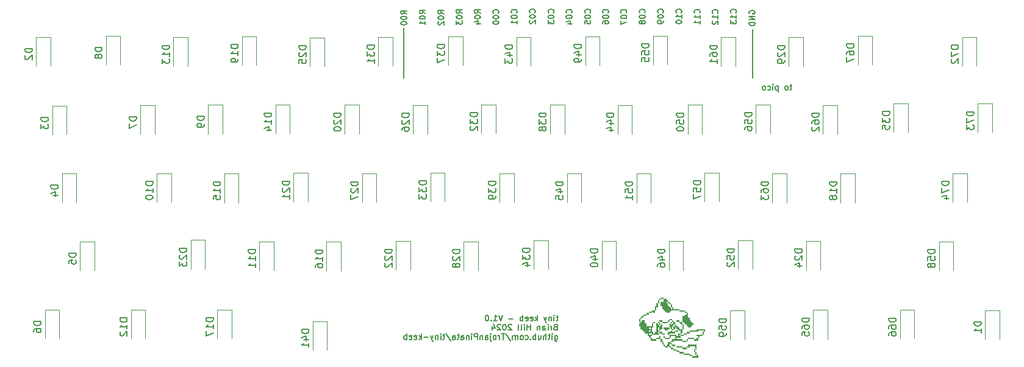
<source format=gbr>
%TF.GenerationSoftware,KiCad,Pcbnew,7.0.9*%
%TF.CreationDate,2024-12-06T21:29:14-05:00*%
%TF.ProjectId,tiny-keeb,74696e79-2d6b-4656-9562-2e6b69636164,rev?*%
%TF.SameCoordinates,Original*%
%TF.FileFunction,Legend,Bot*%
%TF.FilePolarity,Positive*%
%FSLAX46Y46*%
G04 Gerber Fmt 4.6, Leading zero omitted, Abs format (unit mm)*
G04 Created by KiCad (PCBNEW 7.0.9) date 2024-12-06 21:29:14*
%MOMM*%
%LPD*%
G01*
G04 APERTURE LIST*
%ADD10C,0.150000*%
%ADD11C,0.120000*%
G04 APERTURE END LIST*
D10*
X124270000Y-51247000D02*
X124270000Y-58032000D01*
X75874000Y-51123000D02*
X75874000Y-58032000D01*
X83979295Y-49051303D02*
X83598342Y-48784636D01*
X83979295Y-48594160D02*
X83179295Y-48594160D01*
X83179295Y-48594160D02*
X83179295Y-48898922D01*
X83179295Y-48898922D02*
X83217390Y-48975112D01*
X83217390Y-48975112D02*
X83255485Y-49013207D01*
X83255485Y-49013207D02*
X83331676Y-49051303D01*
X83331676Y-49051303D02*
X83445961Y-49051303D01*
X83445961Y-49051303D02*
X83522152Y-49013207D01*
X83522152Y-49013207D02*
X83560247Y-48975112D01*
X83560247Y-48975112D02*
X83598342Y-48898922D01*
X83598342Y-48898922D02*
X83598342Y-48594160D01*
X83179295Y-49546541D02*
X83179295Y-49622731D01*
X83179295Y-49622731D02*
X83217390Y-49698922D01*
X83217390Y-49698922D02*
X83255485Y-49737017D01*
X83255485Y-49737017D02*
X83331676Y-49775112D01*
X83331676Y-49775112D02*
X83484057Y-49813207D01*
X83484057Y-49813207D02*
X83674533Y-49813207D01*
X83674533Y-49813207D02*
X83826914Y-49775112D01*
X83826914Y-49775112D02*
X83903104Y-49737017D01*
X83903104Y-49737017D02*
X83941200Y-49698922D01*
X83941200Y-49698922D02*
X83979295Y-49622731D01*
X83979295Y-49622731D02*
X83979295Y-49546541D01*
X83979295Y-49546541D02*
X83941200Y-49470350D01*
X83941200Y-49470350D02*
X83903104Y-49432255D01*
X83903104Y-49432255D02*
X83826914Y-49394160D01*
X83826914Y-49394160D02*
X83674533Y-49356064D01*
X83674533Y-49356064D02*
X83484057Y-49356064D01*
X83484057Y-49356064D02*
X83331676Y-49394160D01*
X83331676Y-49394160D02*
X83255485Y-49432255D01*
X83255485Y-49432255D02*
X83217390Y-49470350D01*
X83217390Y-49470350D02*
X83179295Y-49546541D01*
X83179295Y-50079874D02*
X83179295Y-50575112D01*
X83179295Y-50575112D02*
X83484057Y-50308446D01*
X83484057Y-50308446D02*
X83484057Y-50422731D01*
X83484057Y-50422731D02*
X83522152Y-50498922D01*
X83522152Y-50498922D02*
X83560247Y-50537017D01*
X83560247Y-50537017D02*
X83636438Y-50575112D01*
X83636438Y-50575112D02*
X83826914Y-50575112D01*
X83826914Y-50575112D02*
X83903104Y-50537017D01*
X83903104Y-50537017D02*
X83941200Y-50498922D01*
X83941200Y-50498922D02*
X83979295Y-50422731D01*
X83979295Y-50422731D02*
X83979295Y-50194160D01*
X83979295Y-50194160D02*
X83941200Y-50117969D01*
X83941200Y-50117969D02*
X83903104Y-50079874D01*
X121961104Y-49015303D02*
X121999200Y-48977207D01*
X121999200Y-48977207D02*
X122037295Y-48862922D01*
X122037295Y-48862922D02*
X122037295Y-48786731D01*
X122037295Y-48786731D02*
X121999200Y-48672445D01*
X121999200Y-48672445D02*
X121923009Y-48596255D01*
X121923009Y-48596255D02*
X121846819Y-48558160D01*
X121846819Y-48558160D02*
X121694438Y-48520064D01*
X121694438Y-48520064D02*
X121580152Y-48520064D01*
X121580152Y-48520064D02*
X121427771Y-48558160D01*
X121427771Y-48558160D02*
X121351580Y-48596255D01*
X121351580Y-48596255D02*
X121275390Y-48672445D01*
X121275390Y-48672445D02*
X121237295Y-48786731D01*
X121237295Y-48786731D02*
X121237295Y-48862922D01*
X121237295Y-48862922D02*
X121275390Y-48977207D01*
X121275390Y-48977207D02*
X121313485Y-49015303D01*
X122037295Y-49777207D02*
X122037295Y-49320064D01*
X122037295Y-49548636D02*
X121237295Y-49548636D01*
X121237295Y-49548636D02*
X121351580Y-49472445D01*
X121351580Y-49472445D02*
X121427771Y-49396255D01*
X121427771Y-49396255D02*
X121465866Y-49320064D01*
X121237295Y-50043874D02*
X121237295Y-50539112D01*
X121237295Y-50539112D02*
X121542057Y-50272446D01*
X121542057Y-50272446D02*
X121542057Y-50386731D01*
X121542057Y-50386731D02*
X121580152Y-50462922D01*
X121580152Y-50462922D02*
X121618247Y-50501017D01*
X121618247Y-50501017D02*
X121694438Y-50539112D01*
X121694438Y-50539112D02*
X121884914Y-50539112D01*
X121884914Y-50539112D02*
X121961104Y-50501017D01*
X121961104Y-50501017D02*
X121999200Y-50462922D01*
X121999200Y-50462922D02*
X122037295Y-50386731D01*
X122037295Y-50386731D02*
X122037295Y-50158160D01*
X122037295Y-50158160D02*
X121999200Y-50081969D01*
X121999200Y-50081969D02*
X121961104Y-50043874D01*
X97298125Y-91313961D02*
X96993363Y-91313961D01*
X97183839Y-91047295D02*
X97183839Y-91733009D01*
X97183839Y-91733009D02*
X97145744Y-91809200D01*
X97145744Y-91809200D02*
X97069554Y-91847295D01*
X97069554Y-91847295D02*
X96993363Y-91847295D01*
X96726696Y-91847295D02*
X96726696Y-91313961D01*
X96726696Y-91047295D02*
X96764792Y-91085390D01*
X96764792Y-91085390D02*
X96726696Y-91123485D01*
X96726696Y-91123485D02*
X96688601Y-91085390D01*
X96688601Y-91085390D02*
X96726696Y-91047295D01*
X96726696Y-91047295D02*
X96726696Y-91123485D01*
X96345744Y-91313961D02*
X96345744Y-91847295D01*
X96345744Y-91390152D02*
X96307649Y-91352057D01*
X96307649Y-91352057D02*
X96231459Y-91313961D01*
X96231459Y-91313961D02*
X96117173Y-91313961D01*
X96117173Y-91313961D02*
X96040982Y-91352057D01*
X96040982Y-91352057D02*
X96002887Y-91428247D01*
X96002887Y-91428247D02*
X96002887Y-91847295D01*
X95698125Y-91313961D02*
X95507649Y-91847295D01*
X95317172Y-91313961D02*
X95507649Y-91847295D01*
X95507649Y-91847295D02*
X95583839Y-92037771D01*
X95583839Y-92037771D02*
X95621934Y-92075866D01*
X95621934Y-92075866D02*
X95698125Y-92113961D01*
X94402886Y-91847295D02*
X94402886Y-91047295D01*
X94326696Y-91542533D02*
X94098124Y-91847295D01*
X94098124Y-91313961D02*
X94402886Y-91618723D01*
X93450505Y-91809200D02*
X93526696Y-91847295D01*
X93526696Y-91847295D02*
X93679077Y-91847295D01*
X93679077Y-91847295D02*
X93755267Y-91809200D01*
X93755267Y-91809200D02*
X93793363Y-91733009D01*
X93793363Y-91733009D02*
X93793363Y-91428247D01*
X93793363Y-91428247D02*
X93755267Y-91352057D01*
X93755267Y-91352057D02*
X93679077Y-91313961D01*
X93679077Y-91313961D02*
X93526696Y-91313961D01*
X93526696Y-91313961D02*
X93450505Y-91352057D01*
X93450505Y-91352057D02*
X93412410Y-91428247D01*
X93412410Y-91428247D02*
X93412410Y-91504438D01*
X93412410Y-91504438D02*
X93793363Y-91580628D01*
X92764791Y-91809200D02*
X92840982Y-91847295D01*
X92840982Y-91847295D02*
X92993363Y-91847295D01*
X92993363Y-91847295D02*
X93069553Y-91809200D01*
X93069553Y-91809200D02*
X93107649Y-91733009D01*
X93107649Y-91733009D02*
X93107649Y-91428247D01*
X93107649Y-91428247D02*
X93069553Y-91352057D01*
X93069553Y-91352057D02*
X92993363Y-91313961D01*
X92993363Y-91313961D02*
X92840982Y-91313961D01*
X92840982Y-91313961D02*
X92764791Y-91352057D01*
X92764791Y-91352057D02*
X92726696Y-91428247D01*
X92726696Y-91428247D02*
X92726696Y-91504438D01*
X92726696Y-91504438D02*
X93107649Y-91580628D01*
X92383839Y-91847295D02*
X92383839Y-91047295D01*
X92383839Y-91352057D02*
X92307649Y-91313961D01*
X92307649Y-91313961D02*
X92155268Y-91313961D01*
X92155268Y-91313961D02*
X92079077Y-91352057D01*
X92079077Y-91352057D02*
X92040982Y-91390152D01*
X92040982Y-91390152D02*
X92002887Y-91466342D01*
X92002887Y-91466342D02*
X92002887Y-91694914D01*
X92002887Y-91694914D02*
X92040982Y-91771104D01*
X92040982Y-91771104D02*
X92079077Y-91809200D01*
X92079077Y-91809200D02*
X92155268Y-91847295D01*
X92155268Y-91847295D02*
X92307649Y-91847295D01*
X92307649Y-91847295D02*
X92383839Y-91809200D01*
X91050505Y-91542533D02*
X90440982Y-91542533D01*
X89564791Y-91047295D02*
X89298124Y-91847295D01*
X89298124Y-91847295D02*
X89031458Y-91047295D01*
X88345744Y-91847295D02*
X88802887Y-91847295D01*
X88574315Y-91847295D02*
X88574315Y-91047295D01*
X88574315Y-91047295D02*
X88650506Y-91161580D01*
X88650506Y-91161580D02*
X88726696Y-91237771D01*
X88726696Y-91237771D02*
X88802887Y-91275866D01*
X88002886Y-91771104D02*
X87964791Y-91809200D01*
X87964791Y-91809200D02*
X88002886Y-91847295D01*
X88002886Y-91847295D02*
X88040982Y-91809200D01*
X88040982Y-91809200D02*
X88002886Y-91771104D01*
X88002886Y-91771104D02*
X88002886Y-91847295D01*
X87469553Y-91047295D02*
X87393363Y-91047295D01*
X87393363Y-91047295D02*
X87317172Y-91085390D01*
X87317172Y-91085390D02*
X87279077Y-91123485D01*
X87279077Y-91123485D02*
X87240982Y-91199676D01*
X87240982Y-91199676D02*
X87202887Y-91352057D01*
X87202887Y-91352057D02*
X87202887Y-91542533D01*
X87202887Y-91542533D02*
X87240982Y-91694914D01*
X87240982Y-91694914D02*
X87279077Y-91771104D01*
X87279077Y-91771104D02*
X87317172Y-91809200D01*
X87317172Y-91809200D02*
X87393363Y-91847295D01*
X87393363Y-91847295D02*
X87469553Y-91847295D01*
X87469553Y-91847295D02*
X87545744Y-91809200D01*
X87545744Y-91809200D02*
X87583839Y-91771104D01*
X87583839Y-91771104D02*
X87621934Y-91694914D01*
X87621934Y-91694914D02*
X87660030Y-91542533D01*
X87660030Y-91542533D02*
X87660030Y-91352057D01*
X87660030Y-91352057D02*
X87621934Y-91199676D01*
X87621934Y-91199676D02*
X87583839Y-91123485D01*
X87583839Y-91123485D02*
X87545744Y-91085390D01*
X87545744Y-91085390D02*
X87469553Y-91047295D01*
X96917173Y-92716247D02*
X96802887Y-92754342D01*
X96802887Y-92754342D02*
X96764792Y-92792438D01*
X96764792Y-92792438D02*
X96726696Y-92868628D01*
X96726696Y-92868628D02*
X96726696Y-92982914D01*
X96726696Y-92982914D02*
X96764792Y-93059104D01*
X96764792Y-93059104D02*
X96802887Y-93097200D01*
X96802887Y-93097200D02*
X96879077Y-93135295D01*
X96879077Y-93135295D02*
X97183839Y-93135295D01*
X97183839Y-93135295D02*
X97183839Y-92335295D01*
X97183839Y-92335295D02*
X96917173Y-92335295D01*
X96917173Y-92335295D02*
X96840982Y-92373390D01*
X96840982Y-92373390D02*
X96802887Y-92411485D01*
X96802887Y-92411485D02*
X96764792Y-92487676D01*
X96764792Y-92487676D02*
X96764792Y-92563866D01*
X96764792Y-92563866D02*
X96802887Y-92640057D01*
X96802887Y-92640057D02*
X96840982Y-92678152D01*
X96840982Y-92678152D02*
X96917173Y-92716247D01*
X96917173Y-92716247D02*
X97183839Y-92716247D01*
X96383839Y-93135295D02*
X96383839Y-92601961D01*
X96383839Y-92754342D02*
X96345744Y-92678152D01*
X96345744Y-92678152D02*
X96307649Y-92640057D01*
X96307649Y-92640057D02*
X96231458Y-92601961D01*
X96231458Y-92601961D02*
X96155268Y-92601961D01*
X95888601Y-93135295D02*
X95888601Y-92601961D01*
X95888601Y-92335295D02*
X95926697Y-92373390D01*
X95926697Y-92373390D02*
X95888601Y-92411485D01*
X95888601Y-92411485D02*
X95850506Y-92373390D01*
X95850506Y-92373390D02*
X95888601Y-92335295D01*
X95888601Y-92335295D02*
X95888601Y-92411485D01*
X95164792Y-93135295D02*
X95164792Y-92716247D01*
X95164792Y-92716247D02*
X95202887Y-92640057D01*
X95202887Y-92640057D02*
X95279078Y-92601961D01*
X95279078Y-92601961D02*
X95431459Y-92601961D01*
X95431459Y-92601961D02*
X95507649Y-92640057D01*
X95164792Y-93097200D02*
X95240983Y-93135295D01*
X95240983Y-93135295D02*
X95431459Y-93135295D01*
X95431459Y-93135295D02*
X95507649Y-93097200D01*
X95507649Y-93097200D02*
X95545745Y-93021009D01*
X95545745Y-93021009D02*
X95545745Y-92944819D01*
X95545745Y-92944819D02*
X95507649Y-92868628D01*
X95507649Y-92868628D02*
X95431459Y-92830533D01*
X95431459Y-92830533D02*
X95240983Y-92830533D01*
X95240983Y-92830533D02*
X95164792Y-92792438D01*
X94783839Y-92601961D02*
X94783839Y-93135295D01*
X94783839Y-92678152D02*
X94745744Y-92640057D01*
X94745744Y-92640057D02*
X94669554Y-92601961D01*
X94669554Y-92601961D02*
X94555268Y-92601961D01*
X94555268Y-92601961D02*
X94479077Y-92640057D01*
X94479077Y-92640057D02*
X94440982Y-92716247D01*
X94440982Y-92716247D02*
X94440982Y-93135295D01*
X93450505Y-93135295D02*
X93450505Y-92335295D01*
X93450505Y-92716247D02*
X92993362Y-92716247D01*
X92993362Y-93135295D02*
X92993362Y-92335295D01*
X92612410Y-93135295D02*
X92612410Y-92601961D01*
X92612410Y-92335295D02*
X92650506Y-92373390D01*
X92650506Y-92373390D02*
X92612410Y-92411485D01*
X92612410Y-92411485D02*
X92574315Y-92373390D01*
X92574315Y-92373390D02*
X92612410Y-92335295D01*
X92612410Y-92335295D02*
X92612410Y-92411485D01*
X92117173Y-93135295D02*
X92193363Y-93097200D01*
X92193363Y-93097200D02*
X92231458Y-93021009D01*
X92231458Y-93021009D02*
X92231458Y-92335295D01*
X91698125Y-93135295D02*
X91774315Y-93097200D01*
X91774315Y-93097200D02*
X91812410Y-93021009D01*
X91812410Y-93021009D02*
X91812410Y-92335295D01*
X90821934Y-92411485D02*
X90783838Y-92373390D01*
X90783838Y-92373390D02*
X90707648Y-92335295D01*
X90707648Y-92335295D02*
X90517172Y-92335295D01*
X90517172Y-92335295D02*
X90440981Y-92373390D01*
X90440981Y-92373390D02*
X90402886Y-92411485D01*
X90402886Y-92411485D02*
X90364791Y-92487676D01*
X90364791Y-92487676D02*
X90364791Y-92563866D01*
X90364791Y-92563866D02*
X90402886Y-92678152D01*
X90402886Y-92678152D02*
X90860029Y-93135295D01*
X90860029Y-93135295D02*
X90364791Y-93135295D01*
X89869552Y-92335295D02*
X89793362Y-92335295D01*
X89793362Y-92335295D02*
X89717171Y-92373390D01*
X89717171Y-92373390D02*
X89679076Y-92411485D01*
X89679076Y-92411485D02*
X89640981Y-92487676D01*
X89640981Y-92487676D02*
X89602886Y-92640057D01*
X89602886Y-92640057D02*
X89602886Y-92830533D01*
X89602886Y-92830533D02*
X89640981Y-92982914D01*
X89640981Y-92982914D02*
X89679076Y-93059104D01*
X89679076Y-93059104D02*
X89717171Y-93097200D01*
X89717171Y-93097200D02*
X89793362Y-93135295D01*
X89793362Y-93135295D02*
X89869552Y-93135295D01*
X89869552Y-93135295D02*
X89945743Y-93097200D01*
X89945743Y-93097200D02*
X89983838Y-93059104D01*
X89983838Y-93059104D02*
X90021933Y-92982914D01*
X90021933Y-92982914D02*
X90060029Y-92830533D01*
X90060029Y-92830533D02*
X90060029Y-92640057D01*
X90060029Y-92640057D02*
X90021933Y-92487676D01*
X90021933Y-92487676D02*
X89983838Y-92411485D01*
X89983838Y-92411485D02*
X89945743Y-92373390D01*
X89945743Y-92373390D02*
X89869552Y-92335295D01*
X89298124Y-92411485D02*
X89260028Y-92373390D01*
X89260028Y-92373390D02*
X89183838Y-92335295D01*
X89183838Y-92335295D02*
X88993362Y-92335295D01*
X88993362Y-92335295D02*
X88917171Y-92373390D01*
X88917171Y-92373390D02*
X88879076Y-92411485D01*
X88879076Y-92411485D02*
X88840981Y-92487676D01*
X88840981Y-92487676D02*
X88840981Y-92563866D01*
X88840981Y-92563866D02*
X88879076Y-92678152D01*
X88879076Y-92678152D02*
X89336219Y-93135295D01*
X89336219Y-93135295D02*
X88840981Y-93135295D01*
X88155266Y-92601961D02*
X88155266Y-93135295D01*
X88345742Y-92297200D02*
X88536219Y-92868628D01*
X88536219Y-92868628D02*
X88040980Y-92868628D01*
X96840982Y-93889961D02*
X96840982Y-94537580D01*
X96840982Y-94537580D02*
X96879077Y-94613771D01*
X96879077Y-94613771D02*
X96917173Y-94651866D01*
X96917173Y-94651866D02*
X96993363Y-94689961D01*
X96993363Y-94689961D02*
X97107649Y-94689961D01*
X97107649Y-94689961D02*
X97183839Y-94651866D01*
X96840982Y-94385200D02*
X96917173Y-94423295D01*
X96917173Y-94423295D02*
X97069554Y-94423295D01*
X97069554Y-94423295D02*
X97145744Y-94385200D01*
X97145744Y-94385200D02*
X97183839Y-94347104D01*
X97183839Y-94347104D02*
X97221935Y-94270914D01*
X97221935Y-94270914D02*
X97221935Y-94042342D01*
X97221935Y-94042342D02*
X97183839Y-93966152D01*
X97183839Y-93966152D02*
X97145744Y-93928057D01*
X97145744Y-93928057D02*
X97069554Y-93889961D01*
X97069554Y-93889961D02*
X96917173Y-93889961D01*
X96917173Y-93889961D02*
X96840982Y-93928057D01*
X96460029Y-94423295D02*
X96460029Y-93889961D01*
X96460029Y-93623295D02*
X96498125Y-93661390D01*
X96498125Y-93661390D02*
X96460029Y-93699485D01*
X96460029Y-93699485D02*
X96421934Y-93661390D01*
X96421934Y-93661390D02*
X96460029Y-93623295D01*
X96460029Y-93623295D02*
X96460029Y-93699485D01*
X96193363Y-93889961D02*
X95888601Y-93889961D01*
X96079077Y-93623295D02*
X96079077Y-94309009D01*
X96079077Y-94309009D02*
X96040982Y-94385200D01*
X96040982Y-94385200D02*
X95964792Y-94423295D01*
X95964792Y-94423295D02*
X95888601Y-94423295D01*
X95621934Y-94423295D02*
X95621934Y-93623295D01*
X95279077Y-94423295D02*
X95279077Y-94004247D01*
X95279077Y-94004247D02*
X95317172Y-93928057D01*
X95317172Y-93928057D02*
X95393363Y-93889961D01*
X95393363Y-93889961D02*
X95507649Y-93889961D01*
X95507649Y-93889961D02*
X95583839Y-93928057D01*
X95583839Y-93928057D02*
X95621934Y-93966152D01*
X94555267Y-93889961D02*
X94555267Y-94423295D01*
X94898124Y-93889961D02*
X94898124Y-94309009D01*
X94898124Y-94309009D02*
X94860029Y-94385200D01*
X94860029Y-94385200D02*
X94783839Y-94423295D01*
X94783839Y-94423295D02*
X94669553Y-94423295D01*
X94669553Y-94423295D02*
X94593362Y-94385200D01*
X94593362Y-94385200D02*
X94555267Y-94347104D01*
X94174314Y-94423295D02*
X94174314Y-93623295D01*
X94174314Y-93928057D02*
X94098124Y-93889961D01*
X94098124Y-93889961D02*
X93945743Y-93889961D01*
X93945743Y-93889961D02*
X93869552Y-93928057D01*
X93869552Y-93928057D02*
X93831457Y-93966152D01*
X93831457Y-93966152D02*
X93793362Y-94042342D01*
X93793362Y-94042342D02*
X93793362Y-94270914D01*
X93793362Y-94270914D02*
X93831457Y-94347104D01*
X93831457Y-94347104D02*
X93869552Y-94385200D01*
X93869552Y-94385200D02*
X93945743Y-94423295D01*
X93945743Y-94423295D02*
X94098124Y-94423295D01*
X94098124Y-94423295D02*
X94174314Y-94385200D01*
X93450504Y-94347104D02*
X93412409Y-94385200D01*
X93412409Y-94385200D02*
X93450504Y-94423295D01*
X93450504Y-94423295D02*
X93488600Y-94385200D01*
X93488600Y-94385200D02*
X93450504Y-94347104D01*
X93450504Y-94347104D02*
X93450504Y-94423295D01*
X92726695Y-94385200D02*
X92802886Y-94423295D01*
X92802886Y-94423295D02*
X92955267Y-94423295D01*
X92955267Y-94423295D02*
X93031457Y-94385200D01*
X93031457Y-94385200D02*
X93069552Y-94347104D01*
X93069552Y-94347104D02*
X93107648Y-94270914D01*
X93107648Y-94270914D02*
X93107648Y-94042342D01*
X93107648Y-94042342D02*
X93069552Y-93966152D01*
X93069552Y-93966152D02*
X93031457Y-93928057D01*
X93031457Y-93928057D02*
X92955267Y-93889961D01*
X92955267Y-93889961D02*
X92802886Y-93889961D01*
X92802886Y-93889961D02*
X92726695Y-93928057D01*
X92269553Y-94423295D02*
X92345743Y-94385200D01*
X92345743Y-94385200D02*
X92383838Y-94347104D01*
X92383838Y-94347104D02*
X92421934Y-94270914D01*
X92421934Y-94270914D02*
X92421934Y-94042342D01*
X92421934Y-94042342D02*
X92383838Y-93966152D01*
X92383838Y-93966152D02*
X92345743Y-93928057D01*
X92345743Y-93928057D02*
X92269553Y-93889961D01*
X92269553Y-93889961D02*
X92155267Y-93889961D01*
X92155267Y-93889961D02*
X92079076Y-93928057D01*
X92079076Y-93928057D02*
X92040981Y-93966152D01*
X92040981Y-93966152D02*
X92002886Y-94042342D01*
X92002886Y-94042342D02*
X92002886Y-94270914D01*
X92002886Y-94270914D02*
X92040981Y-94347104D01*
X92040981Y-94347104D02*
X92079076Y-94385200D01*
X92079076Y-94385200D02*
X92155267Y-94423295D01*
X92155267Y-94423295D02*
X92269553Y-94423295D01*
X91660028Y-94423295D02*
X91660028Y-93889961D01*
X91660028Y-93966152D02*
X91621933Y-93928057D01*
X91621933Y-93928057D02*
X91545743Y-93889961D01*
X91545743Y-93889961D02*
X91431457Y-93889961D01*
X91431457Y-93889961D02*
X91355266Y-93928057D01*
X91355266Y-93928057D02*
X91317171Y-94004247D01*
X91317171Y-94004247D02*
X91317171Y-94423295D01*
X91317171Y-94004247D02*
X91279076Y-93928057D01*
X91279076Y-93928057D02*
X91202885Y-93889961D01*
X91202885Y-93889961D02*
X91088600Y-93889961D01*
X91088600Y-93889961D02*
X91012409Y-93928057D01*
X91012409Y-93928057D02*
X90974314Y-94004247D01*
X90974314Y-94004247D02*
X90974314Y-94423295D01*
X90021933Y-93585200D02*
X90707647Y-94613771D01*
X89869552Y-93623295D02*
X89412409Y-93623295D01*
X89640981Y-94423295D02*
X89640981Y-93623295D01*
X89145742Y-94423295D02*
X89145742Y-93889961D01*
X89145742Y-94042342D02*
X89107647Y-93966152D01*
X89107647Y-93966152D02*
X89069552Y-93928057D01*
X89069552Y-93928057D02*
X88993361Y-93889961D01*
X88993361Y-93889961D02*
X88917171Y-93889961D01*
X88536219Y-94423295D02*
X88612409Y-94385200D01*
X88612409Y-94385200D02*
X88650504Y-94347104D01*
X88650504Y-94347104D02*
X88688600Y-94270914D01*
X88688600Y-94270914D02*
X88688600Y-94042342D01*
X88688600Y-94042342D02*
X88650504Y-93966152D01*
X88650504Y-93966152D02*
X88612409Y-93928057D01*
X88612409Y-93928057D02*
X88536219Y-93889961D01*
X88536219Y-93889961D02*
X88421933Y-93889961D01*
X88421933Y-93889961D02*
X88345742Y-93928057D01*
X88345742Y-93928057D02*
X88307647Y-93966152D01*
X88307647Y-93966152D02*
X88269552Y-94042342D01*
X88269552Y-94042342D02*
X88269552Y-94270914D01*
X88269552Y-94270914D02*
X88307647Y-94347104D01*
X88307647Y-94347104D02*
X88345742Y-94385200D01*
X88345742Y-94385200D02*
X88421933Y-94423295D01*
X88421933Y-94423295D02*
X88536219Y-94423295D01*
X87926694Y-93889961D02*
X87926694Y-94575676D01*
X87926694Y-94575676D02*
X87964790Y-94651866D01*
X87964790Y-94651866D02*
X88040980Y-94689961D01*
X88040980Y-94689961D02*
X88079075Y-94689961D01*
X87926694Y-93623295D02*
X87964790Y-93661390D01*
X87964790Y-93661390D02*
X87926694Y-93699485D01*
X87926694Y-93699485D02*
X87888599Y-93661390D01*
X87888599Y-93661390D02*
X87926694Y-93623295D01*
X87926694Y-93623295D02*
X87926694Y-93699485D01*
X87202885Y-94423295D02*
X87202885Y-94004247D01*
X87202885Y-94004247D02*
X87240980Y-93928057D01*
X87240980Y-93928057D02*
X87317171Y-93889961D01*
X87317171Y-93889961D02*
X87469552Y-93889961D01*
X87469552Y-93889961D02*
X87545742Y-93928057D01*
X87202885Y-94385200D02*
X87279076Y-94423295D01*
X87279076Y-94423295D02*
X87469552Y-94423295D01*
X87469552Y-94423295D02*
X87545742Y-94385200D01*
X87545742Y-94385200D02*
X87583838Y-94309009D01*
X87583838Y-94309009D02*
X87583838Y-94232819D01*
X87583838Y-94232819D02*
X87545742Y-94156628D01*
X87545742Y-94156628D02*
X87469552Y-94118533D01*
X87469552Y-94118533D02*
X87279076Y-94118533D01*
X87279076Y-94118533D02*
X87202885Y-94080438D01*
X86821932Y-93889961D02*
X86821932Y-94423295D01*
X86821932Y-93966152D02*
X86783837Y-93928057D01*
X86783837Y-93928057D02*
X86707647Y-93889961D01*
X86707647Y-93889961D02*
X86593361Y-93889961D01*
X86593361Y-93889961D02*
X86517170Y-93928057D01*
X86517170Y-93928057D02*
X86479075Y-94004247D01*
X86479075Y-94004247D02*
X86479075Y-94423295D01*
X86098122Y-94423295D02*
X86098122Y-93623295D01*
X86098122Y-93623295D02*
X85793360Y-93623295D01*
X85793360Y-93623295D02*
X85717170Y-93661390D01*
X85717170Y-93661390D02*
X85679075Y-93699485D01*
X85679075Y-93699485D02*
X85640979Y-93775676D01*
X85640979Y-93775676D02*
X85640979Y-93889961D01*
X85640979Y-93889961D02*
X85679075Y-93966152D01*
X85679075Y-93966152D02*
X85717170Y-94004247D01*
X85717170Y-94004247D02*
X85793360Y-94042342D01*
X85793360Y-94042342D02*
X86098122Y-94042342D01*
X85298122Y-94423295D02*
X85298122Y-93889961D01*
X85298122Y-93623295D02*
X85336218Y-93661390D01*
X85336218Y-93661390D02*
X85298122Y-93699485D01*
X85298122Y-93699485D02*
X85260027Y-93661390D01*
X85260027Y-93661390D02*
X85298122Y-93623295D01*
X85298122Y-93623295D02*
X85298122Y-93699485D01*
X84917170Y-93889961D02*
X84917170Y-94423295D01*
X84917170Y-93966152D02*
X84879075Y-93928057D01*
X84879075Y-93928057D02*
X84802885Y-93889961D01*
X84802885Y-93889961D02*
X84688599Y-93889961D01*
X84688599Y-93889961D02*
X84612408Y-93928057D01*
X84612408Y-93928057D02*
X84574313Y-94004247D01*
X84574313Y-94004247D02*
X84574313Y-94423295D01*
X83850503Y-94423295D02*
X83850503Y-94004247D01*
X83850503Y-94004247D02*
X83888598Y-93928057D01*
X83888598Y-93928057D02*
X83964789Y-93889961D01*
X83964789Y-93889961D02*
X84117170Y-93889961D01*
X84117170Y-93889961D02*
X84193360Y-93928057D01*
X83850503Y-94385200D02*
X83926694Y-94423295D01*
X83926694Y-94423295D02*
X84117170Y-94423295D01*
X84117170Y-94423295D02*
X84193360Y-94385200D01*
X84193360Y-94385200D02*
X84231456Y-94309009D01*
X84231456Y-94309009D02*
X84231456Y-94232819D01*
X84231456Y-94232819D02*
X84193360Y-94156628D01*
X84193360Y-94156628D02*
X84117170Y-94118533D01*
X84117170Y-94118533D02*
X83926694Y-94118533D01*
X83926694Y-94118533D02*
X83850503Y-94080438D01*
X83583836Y-93889961D02*
X83279074Y-93889961D01*
X83469550Y-93623295D02*
X83469550Y-94309009D01*
X83469550Y-94309009D02*
X83431455Y-94385200D01*
X83431455Y-94385200D02*
X83355265Y-94423295D01*
X83355265Y-94423295D02*
X83279074Y-94423295D01*
X82669550Y-94423295D02*
X82669550Y-94004247D01*
X82669550Y-94004247D02*
X82707645Y-93928057D01*
X82707645Y-93928057D02*
X82783836Y-93889961D01*
X82783836Y-93889961D02*
X82936217Y-93889961D01*
X82936217Y-93889961D02*
X83012407Y-93928057D01*
X82669550Y-94385200D02*
X82745741Y-94423295D01*
X82745741Y-94423295D02*
X82936217Y-94423295D01*
X82936217Y-94423295D02*
X83012407Y-94385200D01*
X83012407Y-94385200D02*
X83050503Y-94309009D01*
X83050503Y-94309009D02*
X83050503Y-94232819D01*
X83050503Y-94232819D02*
X83012407Y-94156628D01*
X83012407Y-94156628D02*
X82936217Y-94118533D01*
X82936217Y-94118533D02*
X82745741Y-94118533D01*
X82745741Y-94118533D02*
X82669550Y-94080438D01*
X81717169Y-93585200D02*
X82402883Y-94613771D01*
X81564788Y-93889961D02*
X81260026Y-93889961D01*
X81450502Y-93623295D02*
X81450502Y-94309009D01*
X81450502Y-94309009D02*
X81412407Y-94385200D01*
X81412407Y-94385200D02*
X81336217Y-94423295D01*
X81336217Y-94423295D02*
X81260026Y-94423295D01*
X80993359Y-94423295D02*
X80993359Y-93889961D01*
X80993359Y-93623295D02*
X81031455Y-93661390D01*
X81031455Y-93661390D02*
X80993359Y-93699485D01*
X80993359Y-93699485D02*
X80955264Y-93661390D01*
X80955264Y-93661390D02*
X80993359Y-93623295D01*
X80993359Y-93623295D02*
X80993359Y-93699485D01*
X80612407Y-93889961D02*
X80612407Y-94423295D01*
X80612407Y-93966152D02*
X80574312Y-93928057D01*
X80574312Y-93928057D02*
X80498122Y-93889961D01*
X80498122Y-93889961D02*
X80383836Y-93889961D01*
X80383836Y-93889961D02*
X80307645Y-93928057D01*
X80307645Y-93928057D02*
X80269550Y-94004247D01*
X80269550Y-94004247D02*
X80269550Y-94423295D01*
X79964788Y-93889961D02*
X79774312Y-94423295D01*
X79583835Y-93889961D02*
X79774312Y-94423295D01*
X79774312Y-94423295D02*
X79850502Y-94613771D01*
X79850502Y-94613771D02*
X79888597Y-94651866D01*
X79888597Y-94651866D02*
X79964788Y-94689961D01*
X79279073Y-94118533D02*
X78669550Y-94118533D01*
X78288597Y-94423295D02*
X78288597Y-93623295D01*
X78212407Y-94118533D02*
X77983835Y-94423295D01*
X77983835Y-93889961D02*
X78288597Y-94194723D01*
X77336216Y-94385200D02*
X77412407Y-94423295D01*
X77412407Y-94423295D02*
X77564788Y-94423295D01*
X77564788Y-94423295D02*
X77640978Y-94385200D01*
X77640978Y-94385200D02*
X77679074Y-94309009D01*
X77679074Y-94309009D02*
X77679074Y-94004247D01*
X77679074Y-94004247D02*
X77640978Y-93928057D01*
X77640978Y-93928057D02*
X77564788Y-93889961D01*
X77564788Y-93889961D02*
X77412407Y-93889961D01*
X77412407Y-93889961D02*
X77336216Y-93928057D01*
X77336216Y-93928057D02*
X77298121Y-94004247D01*
X77298121Y-94004247D02*
X77298121Y-94080438D01*
X77298121Y-94080438D02*
X77679074Y-94156628D01*
X76650502Y-94385200D02*
X76726693Y-94423295D01*
X76726693Y-94423295D02*
X76879074Y-94423295D01*
X76879074Y-94423295D02*
X76955264Y-94385200D01*
X76955264Y-94385200D02*
X76993360Y-94309009D01*
X76993360Y-94309009D02*
X76993360Y-94004247D01*
X76993360Y-94004247D02*
X76955264Y-93928057D01*
X76955264Y-93928057D02*
X76879074Y-93889961D01*
X76879074Y-93889961D02*
X76726693Y-93889961D01*
X76726693Y-93889961D02*
X76650502Y-93928057D01*
X76650502Y-93928057D02*
X76612407Y-94004247D01*
X76612407Y-94004247D02*
X76612407Y-94080438D01*
X76612407Y-94080438D02*
X76993360Y-94156628D01*
X76269550Y-94423295D02*
X76269550Y-93623295D01*
X76269550Y-93928057D02*
X76193360Y-93889961D01*
X76193360Y-93889961D02*
X76040979Y-93889961D01*
X76040979Y-93889961D02*
X75964788Y-93928057D01*
X75964788Y-93928057D02*
X75926693Y-93966152D01*
X75926693Y-93966152D02*
X75888598Y-94042342D01*
X75888598Y-94042342D02*
X75888598Y-94270914D01*
X75888598Y-94270914D02*
X75926693Y-94347104D01*
X75926693Y-94347104D02*
X75964788Y-94385200D01*
X75964788Y-94385200D02*
X76040979Y-94423295D01*
X76040979Y-94423295D02*
X76193360Y-94423295D01*
X76193360Y-94423295D02*
X76269550Y-94385200D01*
X76246295Y-49157303D02*
X75865342Y-48890636D01*
X76246295Y-48700160D02*
X75446295Y-48700160D01*
X75446295Y-48700160D02*
X75446295Y-49004922D01*
X75446295Y-49004922D02*
X75484390Y-49081112D01*
X75484390Y-49081112D02*
X75522485Y-49119207D01*
X75522485Y-49119207D02*
X75598676Y-49157303D01*
X75598676Y-49157303D02*
X75712961Y-49157303D01*
X75712961Y-49157303D02*
X75789152Y-49119207D01*
X75789152Y-49119207D02*
X75827247Y-49081112D01*
X75827247Y-49081112D02*
X75865342Y-49004922D01*
X75865342Y-49004922D02*
X75865342Y-48700160D01*
X75446295Y-49652541D02*
X75446295Y-49728731D01*
X75446295Y-49728731D02*
X75484390Y-49804922D01*
X75484390Y-49804922D02*
X75522485Y-49843017D01*
X75522485Y-49843017D02*
X75598676Y-49881112D01*
X75598676Y-49881112D02*
X75751057Y-49919207D01*
X75751057Y-49919207D02*
X75941533Y-49919207D01*
X75941533Y-49919207D02*
X76093914Y-49881112D01*
X76093914Y-49881112D02*
X76170104Y-49843017D01*
X76170104Y-49843017D02*
X76208200Y-49804922D01*
X76208200Y-49804922D02*
X76246295Y-49728731D01*
X76246295Y-49728731D02*
X76246295Y-49652541D01*
X76246295Y-49652541D02*
X76208200Y-49576350D01*
X76208200Y-49576350D02*
X76170104Y-49538255D01*
X76170104Y-49538255D02*
X76093914Y-49500160D01*
X76093914Y-49500160D02*
X75941533Y-49462064D01*
X75941533Y-49462064D02*
X75751057Y-49462064D01*
X75751057Y-49462064D02*
X75598676Y-49500160D01*
X75598676Y-49500160D02*
X75522485Y-49538255D01*
X75522485Y-49538255D02*
X75484390Y-49576350D01*
X75484390Y-49576350D02*
X75446295Y-49652541D01*
X75446295Y-50414446D02*
X75446295Y-50490636D01*
X75446295Y-50490636D02*
X75484390Y-50566827D01*
X75484390Y-50566827D02*
X75522485Y-50604922D01*
X75522485Y-50604922D02*
X75598676Y-50643017D01*
X75598676Y-50643017D02*
X75751057Y-50681112D01*
X75751057Y-50681112D02*
X75941533Y-50681112D01*
X75941533Y-50681112D02*
X76093914Y-50643017D01*
X76093914Y-50643017D02*
X76170104Y-50604922D01*
X76170104Y-50604922D02*
X76208200Y-50566827D01*
X76208200Y-50566827D02*
X76246295Y-50490636D01*
X76246295Y-50490636D02*
X76246295Y-50414446D01*
X76246295Y-50414446D02*
X76208200Y-50338255D01*
X76208200Y-50338255D02*
X76170104Y-50300160D01*
X76170104Y-50300160D02*
X76093914Y-50262065D01*
X76093914Y-50262065D02*
X75941533Y-50223969D01*
X75941533Y-50223969D02*
X75751057Y-50223969D01*
X75751057Y-50223969D02*
X75598676Y-50262065D01*
X75598676Y-50262065D02*
X75522485Y-50300160D01*
X75522485Y-50300160D02*
X75484390Y-50338255D01*
X75484390Y-50338255D02*
X75446295Y-50414446D01*
X129745125Y-59189961D02*
X129440363Y-59189961D01*
X129630839Y-58923295D02*
X129630839Y-59609009D01*
X129630839Y-59609009D02*
X129592744Y-59685200D01*
X129592744Y-59685200D02*
X129516554Y-59723295D01*
X129516554Y-59723295D02*
X129440363Y-59723295D01*
X129059411Y-59723295D02*
X129135601Y-59685200D01*
X129135601Y-59685200D02*
X129173696Y-59647104D01*
X129173696Y-59647104D02*
X129211792Y-59570914D01*
X129211792Y-59570914D02*
X129211792Y-59342342D01*
X129211792Y-59342342D02*
X129173696Y-59266152D01*
X129173696Y-59266152D02*
X129135601Y-59228057D01*
X129135601Y-59228057D02*
X129059411Y-59189961D01*
X129059411Y-59189961D02*
X128945125Y-59189961D01*
X128945125Y-59189961D02*
X128868934Y-59228057D01*
X128868934Y-59228057D02*
X128830839Y-59266152D01*
X128830839Y-59266152D02*
X128792744Y-59342342D01*
X128792744Y-59342342D02*
X128792744Y-59570914D01*
X128792744Y-59570914D02*
X128830839Y-59647104D01*
X128830839Y-59647104D02*
X128868934Y-59685200D01*
X128868934Y-59685200D02*
X128945125Y-59723295D01*
X128945125Y-59723295D02*
X129059411Y-59723295D01*
X127840362Y-59189961D02*
X127840362Y-59989961D01*
X127840362Y-59228057D02*
X127764172Y-59189961D01*
X127764172Y-59189961D02*
X127611791Y-59189961D01*
X127611791Y-59189961D02*
X127535600Y-59228057D01*
X127535600Y-59228057D02*
X127497505Y-59266152D01*
X127497505Y-59266152D02*
X127459410Y-59342342D01*
X127459410Y-59342342D02*
X127459410Y-59570914D01*
X127459410Y-59570914D02*
X127497505Y-59647104D01*
X127497505Y-59647104D02*
X127535600Y-59685200D01*
X127535600Y-59685200D02*
X127611791Y-59723295D01*
X127611791Y-59723295D02*
X127764172Y-59723295D01*
X127764172Y-59723295D02*
X127840362Y-59685200D01*
X127116552Y-59723295D02*
X127116552Y-59189961D01*
X127116552Y-58923295D02*
X127154648Y-58961390D01*
X127154648Y-58961390D02*
X127116552Y-58999485D01*
X127116552Y-58999485D02*
X127078457Y-58961390D01*
X127078457Y-58961390D02*
X127116552Y-58923295D01*
X127116552Y-58923295D02*
X127116552Y-58999485D01*
X126392743Y-59685200D02*
X126468934Y-59723295D01*
X126468934Y-59723295D02*
X126621315Y-59723295D01*
X126621315Y-59723295D02*
X126697505Y-59685200D01*
X126697505Y-59685200D02*
X126735600Y-59647104D01*
X126735600Y-59647104D02*
X126773696Y-59570914D01*
X126773696Y-59570914D02*
X126773696Y-59342342D01*
X126773696Y-59342342D02*
X126735600Y-59266152D01*
X126735600Y-59266152D02*
X126697505Y-59228057D01*
X126697505Y-59228057D02*
X126621315Y-59189961D01*
X126621315Y-59189961D02*
X126468934Y-59189961D01*
X126468934Y-59189961D02*
X126392743Y-59228057D01*
X125935601Y-59723295D02*
X126011791Y-59685200D01*
X126011791Y-59685200D02*
X126049886Y-59647104D01*
X126049886Y-59647104D02*
X126087982Y-59570914D01*
X126087982Y-59570914D02*
X126087982Y-59342342D01*
X126087982Y-59342342D02*
X126049886Y-59266152D01*
X126049886Y-59266152D02*
X126011791Y-59228057D01*
X126011791Y-59228057D02*
X125935601Y-59189961D01*
X125935601Y-59189961D02*
X125821315Y-59189961D01*
X125821315Y-59189961D02*
X125745124Y-59228057D01*
X125745124Y-59228057D02*
X125707029Y-59266152D01*
X125707029Y-59266152D02*
X125668934Y-59342342D01*
X125668934Y-59342342D02*
X125668934Y-59570914D01*
X125668934Y-59570914D02*
X125707029Y-59647104D01*
X125707029Y-59647104D02*
X125745124Y-59685200D01*
X125745124Y-59685200D02*
X125821315Y-59723295D01*
X125821315Y-59723295D02*
X125935601Y-59723295D01*
X81431295Y-49140303D02*
X81050342Y-48873636D01*
X81431295Y-48683160D02*
X80631295Y-48683160D01*
X80631295Y-48683160D02*
X80631295Y-48987922D01*
X80631295Y-48987922D02*
X80669390Y-49064112D01*
X80669390Y-49064112D02*
X80707485Y-49102207D01*
X80707485Y-49102207D02*
X80783676Y-49140303D01*
X80783676Y-49140303D02*
X80897961Y-49140303D01*
X80897961Y-49140303D02*
X80974152Y-49102207D01*
X80974152Y-49102207D02*
X81012247Y-49064112D01*
X81012247Y-49064112D02*
X81050342Y-48987922D01*
X81050342Y-48987922D02*
X81050342Y-48683160D01*
X80631295Y-49635541D02*
X80631295Y-49711731D01*
X80631295Y-49711731D02*
X80669390Y-49787922D01*
X80669390Y-49787922D02*
X80707485Y-49826017D01*
X80707485Y-49826017D02*
X80783676Y-49864112D01*
X80783676Y-49864112D02*
X80936057Y-49902207D01*
X80936057Y-49902207D02*
X81126533Y-49902207D01*
X81126533Y-49902207D02*
X81278914Y-49864112D01*
X81278914Y-49864112D02*
X81355104Y-49826017D01*
X81355104Y-49826017D02*
X81393200Y-49787922D01*
X81393200Y-49787922D02*
X81431295Y-49711731D01*
X81431295Y-49711731D02*
X81431295Y-49635541D01*
X81431295Y-49635541D02*
X81393200Y-49559350D01*
X81393200Y-49559350D02*
X81355104Y-49521255D01*
X81355104Y-49521255D02*
X81278914Y-49483160D01*
X81278914Y-49483160D02*
X81126533Y-49445064D01*
X81126533Y-49445064D02*
X80936057Y-49445064D01*
X80936057Y-49445064D02*
X80783676Y-49483160D01*
X80783676Y-49483160D02*
X80707485Y-49521255D01*
X80707485Y-49521255D02*
X80669390Y-49559350D01*
X80669390Y-49559350D02*
X80631295Y-49635541D01*
X80707485Y-50206969D02*
X80669390Y-50245065D01*
X80669390Y-50245065D02*
X80631295Y-50321255D01*
X80631295Y-50321255D02*
X80631295Y-50511731D01*
X80631295Y-50511731D02*
X80669390Y-50587922D01*
X80669390Y-50587922D02*
X80707485Y-50626017D01*
X80707485Y-50626017D02*
X80783676Y-50664112D01*
X80783676Y-50664112D02*
X80859866Y-50664112D01*
X80859866Y-50664112D02*
X80974152Y-50626017D01*
X80974152Y-50626017D02*
X81431295Y-50168874D01*
X81431295Y-50168874D02*
X81431295Y-50664112D01*
X94059104Y-48961303D02*
X94097200Y-48923207D01*
X94097200Y-48923207D02*
X94135295Y-48808922D01*
X94135295Y-48808922D02*
X94135295Y-48732731D01*
X94135295Y-48732731D02*
X94097200Y-48618445D01*
X94097200Y-48618445D02*
X94021009Y-48542255D01*
X94021009Y-48542255D02*
X93944819Y-48504160D01*
X93944819Y-48504160D02*
X93792438Y-48466064D01*
X93792438Y-48466064D02*
X93678152Y-48466064D01*
X93678152Y-48466064D02*
X93525771Y-48504160D01*
X93525771Y-48504160D02*
X93449580Y-48542255D01*
X93449580Y-48542255D02*
X93373390Y-48618445D01*
X93373390Y-48618445D02*
X93335295Y-48732731D01*
X93335295Y-48732731D02*
X93335295Y-48808922D01*
X93335295Y-48808922D02*
X93373390Y-48923207D01*
X93373390Y-48923207D02*
X93411485Y-48961303D01*
X93335295Y-49456541D02*
X93335295Y-49532731D01*
X93335295Y-49532731D02*
X93373390Y-49608922D01*
X93373390Y-49608922D02*
X93411485Y-49647017D01*
X93411485Y-49647017D02*
X93487676Y-49685112D01*
X93487676Y-49685112D02*
X93640057Y-49723207D01*
X93640057Y-49723207D02*
X93830533Y-49723207D01*
X93830533Y-49723207D02*
X93982914Y-49685112D01*
X93982914Y-49685112D02*
X94059104Y-49647017D01*
X94059104Y-49647017D02*
X94097200Y-49608922D01*
X94097200Y-49608922D02*
X94135295Y-49532731D01*
X94135295Y-49532731D02*
X94135295Y-49456541D01*
X94135295Y-49456541D02*
X94097200Y-49380350D01*
X94097200Y-49380350D02*
X94059104Y-49342255D01*
X94059104Y-49342255D02*
X93982914Y-49304160D01*
X93982914Y-49304160D02*
X93830533Y-49266064D01*
X93830533Y-49266064D02*
X93640057Y-49266064D01*
X93640057Y-49266064D02*
X93487676Y-49304160D01*
X93487676Y-49304160D02*
X93411485Y-49342255D01*
X93411485Y-49342255D02*
X93373390Y-49380350D01*
X93373390Y-49380350D02*
X93335295Y-49456541D01*
X93411485Y-50027969D02*
X93373390Y-50066065D01*
X93373390Y-50066065D02*
X93335295Y-50142255D01*
X93335295Y-50142255D02*
X93335295Y-50332731D01*
X93335295Y-50332731D02*
X93373390Y-50408922D01*
X93373390Y-50408922D02*
X93411485Y-50447017D01*
X93411485Y-50447017D02*
X93487676Y-50485112D01*
X93487676Y-50485112D02*
X93563866Y-50485112D01*
X93563866Y-50485112D02*
X93678152Y-50447017D01*
X93678152Y-50447017D02*
X94135295Y-49989874D01*
X94135295Y-49989874D02*
X94135295Y-50485112D01*
X114370104Y-48961303D02*
X114408200Y-48923207D01*
X114408200Y-48923207D02*
X114446295Y-48808922D01*
X114446295Y-48808922D02*
X114446295Y-48732731D01*
X114446295Y-48732731D02*
X114408200Y-48618445D01*
X114408200Y-48618445D02*
X114332009Y-48542255D01*
X114332009Y-48542255D02*
X114255819Y-48504160D01*
X114255819Y-48504160D02*
X114103438Y-48466064D01*
X114103438Y-48466064D02*
X113989152Y-48466064D01*
X113989152Y-48466064D02*
X113836771Y-48504160D01*
X113836771Y-48504160D02*
X113760580Y-48542255D01*
X113760580Y-48542255D02*
X113684390Y-48618445D01*
X113684390Y-48618445D02*
X113646295Y-48732731D01*
X113646295Y-48732731D02*
X113646295Y-48808922D01*
X113646295Y-48808922D02*
X113684390Y-48923207D01*
X113684390Y-48923207D02*
X113722485Y-48961303D01*
X114446295Y-49723207D02*
X114446295Y-49266064D01*
X114446295Y-49494636D02*
X113646295Y-49494636D01*
X113646295Y-49494636D02*
X113760580Y-49418445D01*
X113760580Y-49418445D02*
X113836771Y-49342255D01*
X113836771Y-49342255D02*
X113874866Y-49266064D01*
X113646295Y-50218446D02*
X113646295Y-50294636D01*
X113646295Y-50294636D02*
X113684390Y-50370827D01*
X113684390Y-50370827D02*
X113722485Y-50408922D01*
X113722485Y-50408922D02*
X113798676Y-50447017D01*
X113798676Y-50447017D02*
X113951057Y-50485112D01*
X113951057Y-50485112D02*
X114141533Y-50485112D01*
X114141533Y-50485112D02*
X114293914Y-50447017D01*
X114293914Y-50447017D02*
X114370104Y-50408922D01*
X114370104Y-50408922D02*
X114408200Y-50370827D01*
X114408200Y-50370827D02*
X114446295Y-50294636D01*
X114446295Y-50294636D02*
X114446295Y-50218446D01*
X114446295Y-50218446D02*
X114408200Y-50142255D01*
X114408200Y-50142255D02*
X114370104Y-50104160D01*
X114370104Y-50104160D02*
X114293914Y-50066065D01*
X114293914Y-50066065D02*
X114141533Y-50027969D01*
X114141533Y-50027969D02*
X113951057Y-50027969D01*
X113951057Y-50027969D02*
X113798676Y-50066065D01*
X113798676Y-50066065D02*
X113722485Y-50104160D01*
X113722485Y-50104160D02*
X113684390Y-50142255D01*
X113684390Y-50142255D02*
X113646295Y-50218446D01*
X111840104Y-48961303D02*
X111878200Y-48923207D01*
X111878200Y-48923207D02*
X111916295Y-48808922D01*
X111916295Y-48808922D02*
X111916295Y-48732731D01*
X111916295Y-48732731D02*
X111878200Y-48618445D01*
X111878200Y-48618445D02*
X111802009Y-48542255D01*
X111802009Y-48542255D02*
X111725819Y-48504160D01*
X111725819Y-48504160D02*
X111573438Y-48466064D01*
X111573438Y-48466064D02*
X111459152Y-48466064D01*
X111459152Y-48466064D02*
X111306771Y-48504160D01*
X111306771Y-48504160D02*
X111230580Y-48542255D01*
X111230580Y-48542255D02*
X111154390Y-48618445D01*
X111154390Y-48618445D02*
X111116295Y-48732731D01*
X111116295Y-48732731D02*
X111116295Y-48808922D01*
X111116295Y-48808922D02*
X111154390Y-48923207D01*
X111154390Y-48923207D02*
X111192485Y-48961303D01*
X111116295Y-49456541D02*
X111116295Y-49532731D01*
X111116295Y-49532731D02*
X111154390Y-49608922D01*
X111154390Y-49608922D02*
X111192485Y-49647017D01*
X111192485Y-49647017D02*
X111268676Y-49685112D01*
X111268676Y-49685112D02*
X111421057Y-49723207D01*
X111421057Y-49723207D02*
X111611533Y-49723207D01*
X111611533Y-49723207D02*
X111763914Y-49685112D01*
X111763914Y-49685112D02*
X111840104Y-49647017D01*
X111840104Y-49647017D02*
X111878200Y-49608922D01*
X111878200Y-49608922D02*
X111916295Y-49532731D01*
X111916295Y-49532731D02*
X111916295Y-49456541D01*
X111916295Y-49456541D02*
X111878200Y-49380350D01*
X111878200Y-49380350D02*
X111840104Y-49342255D01*
X111840104Y-49342255D02*
X111763914Y-49304160D01*
X111763914Y-49304160D02*
X111611533Y-49266064D01*
X111611533Y-49266064D02*
X111421057Y-49266064D01*
X111421057Y-49266064D02*
X111268676Y-49304160D01*
X111268676Y-49304160D02*
X111192485Y-49342255D01*
X111192485Y-49342255D02*
X111154390Y-49380350D01*
X111154390Y-49380350D02*
X111116295Y-49456541D01*
X111916295Y-50104160D02*
X111916295Y-50256541D01*
X111916295Y-50256541D02*
X111878200Y-50332731D01*
X111878200Y-50332731D02*
X111840104Y-50370827D01*
X111840104Y-50370827D02*
X111725819Y-50447017D01*
X111725819Y-50447017D02*
X111573438Y-50485112D01*
X111573438Y-50485112D02*
X111268676Y-50485112D01*
X111268676Y-50485112D02*
X111192485Y-50447017D01*
X111192485Y-50447017D02*
X111154390Y-50408922D01*
X111154390Y-50408922D02*
X111116295Y-50332731D01*
X111116295Y-50332731D02*
X111116295Y-50180350D01*
X111116295Y-50180350D02*
X111154390Y-50104160D01*
X111154390Y-50104160D02*
X111192485Y-50066065D01*
X111192485Y-50066065D02*
X111268676Y-50027969D01*
X111268676Y-50027969D02*
X111459152Y-50027969D01*
X111459152Y-50027969D02*
X111535342Y-50066065D01*
X111535342Y-50066065D02*
X111573438Y-50104160D01*
X111573438Y-50104160D02*
X111611533Y-50180350D01*
X111611533Y-50180350D02*
X111611533Y-50332731D01*
X111611533Y-50332731D02*
X111573438Y-50408922D01*
X111573438Y-50408922D02*
X111535342Y-50447017D01*
X111535342Y-50447017D02*
X111459152Y-50485112D01*
X104197104Y-49033303D02*
X104235200Y-48995207D01*
X104235200Y-48995207D02*
X104273295Y-48880922D01*
X104273295Y-48880922D02*
X104273295Y-48804731D01*
X104273295Y-48804731D02*
X104235200Y-48690445D01*
X104235200Y-48690445D02*
X104159009Y-48614255D01*
X104159009Y-48614255D02*
X104082819Y-48576160D01*
X104082819Y-48576160D02*
X103930438Y-48538064D01*
X103930438Y-48538064D02*
X103816152Y-48538064D01*
X103816152Y-48538064D02*
X103663771Y-48576160D01*
X103663771Y-48576160D02*
X103587580Y-48614255D01*
X103587580Y-48614255D02*
X103511390Y-48690445D01*
X103511390Y-48690445D02*
X103473295Y-48804731D01*
X103473295Y-48804731D02*
X103473295Y-48880922D01*
X103473295Y-48880922D02*
X103511390Y-48995207D01*
X103511390Y-48995207D02*
X103549485Y-49033303D01*
X103473295Y-49528541D02*
X103473295Y-49604731D01*
X103473295Y-49604731D02*
X103511390Y-49680922D01*
X103511390Y-49680922D02*
X103549485Y-49719017D01*
X103549485Y-49719017D02*
X103625676Y-49757112D01*
X103625676Y-49757112D02*
X103778057Y-49795207D01*
X103778057Y-49795207D02*
X103968533Y-49795207D01*
X103968533Y-49795207D02*
X104120914Y-49757112D01*
X104120914Y-49757112D02*
X104197104Y-49719017D01*
X104197104Y-49719017D02*
X104235200Y-49680922D01*
X104235200Y-49680922D02*
X104273295Y-49604731D01*
X104273295Y-49604731D02*
X104273295Y-49528541D01*
X104273295Y-49528541D02*
X104235200Y-49452350D01*
X104235200Y-49452350D02*
X104197104Y-49414255D01*
X104197104Y-49414255D02*
X104120914Y-49376160D01*
X104120914Y-49376160D02*
X103968533Y-49338064D01*
X103968533Y-49338064D02*
X103778057Y-49338064D01*
X103778057Y-49338064D02*
X103625676Y-49376160D01*
X103625676Y-49376160D02*
X103549485Y-49414255D01*
X103549485Y-49414255D02*
X103511390Y-49452350D01*
X103511390Y-49452350D02*
X103473295Y-49528541D01*
X103473295Y-50480922D02*
X103473295Y-50328541D01*
X103473295Y-50328541D02*
X103511390Y-50252350D01*
X103511390Y-50252350D02*
X103549485Y-50214255D01*
X103549485Y-50214255D02*
X103663771Y-50138065D01*
X103663771Y-50138065D02*
X103816152Y-50099969D01*
X103816152Y-50099969D02*
X104120914Y-50099969D01*
X104120914Y-50099969D02*
X104197104Y-50138065D01*
X104197104Y-50138065D02*
X104235200Y-50176160D01*
X104235200Y-50176160D02*
X104273295Y-50252350D01*
X104273295Y-50252350D02*
X104273295Y-50404731D01*
X104273295Y-50404731D02*
X104235200Y-50480922D01*
X104235200Y-50480922D02*
X104197104Y-50519017D01*
X104197104Y-50519017D02*
X104120914Y-50557112D01*
X104120914Y-50557112D02*
X103930438Y-50557112D01*
X103930438Y-50557112D02*
X103854247Y-50519017D01*
X103854247Y-50519017D02*
X103816152Y-50480922D01*
X103816152Y-50480922D02*
X103778057Y-50404731D01*
X103778057Y-50404731D02*
X103778057Y-50252350D01*
X103778057Y-50252350D02*
X103816152Y-50176160D01*
X103816152Y-50176160D02*
X103854247Y-50138065D01*
X103854247Y-50138065D02*
X103930438Y-50099969D01*
X106727104Y-49033303D02*
X106765200Y-48995207D01*
X106765200Y-48995207D02*
X106803295Y-48880922D01*
X106803295Y-48880922D02*
X106803295Y-48804731D01*
X106803295Y-48804731D02*
X106765200Y-48690445D01*
X106765200Y-48690445D02*
X106689009Y-48614255D01*
X106689009Y-48614255D02*
X106612819Y-48576160D01*
X106612819Y-48576160D02*
X106460438Y-48538064D01*
X106460438Y-48538064D02*
X106346152Y-48538064D01*
X106346152Y-48538064D02*
X106193771Y-48576160D01*
X106193771Y-48576160D02*
X106117580Y-48614255D01*
X106117580Y-48614255D02*
X106041390Y-48690445D01*
X106041390Y-48690445D02*
X106003295Y-48804731D01*
X106003295Y-48804731D02*
X106003295Y-48880922D01*
X106003295Y-48880922D02*
X106041390Y-48995207D01*
X106041390Y-48995207D02*
X106079485Y-49033303D01*
X106003295Y-49528541D02*
X106003295Y-49604731D01*
X106003295Y-49604731D02*
X106041390Y-49680922D01*
X106041390Y-49680922D02*
X106079485Y-49719017D01*
X106079485Y-49719017D02*
X106155676Y-49757112D01*
X106155676Y-49757112D02*
X106308057Y-49795207D01*
X106308057Y-49795207D02*
X106498533Y-49795207D01*
X106498533Y-49795207D02*
X106650914Y-49757112D01*
X106650914Y-49757112D02*
X106727104Y-49719017D01*
X106727104Y-49719017D02*
X106765200Y-49680922D01*
X106765200Y-49680922D02*
X106803295Y-49604731D01*
X106803295Y-49604731D02*
X106803295Y-49528541D01*
X106803295Y-49528541D02*
X106765200Y-49452350D01*
X106765200Y-49452350D02*
X106727104Y-49414255D01*
X106727104Y-49414255D02*
X106650914Y-49376160D01*
X106650914Y-49376160D02*
X106498533Y-49338064D01*
X106498533Y-49338064D02*
X106308057Y-49338064D01*
X106308057Y-49338064D02*
X106155676Y-49376160D01*
X106155676Y-49376160D02*
X106079485Y-49414255D01*
X106079485Y-49414255D02*
X106041390Y-49452350D01*
X106041390Y-49452350D02*
X106003295Y-49528541D01*
X106003295Y-50061874D02*
X106003295Y-50595208D01*
X106003295Y-50595208D02*
X106803295Y-50252350D01*
X116901104Y-49033303D02*
X116939200Y-48995207D01*
X116939200Y-48995207D02*
X116977295Y-48880922D01*
X116977295Y-48880922D02*
X116977295Y-48804731D01*
X116977295Y-48804731D02*
X116939200Y-48690445D01*
X116939200Y-48690445D02*
X116863009Y-48614255D01*
X116863009Y-48614255D02*
X116786819Y-48576160D01*
X116786819Y-48576160D02*
X116634438Y-48538064D01*
X116634438Y-48538064D02*
X116520152Y-48538064D01*
X116520152Y-48538064D02*
X116367771Y-48576160D01*
X116367771Y-48576160D02*
X116291580Y-48614255D01*
X116291580Y-48614255D02*
X116215390Y-48690445D01*
X116215390Y-48690445D02*
X116177295Y-48804731D01*
X116177295Y-48804731D02*
X116177295Y-48880922D01*
X116177295Y-48880922D02*
X116215390Y-48995207D01*
X116215390Y-48995207D02*
X116253485Y-49033303D01*
X116977295Y-49795207D02*
X116977295Y-49338064D01*
X116977295Y-49566636D02*
X116177295Y-49566636D01*
X116177295Y-49566636D02*
X116291580Y-49490445D01*
X116291580Y-49490445D02*
X116367771Y-49414255D01*
X116367771Y-49414255D02*
X116405866Y-49338064D01*
X116977295Y-50557112D02*
X116977295Y-50099969D01*
X116977295Y-50328541D02*
X116177295Y-50328541D01*
X116177295Y-50328541D02*
X116291580Y-50252350D01*
X116291580Y-50252350D02*
X116367771Y-50176160D01*
X116367771Y-50176160D02*
X116405866Y-50099969D01*
X86491295Y-49051303D02*
X86110342Y-48784636D01*
X86491295Y-48594160D02*
X85691295Y-48594160D01*
X85691295Y-48594160D02*
X85691295Y-48898922D01*
X85691295Y-48898922D02*
X85729390Y-48975112D01*
X85729390Y-48975112D02*
X85767485Y-49013207D01*
X85767485Y-49013207D02*
X85843676Y-49051303D01*
X85843676Y-49051303D02*
X85957961Y-49051303D01*
X85957961Y-49051303D02*
X86034152Y-49013207D01*
X86034152Y-49013207D02*
X86072247Y-48975112D01*
X86072247Y-48975112D02*
X86110342Y-48898922D01*
X86110342Y-48898922D02*
X86110342Y-48594160D01*
X85691295Y-49546541D02*
X85691295Y-49622731D01*
X85691295Y-49622731D02*
X85729390Y-49698922D01*
X85729390Y-49698922D02*
X85767485Y-49737017D01*
X85767485Y-49737017D02*
X85843676Y-49775112D01*
X85843676Y-49775112D02*
X85996057Y-49813207D01*
X85996057Y-49813207D02*
X86186533Y-49813207D01*
X86186533Y-49813207D02*
X86338914Y-49775112D01*
X86338914Y-49775112D02*
X86415104Y-49737017D01*
X86415104Y-49737017D02*
X86453200Y-49698922D01*
X86453200Y-49698922D02*
X86491295Y-49622731D01*
X86491295Y-49622731D02*
X86491295Y-49546541D01*
X86491295Y-49546541D02*
X86453200Y-49470350D01*
X86453200Y-49470350D02*
X86415104Y-49432255D01*
X86415104Y-49432255D02*
X86338914Y-49394160D01*
X86338914Y-49394160D02*
X86186533Y-49356064D01*
X86186533Y-49356064D02*
X85996057Y-49356064D01*
X85996057Y-49356064D02*
X85843676Y-49394160D01*
X85843676Y-49394160D02*
X85767485Y-49432255D01*
X85767485Y-49432255D02*
X85729390Y-49470350D01*
X85729390Y-49470350D02*
X85691295Y-49546541D01*
X85957961Y-50498922D02*
X86491295Y-50498922D01*
X85653200Y-50308446D02*
X86224628Y-50117969D01*
X86224628Y-50117969D02*
X86224628Y-50613208D01*
X109292104Y-49015303D02*
X109330200Y-48977207D01*
X109330200Y-48977207D02*
X109368295Y-48862922D01*
X109368295Y-48862922D02*
X109368295Y-48786731D01*
X109368295Y-48786731D02*
X109330200Y-48672445D01*
X109330200Y-48672445D02*
X109254009Y-48596255D01*
X109254009Y-48596255D02*
X109177819Y-48558160D01*
X109177819Y-48558160D02*
X109025438Y-48520064D01*
X109025438Y-48520064D02*
X108911152Y-48520064D01*
X108911152Y-48520064D02*
X108758771Y-48558160D01*
X108758771Y-48558160D02*
X108682580Y-48596255D01*
X108682580Y-48596255D02*
X108606390Y-48672445D01*
X108606390Y-48672445D02*
X108568295Y-48786731D01*
X108568295Y-48786731D02*
X108568295Y-48862922D01*
X108568295Y-48862922D02*
X108606390Y-48977207D01*
X108606390Y-48977207D02*
X108644485Y-49015303D01*
X108568295Y-49510541D02*
X108568295Y-49586731D01*
X108568295Y-49586731D02*
X108606390Y-49662922D01*
X108606390Y-49662922D02*
X108644485Y-49701017D01*
X108644485Y-49701017D02*
X108720676Y-49739112D01*
X108720676Y-49739112D02*
X108873057Y-49777207D01*
X108873057Y-49777207D02*
X109063533Y-49777207D01*
X109063533Y-49777207D02*
X109215914Y-49739112D01*
X109215914Y-49739112D02*
X109292104Y-49701017D01*
X109292104Y-49701017D02*
X109330200Y-49662922D01*
X109330200Y-49662922D02*
X109368295Y-49586731D01*
X109368295Y-49586731D02*
X109368295Y-49510541D01*
X109368295Y-49510541D02*
X109330200Y-49434350D01*
X109330200Y-49434350D02*
X109292104Y-49396255D01*
X109292104Y-49396255D02*
X109215914Y-49358160D01*
X109215914Y-49358160D02*
X109063533Y-49320064D01*
X109063533Y-49320064D02*
X108873057Y-49320064D01*
X108873057Y-49320064D02*
X108720676Y-49358160D01*
X108720676Y-49358160D02*
X108644485Y-49396255D01*
X108644485Y-49396255D02*
X108606390Y-49434350D01*
X108606390Y-49434350D02*
X108568295Y-49510541D01*
X108911152Y-50234350D02*
X108873057Y-50158160D01*
X108873057Y-50158160D02*
X108834961Y-50120065D01*
X108834961Y-50120065D02*
X108758771Y-50081969D01*
X108758771Y-50081969D02*
X108720676Y-50081969D01*
X108720676Y-50081969D02*
X108644485Y-50120065D01*
X108644485Y-50120065D02*
X108606390Y-50158160D01*
X108606390Y-50158160D02*
X108568295Y-50234350D01*
X108568295Y-50234350D02*
X108568295Y-50386731D01*
X108568295Y-50386731D02*
X108606390Y-50462922D01*
X108606390Y-50462922D02*
X108644485Y-50501017D01*
X108644485Y-50501017D02*
X108720676Y-50539112D01*
X108720676Y-50539112D02*
X108758771Y-50539112D01*
X108758771Y-50539112D02*
X108834961Y-50501017D01*
X108834961Y-50501017D02*
X108873057Y-50462922D01*
X108873057Y-50462922D02*
X108911152Y-50386731D01*
X108911152Y-50386731D02*
X108911152Y-50234350D01*
X108911152Y-50234350D02*
X108949247Y-50158160D01*
X108949247Y-50158160D02*
X108987342Y-50120065D01*
X108987342Y-50120065D02*
X109063533Y-50081969D01*
X109063533Y-50081969D02*
X109215914Y-50081969D01*
X109215914Y-50081969D02*
X109292104Y-50120065D01*
X109292104Y-50120065D02*
X109330200Y-50158160D01*
X109330200Y-50158160D02*
X109368295Y-50234350D01*
X109368295Y-50234350D02*
X109368295Y-50386731D01*
X109368295Y-50386731D02*
X109330200Y-50462922D01*
X109330200Y-50462922D02*
X109292104Y-50501017D01*
X109292104Y-50501017D02*
X109215914Y-50539112D01*
X109215914Y-50539112D02*
X109063533Y-50539112D01*
X109063533Y-50539112D02*
X108987342Y-50501017D01*
X108987342Y-50501017D02*
X108949247Y-50462922D01*
X108949247Y-50462922D02*
X108911152Y-50386731D01*
X88981104Y-49051303D02*
X89019200Y-49013207D01*
X89019200Y-49013207D02*
X89057295Y-48898922D01*
X89057295Y-48898922D02*
X89057295Y-48822731D01*
X89057295Y-48822731D02*
X89019200Y-48708445D01*
X89019200Y-48708445D02*
X88943009Y-48632255D01*
X88943009Y-48632255D02*
X88866819Y-48594160D01*
X88866819Y-48594160D02*
X88714438Y-48556064D01*
X88714438Y-48556064D02*
X88600152Y-48556064D01*
X88600152Y-48556064D02*
X88447771Y-48594160D01*
X88447771Y-48594160D02*
X88371580Y-48632255D01*
X88371580Y-48632255D02*
X88295390Y-48708445D01*
X88295390Y-48708445D02*
X88257295Y-48822731D01*
X88257295Y-48822731D02*
X88257295Y-48898922D01*
X88257295Y-48898922D02*
X88295390Y-49013207D01*
X88295390Y-49013207D02*
X88333485Y-49051303D01*
X88257295Y-49546541D02*
X88257295Y-49622731D01*
X88257295Y-49622731D02*
X88295390Y-49698922D01*
X88295390Y-49698922D02*
X88333485Y-49737017D01*
X88333485Y-49737017D02*
X88409676Y-49775112D01*
X88409676Y-49775112D02*
X88562057Y-49813207D01*
X88562057Y-49813207D02*
X88752533Y-49813207D01*
X88752533Y-49813207D02*
X88904914Y-49775112D01*
X88904914Y-49775112D02*
X88981104Y-49737017D01*
X88981104Y-49737017D02*
X89019200Y-49698922D01*
X89019200Y-49698922D02*
X89057295Y-49622731D01*
X89057295Y-49622731D02*
X89057295Y-49546541D01*
X89057295Y-49546541D02*
X89019200Y-49470350D01*
X89019200Y-49470350D02*
X88981104Y-49432255D01*
X88981104Y-49432255D02*
X88904914Y-49394160D01*
X88904914Y-49394160D02*
X88752533Y-49356064D01*
X88752533Y-49356064D02*
X88562057Y-49356064D01*
X88562057Y-49356064D02*
X88409676Y-49394160D01*
X88409676Y-49394160D02*
X88333485Y-49432255D01*
X88333485Y-49432255D02*
X88295390Y-49470350D01*
X88295390Y-49470350D02*
X88257295Y-49546541D01*
X88257295Y-50308446D02*
X88257295Y-50384636D01*
X88257295Y-50384636D02*
X88295390Y-50460827D01*
X88295390Y-50460827D02*
X88333485Y-50498922D01*
X88333485Y-50498922D02*
X88409676Y-50537017D01*
X88409676Y-50537017D02*
X88562057Y-50575112D01*
X88562057Y-50575112D02*
X88752533Y-50575112D01*
X88752533Y-50575112D02*
X88904914Y-50537017D01*
X88904914Y-50537017D02*
X88981104Y-50498922D01*
X88981104Y-50498922D02*
X89019200Y-50460827D01*
X89019200Y-50460827D02*
X89057295Y-50384636D01*
X89057295Y-50384636D02*
X89057295Y-50308446D01*
X89057295Y-50308446D02*
X89019200Y-50232255D01*
X89019200Y-50232255D02*
X88981104Y-50194160D01*
X88981104Y-50194160D02*
X88904914Y-50156065D01*
X88904914Y-50156065D02*
X88752533Y-50117969D01*
X88752533Y-50117969D02*
X88562057Y-50117969D01*
X88562057Y-50117969D02*
X88409676Y-50156065D01*
X88409676Y-50156065D02*
X88333485Y-50194160D01*
X88333485Y-50194160D02*
X88295390Y-50232255D01*
X88295390Y-50232255D02*
X88257295Y-50308446D01*
X78847295Y-49122303D02*
X78466342Y-48855636D01*
X78847295Y-48665160D02*
X78047295Y-48665160D01*
X78047295Y-48665160D02*
X78047295Y-48969922D01*
X78047295Y-48969922D02*
X78085390Y-49046112D01*
X78085390Y-49046112D02*
X78123485Y-49084207D01*
X78123485Y-49084207D02*
X78199676Y-49122303D01*
X78199676Y-49122303D02*
X78313961Y-49122303D01*
X78313961Y-49122303D02*
X78390152Y-49084207D01*
X78390152Y-49084207D02*
X78428247Y-49046112D01*
X78428247Y-49046112D02*
X78466342Y-48969922D01*
X78466342Y-48969922D02*
X78466342Y-48665160D01*
X78047295Y-49617541D02*
X78047295Y-49693731D01*
X78047295Y-49693731D02*
X78085390Y-49769922D01*
X78085390Y-49769922D02*
X78123485Y-49808017D01*
X78123485Y-49808017D02*
X78199676Y-49846112D01*
X78199676Y-49846112D02*
X78352057Y-49884207D01*
X78352057Y-49884207D02*
X78542533Y-49884207D01*
X78542533Y-49884207D02*
X78694914Y-49846112D01*
X78694914Y-49846112D02*
X78771104Y-49808017D01*
X78771104Y-49808017D02*
X78809200Y-49769922D01*
X78809200Y-49769922D02*
X78847295Y-49693731D01*
X78847295Y-49693731D02*
X78847295Y-49617541D01*
X78847295Y-49617541D02*
X78809200Y-49541350D01*
X78809200Y-49541350D02*
X78771104Y-49503255D01*
X78771104Y-49503255D02*
X78694914Y-49465160D01*
X78694914Y-49465160D02*
X78542533Y-49427064D01*
X78542533Y-49427064D02*
X78352057Y-49427064D01*
X78352057Y-49427064D02*
X78199676Y-49465160D01*
X78199676Y-49465160D02*
X78123485Y-49503255D01*
X78123485Y-49503255D02*
X78085390Y-49541350D01*
X78085390Y-49541350D02*
X78047295Y-49617541D01*
X78847295Y-50646112D02*
X78847295Y-50188969D01*
X78847295Y-50417541D02*
X78047295Y-50417541D01*
X78047295Y-50417541D02*
X78161580Y-50341350D01*
X78161580Y-50341350D02*
X78237771Y-50265160D01*
X78237771Y-50265160D02*
X78275866Y-50188969D01*
X101702104Y-49015303D02*
X101740200Y-48977207D01*
X101740200Y-48977207D02*
X101778295Y-48862922D01*
X101778295Y-48862922D02*
X101778295Y-48786731D01*
X101778295Y-48786731D02*
X101740200Y-48672445D01*
X101740200Y-48672445D02*
X101664009Y-48596255D01*
X101664009Y-48596255D02*
X101587819Y-48558160D01*
X101587819Y-48558160D02*
X101435438Y-48520064D01*
X101435438Y-48520064D02*
X101321152Y-48520064D01*
X101321152Y-48520064D02*
X101168771Y-48558160D01*
X101168771Y-48558160D02*
X101092580Y-48596255D01*
X101092580Y-48596255D02*
X101016390Y-48672445D01*
X101016390Y-48672445D02*
X100978295Y-48786731D01*
X100978295Y-48786731D02*
X100978295Y-48862922D01*
X100978295Y-48862922D02*
X101016390Y-48977207D01*
X101016390Y-48977207D02*
X101054485Y-49015303D01*
X100978295Y-49510541D02*
X100978295Y-49586731D01*
X100978295Y-49586731D02*
X101016390Y-49662922D01*
X101016390Y-49662922D02*
X101054485Y-49701017D01*
X101054485Y-49701017D02*
X101130676Y-49739112D01*
X101130676Y-49739112D02*
X101283057Y-49777207D01*
X101283057Y-49777207D02*
X101473533Y-49777207D01*
X101473533Y-49777207D02*
X101625914Y-49739112D01*
X101625914Y-49739112D02*
X101702104Y-49701017D01*
X101702104Y-49701017D02*
X101740200Y-49662922D01*
X101740200Y-49662922D02*
X101778295Y-49586731D01*
X101778295Y-49586731D02*
X101778295Y-49510541D01*
X101778295Y-49510541D02*
X101740200Y-49434350D01*
X101740200Y-49434350D02*
X101702104Y-49396255D01*
X101702104Y-49396255D02*
X101625914Y-49358160D01*
X101625914Y-49358160D02*
X101473533Y-49320064D01*
X101473533Y-49320064D02*
X101283057Y-49320064D01*
X101283057Y-49320064D02*
X101130676Y-49358160D01*
X101130676Y-49358160D02*
X101054485Y-49396255D01*
X101054485Y-49396255D02*
X101016390Y-49434350D01*
X101016390Y-49434350D02*
X100978295Y-49510541D01*
X100978295Y-50501017D02*
X100978295Y-50120065D01*
X100978295Y-50120065D02*
X101359247Y-50081969D01*
X101359247Y-50081969D02*
X101321152Y-50120065D01*
X101321152Y-50120065D02*
X101283057Y-50196255D01*
X101283057Y-50196255D02*
X101283057Y-50386731D01*
X101283057Y-50386731D02*
X101321152Y-50462922D01*
X101321152Y-50462922D02*
X101359247Y-50501017D01*
X101359247Y-50501017D02*
X101435438Y-50539112D01*
X101435438Y-50539112D02*
X101625914Y-50539112D01*
X101625914Y-50539112D02*
X101702104Y-50501017D01*
X101702104Y-50501017D02*
X101740200Y-50462922D01*
X101740200Y-50462922D02*
X101778295Y-50386731D01*
X101778295Y-50386731D02*
X101778295Y-50196255D01*
X101778295Y-50196255D02*
X101740200Y-50120065D01*
X101740200Y-50120065D02*
X101702104Y-50081969D01*
X99137104Y-49033303D02*
X99175200Y-48995207D01*
X99175200Y-48995207D02*
X99213295Y-48880922D01*
X99213295Y-48880922D02*
X99213295Y-48804731D01*
X99213295Y-48804731D02*
X99175200Y-48690445D01*
X99175200Y-48690445D02*
X99099009Y-48614255D01*
X99099009Y-48614255D02*
X99022819Y-48576160D01*
X99022819Y-48576160D02*
X98870438Y-48538064D01*
X98870438Y-48538064D02*
X98756152Y-48538064D01*
X98756152Y-48538064D02*
X98603771Y-48576160D01*
X98603771Y-48576160D02*
X98527580Y-48614255D01*
X98527580Y-48614255D02*
X98451390Y-48690445D01*
X98451390Y-48690445D02*
X98413295Y-48804731D01*
X98413295Y-48804731D02*
X98413295Y-48880922D01*
X98413295Y-48880922D02*
X98451390Y-48995207D01*
X98451390Y-48995207D02*
X98489485Y-49033303D01*
X98413295Y-49528541D02*
X98413295Y-49604731D01*
X98413295Y-49604731D02*
X98451390Y-49680922D01*
X98451390Y-49680922D02*
X98489485Y-49719017D01*
X98489485Y-49719017D02*
X98565676Y-49757112D01*
X98565676Y-49757112D02*
X98718057Y-49795207D01*
X98718057Y-49795207D02*
X98908533Y-49795207D01*
X98908533Y-49795207D02*
X99060914Y-49757112D01*
X99060914Y-49757112D02*
X99137104Y-49719017D01*
X99137104Y-49719017D02*
X99175200Y-49680922D01*
X99175200Y-49680922D02*
X99213295Y-49604731D01*
X99213295Y-49604731D02*
X99213295Y-49528541D01*
X99213295Y-49528541D02*
X99175200Y-49452350D01*
X99175200Y-49452350D02*
X99137104Y-49414255D01*
X99137104Y-49414255D02*
X99060914Y-49376160D01*
X99060914Y-49376160D02*
X98908533Y-49338064D01*
X98908533Y-49338064D02*
X98718057Y-49338064D01*
X98718057Y-49338064D02*
X98565676Y-49376160D01*
X98565676Y-49376160D02*
X98489485Y-49414255D01*
X98489485Y-49414255D02*
X98451390Y-49452350D01*
X98451390Y-49452350D02*
X98413295Y-49528541D01*
X98679961Y-50480922D02*
X99213295Y-50480922D01*
X98375200Y-50290446D02*
X98946628Y-50099969D01*
X98946628Y-50099969D02*
X98946628Y-50595208D01*
X91493104Y-49033303D02*
X91531200Y-48995207D01*
X91531200Y-48995207D02*
X91569295Y-48880922D01*
X91569295Y-48880922D02*
X91569295Y-48804731D01*
X91569295Y-48804731D02*
X91531200Y-48690445D01*
X91531200Y-48690445D02*
X91455009Y-48614255D01*
X91455009Y-48614255D02*
X91378819Y-48576160D01*
X91378819Y-48576160D02*
X91226438Y-48538064D01*
X91226438Y-48538064D02*
X91112152Y-48538064D01*
X91112152Y-48538064D02*
X90959771Y-48576160D01*
X90959771Y-48576160D02*
X90883580Y-48614255D01*
X90883580Y-48614255D02*
X90807390Y-48690445D01*
X90807390Y-48690445D02*
X90769295Y-48804731D01*
X90769295Y-48804731D02*
X90769295Y-48880922D01*
X90769295Y-48880922D02*
X90807390Y-48995207D01*
X90807390Y-48995207D02*
X90845485Y-49033303D01*
X90769295Y-49528541D02*
X90769295Y-49604731D01*
X90769295Y-49604731D02*
X90807390Y-49680922D01*
X90807390Y-49680922D02*
X90845485Y-49719017D01*
X90845485Y-49719017D02*
X90921676Y-49757112D01*
X90921676Y-49757112D02*
X91074057Y-49795207D01*
X91074057Y-49795207D02*
X91264533Y-49795207D01*
X91264533Y-49795207D02*
X91416914Y-49757112D01*
X91416914Y-49757112D02*
X91493104Y-49719017D01*
X91493104Y-49719017D02*
X91531200Y-49680922D01*
X91531200Y-49680922D02*
X91569295Y-49604731D01*
X91569295Y-49604731D02*
X91569295Y-49528541D01*
X91569295Y-49528541D02*
X91531200Y-49452350D01*
X91531200Y-49452350D02*
X91493104Y-49414255D01*
X91493104Y-49414255D02*
X91416914Y-49376160D01*
X91416914Y-49376160D02*
X91264533Y-49338064D01*
X91264533Y-49338064D02*
X91074057Y-49338064D01*
X91074057Y-49338064D02*
X90921676Y-49376160D01*
X90921676Y-49376160D02*
X90845485Y-49414255D01*
X90845485Y-49414255D02*
X90807390Y-49452350D01*
X90807390Y-49452350D02*
X90769295Y-49528541D01*
X91569295Y-50557112D02*
X91569295Y-50099969D01*
X91569295Y-50328541D02*
X90769295Y-50328541D01*
X90769295Y-50328541D02*
X90883580Y-50252350D01*
X90883580Y-50252350D02*
X90959771Y-50176160D01*
X90959771Y-50176160D02*
X90997866Y-50099969D01*
X123858390Y-49119207D02*
X123820295Y-49043017D01*
X123820295Y-49043017D02*
X123820295Y-48928731D01*
X123820295Y-48928731D02*
X123858390Y-48814445D01*
X123858390Y-48814445D02*
X123934580Y-48738255D01*
X123934580Y-48738255D02*
X124010771Y-48700160D01*
X124010771Y-48700160D02*
X124163152Y-48662064D01*
X124163152Y-48662064D02*
X124277438Y-48662064D01*
X124277438Y-48662064D02*
X124429819Y-48700160D01*
X124429819Y-48700160D02*
X124506009Y-48738255D01*
X124506009Y-48738255D02*
X124582200Y-48814445D01*
X124582200Y-48814445D02*
X124620295Y-48928731D01*
X124620295Y-48928731D02*
X124620295Y-49004922D01*
X124620295Y-49004922D02*
X124582200Y-49119207D01*
X124582200Y-49119207D02*
X124544104Y-49157303D01*
X124544104Y-49157303D02*
X124277438Y-49157303D01*
X124277438Y-49157303D02*
X124277438Y-49004922D01*
X124620295Y-49500160D02*
X123820295Y-49500160D01*
X123820295Y-49500160D02*
X124620295Y-49957303D01*
X124620295Y-49957303D02*
X123820295Y-49957303D01*
X124620295Y-50338255D02*
X123820295Y-50338255D01*
X123820295Y-50338255D02*
X123820295Y-50528731D01*
X123820295Y-50528731D02*
X123858390Y-50643017D01*
X123858390Y-50643017D02*
X123934580Y-50719207D01*
X123934580Y-50719207D02*
X124010771Y-50757302D01*
X124010771Y-50757302D02*
X124163152Y-50795398D01*
X124163152Y-50795398D02*
X124277438Y-50795398D01*
X124277438Y-50795398D02*
X124429819Y-50757302D01*
X124429819Y-50757302D02*
X124506009Y-50719207D01*
X124506009Y-50719207D02*
X124582200Y-50643017D01*
X124582200Y-50643017D02*
X124620295Y-50528731D01*
X124620295Y-50528731D02*
X124620295Y-50338255D01*
X96624104Y-48997303D02*
X96662200Y-48959207D01*
X96662200Y-48959207D02*
X96700295Y-48844922D01*
X96700295Y-48844922D02*
X96700295Y-48768731D01*
X96700295Y-48768731D02*
X96662200Y-48654445D01*
X96662200Y-48654445D02*
X96586009Y-48578255D01*
X96586009Y-48578255D02*
X96509819Y-48540160D01*
X96509819Y-48540160D02*
X96357438Y-48502064D01*
X96357438Y-48502064D02*
X96243152Y-48502064D01*
X96243152Y-48502064D02*
X96090771Y-48540160D01*
X96090771Y-48540160D02*
X96014580Y-48578255D01*
X96014580Y-48578255D02*
X95938390Y-48654445D01*
X95938390Y-48654445D02*
X95900295Y-48768731D01*
X95900295Y-48768731D02*
X95900295Y-48844922D01*
X95900295Y-48844922D02*
X95938390Y-48959207D01*
X95938390Y-48959207D02*
X95976485Y-48997303D01*
X95900295Y-49492541D02*
X95900295Y-49568731D01*
X95900295Y-49568731D02*
X95938390Y-49644922D01*
X95938390Y-49644922D02*
X95976485Y-49683017D01*
X95976485Y-49683017D02*
X96052676Y-49721112D01*
X96052676Y-49721112D02*
X96205057Y-49759207D01*
X96205057Y-49759207D02*
X96395533Y-49759207D01*
X96395533Y-49759207D02*
X96547914Y-49721112D01*
X96547914Y-49721112D02*
X96624104Y-49683017D01*
X96624104Y-49683017D02*
X96662200Y-49644922D01*
X96662200Y-49644922D02*
X96700295Y-49568731D01*
X96700295Y-49568731D02*
X96700295Y-49492541D01*
X96700295Y-49492541D02*
X96662200Y-49416350D01*
X96662200Y-49416350D02*
X96624104Y-49378255D01*
X96624104Y-49378255D02*
X96547914Y-49340160D01*
X96547914Y-49340160D02*
X96395533Y-49302064D01*
X96395533Y-49302064D02*
X96205057Y-49302064D01*
X96205057Y-49302064D02*
X96052676Y-49340160D01*
X96052676Y-49340160D02*
X95976485Y-49378255D01*
X95976485Y-49378255D02*
X95938390Y-49416350D01*
X95938390Y-49416350D02*
X95900295Y-49492541D01*
X95900295Y-50025874D02*
X95900295Y-50521112D01*
X95900295Y-50521112D02*
X96205057Y-50254446D01*
X96205057Y-50254446D02*
X96205057Y-50368731D01*
X96205057Y-50368731D02*
X96243152Y-50444922D01*
X96243152Y-50444922D02*
X96281247Y-50483017D01*
X96281247Y-50483017D02*
X96357438Y-50521112D01*
X96357438Y-50521112D02*
X96547914Y-50521112D01*
X96547914Y-50521112D02*
X96624104Y-50483017D01*
X96624104Y-50483017D02*
X96662200Y-50444922D01*
X96662200Y-50444922D02*
X96700295Y-50368731D01*
X96700295Y-50368731D02*
X96700295Y-50140160D01*
X96700295Y-50140160D02*
X96662200Y-50063969D01*
X96662200Y-50063969D02*
X96624104Y-50025874D01*
X119431104Y-49051303D02*
X119469200Y-49013207D01*
X119469200Y-49013207D02*
X119507295Y-48898922D01*
X119507295Y-48898922D02*
X119507295Y-48822731D01*
X119507295Y-48822731D02*
X119469200Y-48708445D01*
X119469200Y-48708445D02*
X119393009Y-48632255D01*
X119393009Y-48632255D02*
X119316819Y-48594160D01*
X119316819Y-48594160D02*
X119164438Y-48556064D01*
X119164438Y-48556064D02*
X119050152Y-48556064D01*
X119050152Y-48556064D02*
X118897771Y-48594160D01*
X118897771Y-48594160D02*
X118821580Y-48632255D01*
X118821580Y-48632255D02*
X118745390Y-48708445D01*
X118745390Y-48708445D02*
X118707295Y-48822731D01*
X118707295Y-48822731D02*
X118707295Y-48898922D01*
X118707295Y-48898922D02*
X118745390Y-49013207D01*
X118745390Y-49013207D02*
X118783485Y-49051303D01*
X119507295Y-49813207D02*
X119507295Y-49356064D01*
X119507295Y-49584636D02*
X118707295Y-49584636D01*
X118707295Y-49584636D02*
X118821580Y-49508445D01*
X118821580Y-49508445D02*
X118897771Y-49432255D01*
X118897771Y-49432255D02*
X118935866Y-49356064D01*
X118783485Y-50117969D02*
X118745390Y-50156065D01*
X118745390Y-50156065D02*
X118707295Y-50232255D01*
X118707295Y-50232255D02*
X118707295Y-50422731D01*
X118707295Y-50422731D02*
X118745390Y-50498922D01*
X118745390Y-50498922D02*
X118783485Y-50537017D01*
X118783485Y-50537017D02*
X118859676Y-50575112D01*
X118859676Y-50575112D02*
X118935866Y-50575112D01*
X118935866Y-50575112D02*
X119050152Y-50537017D01*
X119050152Y-50537017D02*
X119507295Y-50079874D01*
X119507295Y-50079874D02*
X119507295Y-50575112D01*
X151551819Y-72463214D02*
X150551819Y-72463214D01*
X150551819Y-72463214D02*
X150551819Y-72701309D01*
X150551819Y-72701309D02*
X150599438Y-72844166D01*
X150599438Y-72844166D02*
X150694676Y-72939404D01*
X150694676Y-72939404D02*
X150789914Y-72987023D01*
X150789914Y-72987023D02*
X150980390Y-73034642D01*
X150980390Y-73034642D02*
X151123247Y-73034642D01*
X151123247Y-73034642D02*
X151313723Y-72987023D01*
X151313723Y-72987023D02*
X151408961Y-72939404D01*
X151408961Y-72939404D02*
X151504200Y-72844166D01*
X151504200Y-72844166D02*
X151551819Y-72701309D01*
X151551819Y-72701309D02*
X151551819Y-72463214D01*
X150551819Y-73367976D02*
X150551819Y-74034642D01*
X150551819Y-74034642D02*
X151551819Y-73606071D01*
X150885152Y-74844166D02*
X151551819Y-74844166D01*
X150504200Y-74606071D02*
X151218485Y-74367976D01*
X151218485Y-74367976D02*
X151218485Y-74987023D01*
X37456819Y-91451714D02*
X36456819Y-91451714D01*
X36456819Y-91451714D02*
X36456819Y-91689809D01*
X36456819Y-91689809D02*
X36504438Y-91832666D01*
X36504438Y-91832666D02*
X36599676Y-91927904D01*
X36599676Y-91927904D02*
X36694914Y-91975523D01*
X36694914Y-91975523D02*
X36885390Y-92023142D01*
X36885390Y-92023142D02*
X37028247Y-92023142D01*
X37028247Y-92023142D02*
X37218723Y-91975523D01*
X37218723Y-91975523D02*
X37313961Y-91927904D01*
X37313961Y-91927904D02*
X37409200Y-91832666D01*
X37409200Y-91832666D02*
X37456819Y-91689809D01*
X37456819Y-91689809D02*
X37456819Y-91451714D01*
X37456819Y-92975523D02*
X37456819Y-92404095D01*
X37456819Y-92689809D02*
X36456819Y-92689809D01*
X36456819Y-92689809D02*
X36599676Y-92594571D01*
X36599676Y-92594571D02*
X36694914Y-92499333D01*
X36694914Y-92499333D02*
X36742533Y-92404095D01*
X36552057Y-93356476D02*
X36504438Y-93404095D01*
X36504438Y-93404095D02*
X36456819Y-93499333D01*
X36456819Y-93499333D02*
X36456819Y-93737428D01*
X36456819Y-93737428D02*
X36504438Y-93832666D01*
X36504438Y-93832666D02*
X36552057Y-93880285D01*
X36552057Y-93880285D02*
X36647295Y-93927904D01*
X36647295Y-93927904D02*
X36742533Y-93927904D01*
X36742533Y-93927904D02*
X36885390Y-93880285D01*
X36885390Y-93880285D02*
X37456819Y-93308857D01*
X37456819Y-93308857D02*
X37456819Y-93927904D01*
X55270819Y-81948214D02*
X54270819Y-81948214D01*
X54270819Y-81948214D02*
X54270819Y-82186309D01*
X54270819Y-82186309D02*
X54318438Y-82329166D01*
X54318438Y-82329166D02*
X54413676Y-82424404D01*
X54413676Y-82424404D02*
X54508914Y-82472023D01*
X54508914Y-82472023D02*
X54699390Y-82519642D01*
X54699390Y-82519642D02*
X54842247Y-82519642D01*
X54842247Y-82519642D02*
X55032723Y-82472023D01*
X55032723Y-82472023D02*
X55127961Y-82424404D01*
X55127961Y-82424404D02*
X55223200Y-82329166D01*
X55223200Y-82329166D02*
X55270819Y-82186309D01*
X55270819Y-82186309D02*
X55270819Y-81948214D01*
X55270819Y-83472023D02*
X55270819Y-82900595D01*
X55270819Y-83186309D02*
X54270819Y-83186309D01*
X54270819Y-83186309D02*
X54413676Y-83091071D01*
X54413676Y-83091071D02*
X54508914Y-82995833D01*
X54508914Y-82995833D02*
X54556533Y-82900595D01*
X55270819Y-84424404D02*
X55270819Y-83852976D01*
X55270819Y-84138690D02*
X54270819Y-84138690D01*
X54270819Y-84138690D02*
X54413676Y-84043452D01*
X54413676Y-84043452D02*
X54508914Y-83948214D01*
X54508914Y-83948214D02*
X54556533Y-83852976D01*
X152854819Y-53523714D02*
X151854819Y-53523714D01*
X151854819Y-53523714D02*
X151854819Y-53761809D01*
X151854819Y-53761809D02*
X151902438Y-53904666D01*
X151902438Y-53904666D02*
X151997676Y-53999904D01*
X151997676Y-53999904D02*
X152092914Y-54047523D01*
X152092914Y-54047523D02*
X152283390Y-54095142D01*
X152283390Y-54095142D02*
X152426247Y-54095142D01*
X152426247Y-54095142D02*
X152616723Y-54047523D01*
X152616723Y-54047523D02*
X152711961Y-53999904D01*
X152711961Y-53999904D02*
X152807200Y-53904666D01*
X152807200Y-53904666D02*
X152854819Y-53761809D01*
X152854819Y-53761809D02*
X152854819Y-53523714D01*
X151854819Y-54428476D02*
X151854819Y-55095142D01*
X151854819Y-55095142D02*
X152854819Y-54666571D01*
X151950057Y-55428476D02*
X151902438Y-55476095D01*
X151902438Y-55476095D02*
X151854819Y-55571333D01*
X151854819Y-55571333D02*
X151854819Y-55809428D01*
X151854819Y-55809428D02*
X151902438Y-55904666D01*
X151902438Y-55904666D02*
X151950057Y-55952285D01*
X151950057Y-55952285D02*
X152045295Y-55999904D01*
X152045295Y-55999904D02*
X152140533Y-55999904D01*
X152140533Y-55999904D02*
X152283390Y-55952285D01*
X152283390Y-55952285D02*
X152854819Y-55380857D01*
X152854819Y-55380857D02*
X152854819Y-55999904D01*
X74229819Y-81897214D02*
X73229819Y-81897214D01*
X73229819Y-81897214D02*
X73229819Y-82135309D01*
X73229819Y-82135309D02*
X73277438Y-82278166D01*
X73277438Y-82278166D02*
X73372676Y-82373404D01*
X73372676Y-82373404D02*
X73467914Y-82421023D01*
X73467914Y-82421023D02*
X73658390Y-82468642D01*
X73658390Y-82468642D02*
X73801247Y-82468642D01*
X73801247Y-82468642D02*
X73991723Y-82421023D01*
X73991723Y-82421023D02*
X74086961Y-82373404D01*
X74086961Y-82373404D02*
X74182200Y-82278166D01*
X74182200Y-82278166D02*
X74229819Y-82135309D01*
X74229819Y-82135309D02*
X74229819Y-81897214D01*
X73325057Y-82849595D02*
X73277438Y-82897214D01*
X73277438Y-82897214D02*
X73229819Y-82992452D01*
X73229819Y-82992452D02*
X73229819Y-83230547D01*
X73229819Y-83230547D02*
X73277438Y-83325785D01*
X73277438Y-83325785D02*
X73325057Y-83373404D01*
X73325057Y-83373404D02*
X73420295Y-83421023D01*
X73420295Y-83421023D02*
X73515533Y-83421023D01*
X73515533Y-83421023D02*
X73658390Y-83373404D01*
X73658390Y-83373404D02*
X74229819Y-82801976D01*
X74229819Y-82801976D02*
X74229819Y-83421023D01*
X73325057Y-83801976D02*
X73277438Y-83849595D01*
X73277438Y-83849595D02*
X73229819Y-83944833D01*
X73229819Y-83944833D02*
X73229819Y-84182928D01*
X73229819Y-84182928D02*
X73277438Y-84278166D01*
X73277438Y-84278166D02*
X73325057Y-84325785D01*
X73325057Y-84325785D02*
X73420295Y-84373404D01*
X73420295Y-84373404D02*
X73515533Y-84373404D01*
X73515533Y-84373404D02*
X73658390Y-84325785D01*
X73658390Y-84325785D02*
X74229819Y-83754357D01*
X74229819Y-83754357D02*
X74229819Y-84373404D01*
X126463819Y-72510214D02*
X125463819Y-72510214D01*
X125463819Y-72510214D02*
X125463819Y-72748309D01*
X125463819Y-72748309D02*
X125511438Y-72891166D01*
X125511438Y-72891166D02*
X125606676Y-72986404D01*
X125606676Y-72986404D02*
X125701914Y-73034023D01*
X125701914Y-73034023D02*
X125892390Y-73081642D01*
X125892390Y-73081642D02*
X126035247Y-73081642D01*
X126035247Y-73081642D02*
X126225723Y-73034023D01*
X126225723Y-73034023D02*
X126320961Y-72986404D01*
X126320961Y-72986404D02*
X126416200Y-72891166D01*
X126416200Y-72891166D02*
X126463819Y-72748309D01*
X126463819Y-72748309D02*
X126463819Y-72510214D01*
X125463819Y-73938785D02*
X125463819Y-73748309D01*
X125463819Y-73748309D02*
X125511438Y-73653071D01*
X125511438Y-73653071D02*
X125559057Y-73605452D01*
X125559057Y-73605452D02*
X125701914Y-73510214D01*
X125701914Y-73510214D02*
X125892390Y-73462595D01*
X125892390Y-73462595D02*
X126273342Y-73462595D01*
X126273342Y-73462595D02*
X126368580Y-73510214D01*
X126368580Y-73510214D02*
X126416200Y-73557833D01*
X126416200Y-73557833D02*
X126463819Y-73653071D01*
X126463819Y-73653071D02*
X126463819Y-73843547D01*
X126463819Y-73843547D02*
X126416200Y-73938785D01*
X126416200Y-73938785D02*
X126368580Y-73986404D01*
X126368580Y-73986404D02*
X126273342Y-74034023D01*
X126273342Y-74034023D02*
X126035247Y-74034023D01*
X126035247Y-74034023D02*
X125940009Y-73986404D01*
X125940009Y-73986404D02*
X125892390Y-73938785D01*
X125892390Y-73938785D02*
X125844771Y-73843547D01*
X125844771Y-73843547D02*
X125844771Y-73653071D01*
X125844771Y-73653071D02*
X125892390Y-73557833D01*
X125892390Y-73557833D02*
X125940009Y-73510214D01*
X125940009Y-73510214D02*
X126035247Y-73462595D01*
X125463819Y-74367357D02*
X125463819Y-74986404D01*
X125463819Y-74986404D02*
X125844771Y-74653071D01*
X125844771Y-74653071D02*
X125844771Y-74795928D01*
X125844771Y-74795928D02*
X125892390Y-74891166D01*
X125892390Y-74891166D02*
X125940009Y-74938785D01*
X125940009Y-74938785D02*
X126035247Y-74986404D01*
X126035247Y-74986404D02*
X126273342Y-74986404D01*
X126273342Y-74986404D02*
X126368580Y-74938785D01*
X126368580Y-74938785D02*
X126416200Y-74891166D01*
X126416200Y-74891166D02*
X126463819Y-74795928D01*
X126463819Y-74795928D02*
X126463819Y-74510214D01*
X126463819Y-74510214D02*
X126416200Y-74414976D01*
X126416200Y-74414976D02*
X126368580Y-74367357D01*
X156024819Y-91987405D02*
X155024819Y-91987405D01*
X155024819Y-91987405D02*
X155024819Y-92225500D01*
X155024819Y-92225500D02*
X155072438Y-92368357D01*
X155072438Y-92368357D02*
X155167676Y-92463595D01*
X155167676Y-92463595D02*
X155262914Y-92511214D01*
X155262914Y-92511214D02*
X155453390Y-92558833D01*
X155453390Y-92558833D02*
X155596247Y-92558833D01*
X155596247Y-92558833D02*
X155786723Y-92511214D01*
X155786723Y-92511214D02*
X155881961Y-92463595D01*
X155881961Y-92463595D02*
X155977200Y-92368357D01*
X155977200Y-92368357D02*
X156024819Y-92225500D01*
X156024819Y-92225500D02*
X156024819Y-91987405D01*
X156024819Y-93511214D02*
X156024819Y-92939786D01*
X156024819Y-93225500D02*
X155024819Y-93225500D01*
X155024819Y-93225500D02*
X155167676Y-93130262D01*
X155167676Y-93130262D02*
X155262914Y-93035024D01*
X155262914Y-93035024D02*
X155310533Y-92939786D01*
X121752819Y-81807214D02*
X120752819Y-81807214D01*
X120752819Y-81807214D02*
X120752819Y-82045309D01*
X120752819Y-82045309D02*
X120800438Y-82188166D01*
X120800438Y-82188166D02*
X120895676Y-82283404D01*
X120895676Y-82283404D02*
X120990914Y-82331023D01*
X120990914Y-82331023D02*
X121181390Y-82378642D01*
X121181390Y-82378642D02*
X121324247Y-82378642D01*
X121324247Y-82378642D02*
X121514723Y-82331023D01*
X121514723Y-82331023D02*
X121609961Y-82283404D01*
X121609961Y-82283404D02*
X121705200Y-82188166D01*
X121705200Y-82188166D02*
X121752819Y-82045309D01*
X121752819Y-82045309D02*
X121752819Y-81807214D01*
X120752819Y-83283404D02*
X120752819Y-82807214D01*
X120752819Y-82807214D02*
X121229009Y-82759595D01*
X121229009Y-82759595D02*
X121181390Y-82807214D01*
X121181390Y-82807214D02*
X121133771Y-82902452D01*
X121133771Y-82902452D02*
X121133771Y-83140547D01*
X121133771Y-83140547D02*
X121181390Y-83235785D01*
X121181390Y-83235785D02*
X121229009Y-83283404D01*
X121229009Y-83283404D02*
X121324247Y-83331023D01*
X121324247Y-83331023D02*
X121562342Y-83331023D01*
X121562342Y-83331023D02*
X121657580Y-83283404D01*
X121657580Y-83283404D02*
X121705200Y-83235785D01*
X121705200Y-83235785D02*
X121752819Y-83140547D01*
X121752819Y-83140547D02*
X121752819Y-82902452D01*
X121752819Y-82902452D02*
X121705200Y-82807214D01*
X121705200Y-82807214D02*
X121657580Y-82759595D01*
X120848057Y-83711976D02*
X120800438Y-83759595D01*
X120800438Y-83759595D02*
X120752819Y-83854833D01*
X120752819Y-83854833D02*
X120752819Y-84092928D01*
X120752819Y-84092928D02*
X120800438Y-84188166D01*
X120800438Y-84188166D02*
X120848057Y-84235785D01*
X120848057Y-84235785D02*
X120943295Y-84283404D01*
X120943295Y-84283404D02*
X121038533Y-84283404D01*
X121038533Y-84283404D02*
X121181390Y-84235785D01*
X121181390Y-84235785D02*
X121752819Y-83664357D01*
X121752819Y-83664357D02*
X121752819Y-84283404D01*
X49409819Y-91420214D02*
X48409819Y-91420214D01*
X48409819Y-91420214D02*
X48409819Y-91658309D01*
X48409819Y-91658309D02*
X48457438Y-91801166D01*
X48457438Y-91801166D02*
X48552676Y-91896404D01*
X48552676Y-91896404D02*
X48647914Y-91944023D01*
X48647914Y-91944023D02*
X48838390Y-91991642D01*
X48838390Y-91991642D02*
X48981247Y-91991642D01*
X48981247Y-91991642D02*
X49171723Y-91944023D01*
X49171723Y-91944023D02*
X49266961Y-91896404D01*
X49266961Y-91896404D02*
X49362200Y-91801166D01*
X49362200Y-91801166D02*
X49409819Y-91658309D01*
X49409819Y-91658309D02*
X49409819Y-91420214D01*
X49409819Y-92944023D02*
X49409819Y-92372595D01*
X49409819Y-92658309D02*
X48409819Y-92658309D01*
X48409819Y-92658309D02*
X48552676Y-92563071D01*
X48552676Y-92563071D02*
X48647914Y-92467833D01*
X48647914Y-92467833D02*
X48695533Y-92372595D01*
X48409819Y-93277357D02*
X48409819Y-93944023D01*
X48409819Y-93944023D02*
X49409819Y-93515452D01*
X154990819Y-62756714D02*
X153990819Y-62756714D01*
X153990819Y-62756714D02*
X153990819Y-62994809D01*
X153990819Y-62994809D02*
X154038438Y-63137666D01*
X154038438Y-63137666D02*
X154133676Y-63232904D01*
X154133676Y-63232904D02*
X154228914Y-63280523D01*
X154228914Y-63280523D02*
X154419390Y-63328142D01*
X154419390Y-63328142D02*
X154562247Y-63328142D01*
X154562247Y-63328142D02*
X154752723Y-63280523D01*
X154752723Y-63280523D02*
X154847961Y-63232904D01*
X154847961Y-63232904D02*
X154943200Y-63137666D01*
X154943200Y-63137666D02*
X154990819Y-62994809D01*
X154990819Y-62994809D02*
X154990819Y-62756714D01*
X153990819Y-63661476D02*
X153990819Y-64328142D01*
X153990819Y-64328142D02*
X154990819Y-63899571D01*
X153990819Y-64613857D02*
X153990819Y-65232904D01*
X153990819Y-65232904D02*
X154371771Y-64899571D01*
X154371771Y-64899571D02*
X154371771Y-65042428D01*
X154371771Y-65042428D02*
X154419390Y-65137666D01*
X154419390Y-65137666D02*
X154467009Y-65185285D01*
X154467009Y-65185285D02*
X154562247Y-65232904D01*
X154562247Y-65232904D02*
X154800342Y-65232904D01*
X154800342Y-65232904D02*
X154895580Y-65185285D01*
X154895580Y-65185285D02*
X154943200Y-65137666D01*
X154943200Y-65137666D02*
X154990819Y-65042428D01*
X154990819Y-65042428D02*
X154990819Y-64756714D01*
X154990819Y-64756714D02*
X154943200Y-64661476D01*
X154943200Y-64661476D02*
X154895580Y-64613857D01*
X109912819Y-53325714D02*
X108912819Y-53325714D01*
X108912819Y-53325714D02*
X108912819Y-53563809D01*
X108912819Y-53563809D02*
X108960438Y-53706666D01*
X108960438Y-53706666D02*
X109055676Y-53801904D01*
X109055676Y-53801904D02*
X109150914Y-53849523D01*
X109150914Y-53849523D02*
X109341390Y-53897142D01*
X109341390Y-53897142D02*
X109484247Y-53897142D01*
X109484247Y-53897142D02*
X109674723Y-53849523D01*
X109674723Y-53849523D02*
X109769961Y-53801904D01*
X109769961Y-53801904D02*
X109865200Y-53706666D01*
X109865200Y-53706666D02*
X109912819Y-53563809D01*
X109912819Y-53563809D02*
X109912819Y-53325714D01*
X108912819Y-54801904D02*
X108912819Y-54325714D01*
X108912819Y-54325714D02*
X109389009Y-54278095D01*
X109389009Y-54278095D02*
X109341390Y-54325714D01*
X109341390Y-54325714D02*
X109293771Y-54420952D01*
X109293771Y-54420952D02*
X109293771Y-54659047D01*
X109293771Y-54659047D02*
X109341390Y-54754285D01*
X109341390Y-54754285D02*
X109389009Y-54801904D01*
X109389009Y-54801904D02*
X109484247Y-54849523D01*
X109484247Y-54849523D02*
X109722342Y-54849523D01*
X109722342Y-54849523D02*
X109817580Y-54801904D01*
X109817580Y-54801904D02*
X109865200Y-54754285D01*
X109865200Y-54754285D02*
X109912819Y-54659047D01*
X109912819Y-54659047D02*
X109912819Y-54420952D01*
X109912819Y-54420952D02*
X109865200Y-54325714D01*
X109865200Y-54325714D02*
X109817580Y-54278095D01*
X108912819Y-55754285D02*
X108912819Y-55278095D01*
X108912819Y-55278095D02*
X109389009Y-55230476D01*
X109389009Y-55230476D02*
X109341390Y-55278095D01*
X109341390Y-55278095D02*
X109293771Y-55373333D01*
X109293771Y-55373333D02*
X109293771Y-55611428D01*
X109293771Y-55611428D02*
X109341390Y-55706666D01*
X109341390Y-55706666D02*
X109389009Y-55754285D01*
X109389009Y-55754285D02*
X109484247Y-55801904D01*
X109484247Y-55801904D02*
X109722342Y-55801904D01*
X109722342Y-55801904D02*
X109817580Y-55754285D01*
X109817580Y-55754285D02*
X109865200Y-55706666D01*
X109865200Y-55706666D02*
X109912819Y-55611428D01*
X109912819Y-55611428D02*
X109912819Y-55373333D01*
X109912819Y-55373333D02*
X109865200Y-55278095D01*
X109865200Y-55278095D02*
X109817580Y-55230476D01*
X124196819Y-62906214D02*
X123196819Y-62906214D01*
X123196819Y-62906214D02*
X123196819Y-63144309D01*
X123196819Y-63144309D02*
X123244438Y-63287166D01*
X123244438Y-63287166D02*
X123339676Y-63382404D01*
X123339676Y-63382404D02*
X123434914Y-63430023D01*
X123434914Y-63430023D02*
X123625390Y-63477642D01*
X123625390Y-63477642D02*
X123768247Y-63477642D01*
X123768247Y-63477642D02*
X123958723Y-63430023D01*
X123958723Y-63430023D02*
X124053961Y-63382404D01*
X124053961Y-63382404D02*
X124149200Y-63287166D01*
X124149200Y-63287166D02*
X124196819Y-63144309D01*
X124196819Y-63144309D02*
X124196819Y-62906214D01*
X123196819Y-64382404D02*
X123196819Y-63906214D01*
X123196819Y-63906214D02*
X123673009Y-63858595D01*
X123673009Y-63858595D02*
X123625390Y-63906214D01*
X123625390Y-63906214D02*
X123577771Y-64001452D01*
X123577771Y-64001452D02*
X123577771Y-64239547D01*
X123577771Y-64239547D02*
X123625390Y-64334785D01*
X123625390Y-64334785D02*
X123673009Y-64382404D01*
X123673009Y-64382404D02*
X123768247Y-64430023D01*
X123768247Y-64430023D02*
X124006342Y-64430023D01*
X124006342Y-64430023D02*
X124101580Y-64382404D01*
X124101580Y-64382404D02*
X124149200Y-64334785D01*
X124149200Y-64334785D02*
X124196819Y-64239547D01*
X124196819Y-64239547D02*
X124196819Y-64001452D01*
X124196819Y-64001452D02*
X124149200Y-63906214D01*
X124149200Y-63906214D02*
X124101580Y-63858595D01*
X123196819Y-65287166D02*
X123196819Y-65096690D01*
X123196819Y-65096690D02*
X123244438Y-65001452D01*
X123244438Y-65001452D02*
X123292057Y-64953833D01*
X123292057Y-64953833D02*
X123434914Y-64858595D01*
X123434914Y-64858595D02*
X123625390Y-64810976D01*
X123625390Y-64810976D02*
X124006342Y-64810976D01*
X124006342Y-64810976D02*
X124101580Y-64858595D01*
X124101580Y-64858595D02*
X124149200Y-64906214D01*
X124149200Y-64906214D02*
X124196819Y-65001452D01*
X124196819Y-65001452D02*
X124196819Y-65191928D01*
X124196819Y-65191928D02*
X124149200Y-65287166D01*
X124149200Y-65287166D02*
X124101580Y-65334785D01*
X124101580Y-65334785D02*
X124006342Y-65382404D01*
X124006342Y-65382404D02*
X123768247Y-65382404D01*
X123768247Y-65382404D02*
X123673009Y-65334785D01*
X123673009Y-65334785D02*
X123625390Y-65287166D01*
X123625390Y-65287166D02*
X123577771Y-65191928D01*
X123577771Y-65191928D02*
X123577771Y-65001452D01*
X123577771Y-65001452D02*
X123625390Y-64906214D01*
X123625390Y-64906214D02*
X123673009Y-64858595D01*
X123673009Y-64858595D02*
X123768247Y-64810976D01*
X38759819Y-63470405D02*
X37759819Y-63470405D01*
X37759819Y-63470405D02*
X37759819Y-63708500D01*
X37759819Y-63708500D02*
X37807438Y-63851357D01*
X37807438Y-63851357D02*
X37902676Y-63946595D01*
X37902676Y-63946595D02*
X37997914Y-63994214D01*
X37997914Y-63994214D02*
X38188390Y-64041833D01*
X38188390Y-64041833D02*
X38331247Y-64041833D01*
X38331247Y-64041833D02*
X38521723Y-63994214D01*
X38521723Y-63994214D02*
X38616961Y-63946595D01*
X38616961Y-63946595D02*
X38712200Y-63851357D01*
X38712200Y-63851357D02*
X38759819Y-63708500D01*
X38759819Y-63708500D02*
X38759819Y-63470405D01*
X37759819Y-64375167D02*
X37759819Y-65041833D01*
X37759819Y-65041833D02*
X38759819Y-64613262D01*
X143314819Y-62741714D02*
X142314819Y-62741714D01*
X142314819Y-62741714D02*
X142314819Y-62979809D01*
X142314819Y-62979809D02*
X142362438Y-63122666D01*
X142362438Y-63122666D02*
X142457676Y-63217904D01*
X142457676Y-63217904D02*
X142552914Y-63265523D01*
X142552914Y-63265523D02*
X142743390Y-63313142D01*
X142743390Y-63313142D02*
X142886247Y-63313142D01*
X142886247Y-63313142D02*
X143076723Y-63265523D01*
X143076723Y-63265523D02*
X143171961Y-63217904D01*
X143171961Y-63217904D02*
X143267200Y-63122666D01*
X143267200Y-63122666D02*
X143314819Y-62979809D01*
X143314819Y-62979809D02*
X143314819Y-62741714D01*
X142314819Y-63646476D02*
X142314819Y-64265523D01*
X142314819Y-64265523D02*
X142695771Y-63932190D01*
X142695771Y-63932190D02*
X142695771Y-64075047D01*
X142695771Y-64075047D02*
X142743390Y-64170285D01*
X142743390Y-64170285D02*
X142791009Y-64217904D01*
X142791009Y-64217904D02*
X142886247Y-64265523D01*
X142886247Y-64265523D02*
X143124342Y-64265523D01*
X143124342Y-64265523D02*
X143219580Y-64217904D01*
X143219580Y-64217904D02*
X143267200Y-64170285D01*
X143267200Y-64170285D02*
X143314819Y-64075047D01*
X143314819Y-64075047D02*
X143314819Y-63789333D01*
X143314819Y-63789333D02*
X143267200Y-63694095D01*
X143267200Y-63694095D02*
X143219580Y-63646476D01*
X142314819Y-65170285D02*
X142314819Y-64694095D01*
X142314819Y-64694095D02*
X142791009Y-64646476D01*
X142791009Y-64646476D02*
X142743390Y-64694095D01*
X142743390Y-64694095D02*
X142695771Y-64789333D01*
X142695771Y-64789333D02*
X142695771Y-65027428D01*
X142695771Y-65027428D02*
X142743390Y-65122666D01*
X142743390Y-65122666D02*
X142791009Y-65170285D01*
X142791009Y-65170285D02*
X142886247Y-65217904D01*
X142886247Y-65217904D02*
X143124342Y-65217904D01*
X143124342Y-65217904D02*
X143219580Y-65170285D01*
X143219580Y-65170285D02*
X143267200Y-65122666D01*
X143267200Y-65122666D02*
X143314819Y-65027428D01*
X143314819Y-65027428D02*
X143314819Y-64789333D01*
X143314819Y-64789333D02*
X143267200Y-64694095D01*
X143267200Y-64694095D02*
X143219580Y-64646476D01*
X81506819Y-53402214D02*
X80506819Y-53402214D01*
X80506819Y-53402214D02*
X80506819Y-53640309D01*
X80506819Y-53640309D02*
X80554438Y-53783166D01*
X80554438Y-53783166D02*
X80649676Y-53878404D01*
X80649676Y-53878404D02*
X80744914Y-53926023D01*
X80744914Y-53926023D02*
X80935390Y-53973642D01*
X80935390Y-53973642D02*
X81078247Y-53973642D01*
X81078247Y-53973642D02*
X81268723Y-53926023D01*
X81268723Y-53926023D02*
X81363961Y-53878404D01*
X81363961Y-53878404D02*
X81459200Y-53783166D01*
X81459200Y-53783166D02*
X81506819Y-53640309D01*
X81506819Y-53640309D02*
X81506819Y-53402214D01*
X80506819Y-54306976D02*
X80506819Y-54926023D01*
X80506819Y-54926023D02*
X80887771Y-54592690D01*
X80887771Y-54592690D02*
X80887771Y-54735547D01*
X80887771Y-54735547D02*
X80935390Y-54830785D01*
X80935390Y-54830785D02*
X80983009Y-54878404D01*
X80983009Y-54878404D02*
X81078247Y-54926023D01*
X81078247Y-54926023D02*
X81316342Y-54926023D01*
X81316342Y-54926023D02*
X81411580Y-54878404D01*
X81411580Y-54878404D02*
X81459200Y-54830785D01*
X81459200Y-54830785D02*
X81506819Y-54735547D01*
X81506819Y-54735547D02*
X81506819Y-54449833D01*
X81506819Y-54449833D02*
X81459200Y-54354595D01*
X81459200Y-54354595D02*
X81411580Y-54306976D01*
X80506819Y-55259357D02*
X80506819Y-55926023D01*
X80506819Y-55926023D02*
X81506819Y-55497452D01*
X71769819Y-53523714D02*
X70769819Y-53523714D01*
X70769819Y-53523714D02*
X70769819Y-53761809D01*
X70769819Y-53761809D02*
X70817438Y-53904666D01*
X70817438Y-53904666D02*
X70912676Y-53999904D01*
X70912676Y-53999904D02*
X71007914Y-54047523D01*
X71007914Y-54047523D02*
X71198390Y-54095142D01*
X71198390Y-54095142D02*
X71341247Y-54095142D01*
X71341247Y-54095142D02*
X71531723Y-54047523D01*
X71531723Y-54047523D02*
X71626961Y-53999904D01*
X71626961Y-53999904D02*
X71722200Y-53904666D01*
X71722200Y-53904666D02*
X71769819Y-53761809D01*
X71769819Y-53761809D02*
X71769819Y-53523714D01*
X70769819Y-54428476D02*
X70769819Y-55047523D01*
X70769819Y-55047523D02*
X71150771Y-54714190D01*
X71150771Y-54714190D02*
X71150771Y-54857047D01*
X71150771Y-54857047D02*
X71198390Y-54952285D01*
X71198390Y-54952285D02*
X71246009Y-54999904D01*
X71246009Y-54999904D02*
X71341247Y-55047523D01*
X71341247Y-55047523D02*
X71579342Y-55047523D01*
X71579342Y-55047523D02*
X71674580Y-54999904D01*
X71674580Y-54999904D02*
X71722200Y-54952285D01*
X71722200Y-54952285D02*
X71769819Y-54857047D01*
X71769819Y-54857047D02*
X71769819Y-54571333D01*
X71769819Y-54571333D02*
X71722200Y-54476095D01*
X71722200Y-54476095D02*
X71674580Y-54428476D01*
X71769819Y-55999904D02*
X71769819Y-55428476D01*
X71769819Y-55714190D02*
X70769819Y-55714190D01*
X70769819Y-55714190D02*
X70912676Y-55618952D01*
X70912676Y-55618952D02*
X71007914Y-55523714D01*
X71007914Y-55523714D02*
X71055533Y-55428476D01*
X128748819Y-53562714D02*
X127748819Y-53562714D01*
X127748819Y-53562714D02*
X127748819Y-53800809D01*
X127748819Y-53800809D02*
X127796438Y-53943666D01*
X127796438Y-53943666D02*
X127891676Y-54038904D01*
X127891676Y-54038904D02*
X127986914Y-54086523D01*
X127986914Y-54086523D02*
X128177390Y-54134142D01*
X128177390Y-54134142D02*
X128320247Y-54134142D01*
X128320247Y-54134142D02*
X128510723Y-54086523D01*
X128510723Y-54086523D02*
X128605961Y-54038904D01*
X128605961Y-54038904D02*
X128701200Y-53943666D01*
X128701200Y-53943666D02*
X128748819Y-53800809D01*
X128748819Y-53800809D02*
X128748819Y-53562714D01*
X127844057Y-54515095D02*
X127796438Y-54562714D01*
X127796438Y-54562714D02*
X127748819Y-54657952D01*
X127748819Y-54657952D02*
X127748819Y-54896047D01*
X127748819Y-54896047D02*
X127796438Y-54991285D01*
X127796438Y-54991285D02*
X127844057Y-55038904D01*
X127844057Y-55038904D02*
X127939295Y-55086523D01*
X127939295Y-55086523D02*
X128034533Y-55086523D01*
X128034533Y-55086523D02*
X128177390Y-55038904D01*
X128177390Y-55038904D02*
X128748819Y-54467476D01*
X128748819Y-54467476D02*
X128748819Y-55086523D01*
X128748819Y-55562714D02*
X128748819Y-55753190D01*
X128748819Y-55753190D02*
X128701200Y-55848428D01*
X128701200Y-55848428D02*
X128653580Y-55896047D01*
X128653580Y-55896047D02*
X128510723Y-55991285D01*
X128510723Y-55991285D02*
X128320247Y-56038904D01*
X128320247Y-56038904D02*
X127939295Y-56038904D01*
X127939295Y-56038904D02*
X127844057Y-55991285D01*
X127844057Y-55991285D02*
X127796438Y-55943666D01*
X127796438Y-55943666D02*
X127748819Y-55848428D01*
X127748819Y-55848428D02*
X127748819Y-55657952D01*
X127748819Y-55657952D02*
X127796438Y-55562714D01*
X127796438Y-55562714D02*
X127844057Y-55515095D01*
X127844057Y-55515095D02*
X127939295Y-55467476D01*
X127939295Y-55467476D02*
X128177390Y-55467476D01*
X128177390Y-55467476D02*
X128272628Y-55515095D01*
X128272628Y-55515095D02*
X128320247Y-55562714D01*
X128320247Y-55562714D02*
X128367866Y-55657952D01*
X128367866Y-55657952D02*
X128367866Y-55848428D01*
X128367866Y-55848428D02*
X128320247Y-55943666D01*
X128320247Y-55943666D02*
X128272628Y-55991285D01*
X128272628Y-55991285D02*
X128177390Y-56038904D01*
X132133819Y-91477214D02*
X131133819Y-91477214D01*
X131133819Y-91477214D02*
X131133819Y-91715309D01*
X131133819Y-91715309D02*
X131181438Y-91858166D01*
X131181438Y-91858166D02*
X131276676Y-91953404D01*
X131276676Y-91953404D02*
X131371914Y-92001023D01*
X131371914Y-92001023D02*
X131562390Y-92048642D01*
X131562390Y-92048642D02*
X131705247Y-92048642D01*
X131705247Y-92048642D02*
X131895723Y-92001023D01*
X131895723Y-92001023D02*
X131990961Y-91953404D01*
X131990961Y-91953404D02*
X132086200Y-91858166D01*
X132086200Y-91858166D02*
X132133819Y-91715309D01*
X132133819Y-91715309D02*
X132133819Y-91477214D01*
X131133819Y-92905785D02*
X131133819Y-92715309D01*
X131133819Y-92715309D02*
X131181438Y-92620071D01*
X131181438Y-92620071D02*
X131229057Y-92572452D01*
X131229057Y-92572452D02*
X131371914Y-92477214D01*
X131371914Y-92477214D02*
X131562390Y-92429595D01*
X131562390Y-92429595D02*
X131943342Y-92429595D01*
X131943342Y-92429595D02*
X132038580Y-92477214D01*
X132038580Y-92477214D02*
X132086200Y-92524833D01*
X132086200Y-92524833D02*
X132133819Y-92620071D01*
X132133819Y-92620071D02*
X132133819Y-92810547D01*
X132133819Y-92810547D02*
X132086200Y-92905785D01*
X132086200Y-92905785D02*
X132038580Y-92953404D01*
X132038580Y-92953404D02*
X131943342Y-93001023D01*
X131943342Y-93001023D02*
X131705247Y-93001023D01*
X131705247Y-93001023D02*
X131610009Y-92953404D01*
X131610009Y-92953404D02*
X131562390Y-92905785D01*
X131562390Y-92905785D02*
X131514771Y-92810547D01*
X131514771Y-92810547D02*
X131514771Y-92620071D01*
X131514771Y-92620071D02*
X131562390Y-92524833D01*
X131562390Y-92524833D02*
X131610009Y-92477214D01*
X131610009Y-92477214D02*
X131705247Y-92429595D01*
X131133819Y-93905785D02*
X131133819Y-93429595D01*
X131133819Y-93429595D02*
X131610009Y-93381976D01*
X131610009Y-93381976D02*
X131562390Y-93429595D01*
X131562390Y-93429595D02*
X131514771Y-93524833D01*
X131514771Y-93524833D02*
X131514771Y-93762928D01*
X131514771Y-93762928D02*
X131562390Y-93858166D01*
X131562390Y-93858166D02*
X131610009Y-93905785D01*
X131610009Y-93905785D02*
X131705247Y-93953404D01*
X131705247Y-93953404D02*
X131943342Y-93953404D01*
X131943342Y-93953404D02*
X132038580Y-93905785D01*
X132038580Y-93905785D02*
X132086200Y-93858166D01*
X132086200Y-93858166D02*
X132133819Y-93762928D01*
X132133819Y-93762928D02*
X132133819Y-93524833D01*
X132133819Y-93524833D02*
X132086200Y-93429595D01*
X132086200Y-93429595D02*
X132038580Y-93381976D01*
X138371819Y-53345214D02*
X137371819Y-53345214D01*
X137371819Y-53345214D02*
X137371819Y-53583309D01*
X137371819Y-53583309D02*
X137419438Y-53726166D01*
X137419438Y-53726166D02*
X137514676Y-53821404D01*
X137514676Y-53821404D02*
X137609914Y-53869023D01*
X137609914Y-53869023D02*
X137800390Y-53916642D01*
X137800390Y-53916642D02*
X137943247Y-53916642D01*
X137943247Y-53916642D02*
X138133723Y-53869023D01*
X138133723Y-53869023D02*
X138228961Y-53821404D01*
X138228961Y-53821404D02*
X138324200Y-53726166D01*
X138324200Y-53726166D02*
X138371819Y-53583309D01*
X138371819Y-53583309D02*
X138371819Y-53345214D01*
X137371819Y-54773785D02*
X137371819Y-54583309D01*
X137371819Y-54583309D02*
X137419438Y-54488071D01*
X137419438Y-54488071D02*
X137467057Y-54440452D01*
X137467057Y-54440452D02*
X137609914Y-54345214D01*
X137609914Y-54345214D02*
X137800390Y-54297595D01*
X137800390Y-54297595D02*
X138181342Y-54297595D01*
X138181342Y-54297595D02*
X138276580Y-54345214D01*
X138276580Y-54345214D02*
X138324200Y-54392833D01*
X138324200Y-54392833D02*
X138371819Y-54488071D01*
X138371819Y-54488071D02*
X138371819Y-54678547D01*
X138371819Y-54678547D02*
X138324200Y-54773785D01*
X138324200Y-54773785D02*
X138276580Y-54821404D01*
X138276580Y-54821404D02*
X138181342Y-54869023D01*
X138181342Y-54869023D02*
X137943247Y-54869023D01*
X137943247Y-54869023D02*
X137848009Y-54821404D01*
X137848009Y-54821404D02*
X137800390Y-54773785D01*
X137800390Y-54773785D02*
X137752771Y-54678547D01*
X137752771Y-54678547D02*
X137752771Y-54488071D01*
X137752771Y-54488071D02*
X137800390Y-54392833D01*
X137800390Y-54392833D02*
X137848009Y-54345214D01*
X137848009Y-54345214D02*
X137943247Y-54297595D01*
X137371819Y-55202357D02*
X137371819Y-55869023D01*
X137371819Y-55869023D02*
X138371819Y-55440452D01*
X120611819Y-91560714D02*
X119611819Y-91560714D01*
X119611819Y-91560714D02*
X119611819Y-91798809D01*
X119611819Y-91798809D02*
X119659438Y-91941666D01*
X119659438Y-91941666D02*
X119754676Y-92036904D01*
X119754676Y-92036904D02*
X119849914Y-92084523D01*
X119849914Y-92084523D02*
X120040390Y-92132142D01*
X120040390Y-92132142D02*
X120183247Y-92132142D01*
X120183247Y-92132142D02*
X120373723Y-92084523D01*
X120373723Y-92084523D02*
X120468961Y-92036904D01*
X120468961Y-92036904D02*
X120564200Y-91941666D01*
X120564200Y-91941666D02*
X120611819Y-91798809D01*
X120611819Y-91798809D02*
X120611819Y-91560714D01*
X119611819Y-93036904D02*
X119611819Y-92560714D01*
X119611819Y-92560714D02*
X120088009Y-92513095D01*
X120088009Y-92513095D02*
X120040390Y-92560714D01*
X120040390Y-92560714D02*
X119992771Y-92655952D01*
X119992771Y-92655952D02*
X119992771Y-92894047D01*
X119992771Y-92894047D02*
X120040390Y-92989285D01*
X120040390Y-92989285D02*
X120088009Y-93036904D01*
X120088009Y-93036904D02*
X120183247Y-93084523D01*
X120183247Y-93084523D02*
X120421342Y-93084523D01*
X120421342Y-93084523D02*
X120516580Y-93036904D01*
X120516580Y-93036904D02*
X120564200Y-92989285D01*
X120564200Y-92989285D02*
X120611819Y-92894047D01*
X120611819Y-92894047D02*
X120611819Y-92655952D01*
X120611819Y-92655952D02*
X120564200Y-92560714D01*
X120564200Y-92560714D02*
X120516580Y-92513095D01*
X120611819Y-93560714D02*
X120611819Y-93751190D01*
X120611819Y-93751190D02*
X120564200Y-93846428D01*
X120564200Y-93846428D02*
X120516580Y-93894047D01*
X120516580Y-93894047D02*
X120373723Y-93989285D01*
X120373723Y-93989285D02*
X120183247Y-94036904D01*
X120183247Y-94036904D02*
X119802295Y-94036904D01*
X119802295Y-94036904D02*
X119707057Y-93989285D01*
X119707057Y-93989285D02*
X119659438Y-93941666D01*
X119659438Y-93941666D02*
X119611819Y-93846428D01*
X119611819Y-93846428D02*
X119611819Y-93655952D01*
X119611819Y-93655952D02*
X119659438Y-93560714D01*
X119659438Y-93560714D02*
X119707057Y-93513095D01*
X119707057Y-93513095D02*
X119802295Y-93465476D01*
X119802295Y-93465476D02*
X120040390Y-93465476D01*
X120040390Y-93465476D02*
X120135628Y-93513095D01*
X120135628Y-93513095D02*
X120183247Y-93560714D01*
X120183247Y-93560714D02*
X120230866Y-93655952D01*
X120230866Y-93655952D02*
X120230866Y-93846428D01*
X120230866Y-93846428D02*
X120183247Y-93941666D01*
X120183247Y-93941666D02*
X120135628Y-93989285D01*
X120135628Y-93989285D02*
X120040390Y-94036904D01*
X26512819Y-63582405D02*
X25512819Y-63582405D01*
X25512819Y-63582405D02*
X25512819Y-63820500D01*
X25512819Y-63820500D02*
X25560438Y-63963357D01*
X25560438Y-63963357D02*
X25655676Y-64058595D01*
X25655676Y-64058595D02*
X25750914Y-64106214D01*
X25750914Y-64106214D02*
X25941390Y-64153833D01*
X25941390Y-64153833D02*
X26084247Y-64153833D01*
X26084247Y-64153833D02*
X26274723Y-64106214D01*
X26274723Y-64106214D02*
X26369961Y-64058595D01*
X26369961Y-64058595D02*
X26465200Y-63963357D01*
X26465200Y-63963357D02*
X26512819Y-63820500D01*
X26512819Y-63820500D02*
X26512819Y-63582405D01*
X25512819Y-64487167D02*
X25512819Y-65106214D01*
X25512819Y-65106214D02*
X25893771Y-64772881D01*
X25893771Y-64772881D02*
X25893771Y-64915738D01*
X25893771Y-64915738D02*
X25941390Y-65010976D01*
X25941390Y-65010976D02*
X25989009Y-65058595D01*
X25989009Y-65058595D02*
X26084247Y-65106214D01*
X26084247Y-65106214D02*
X26322342Y-65106214D01*
X26322342Y-65106214D02*
X26417580Y-65058595D01*
X26417580Y-65058595D02*
X26465200Y-65010976D01*
X26465200Y-65010976D02*
X26512819Y-64915738D01*
X26512819Y-64915738D02*
X26512819Y-64630024D01*
X26512819Y-64630024D02*
X26465200Y-64534786D01*
X26465200Y-64534786D02*
X26417580Y-64487167D01*
X135962819Y-72517214D02*
X134962819Y-72517214D01*
X134962819Y-72517214D02*
X134962819Y-72755309D01*
X134962819Y-72755309D02*
X135010438Y-72898166D01*
X135010438Y-72898166D02*
X135105676Y-72993404D01*
X135105676Y-72993404D02*
X135200914Y-73041023D01*
X135200914Y-73041023D02*
X135391390Y-73088642D01*
X135391390Y-73088642D02*
X135534247Y-73088642D01*
X135534247Y-73088642D02*
X135724723Y-73041023D01*
X135724723Y-73041023D02*
X135819961Y-72993404D01*
X135819961Y-72993404D02*
X135915200Y-72898166D01*
X135915200Y-72898166D02*
X135962819Y-72755309D01*
X135962819Y-72755309D02*
X135962819Y-72517214D01*
X135962819Y-74041023D02*
X135962819Y-73469595D01*
X135962819Y-73755309D02*
X134962819Y-73755309D01*
X134962819Y-73755309D02*
X135105676Y-73660071D01*
X135105676Y-73660071D02*
X135200914Y-73564833D01*
X135200914Y-73564833D02*
X135248533Y-73469595D01*
X135391390Y-74612452D02*
X135343771Y-74517214D01*
X135343771Y-74517214D02*
X135296152Y-74469595D01*
X135296152Y-74469595D02*
X135200914Y-74421976D01*
X135200914Y-74421976D02*
X135153295Y-74421976D01*
X135153295Y-74421976D02*
X135058057Y-74469595D01*
X135058057Y-74469595D02*
X135010438Y-74517214D01*
X135010438Y-74517214D02*
X134962819Y-74612452D01*
X134962819Y-74612452D02*
X134962819Y-74802928D01*
X134962819Y-74802928D02*
X135010438Y-74898166D01*
X135010438Y-74898166D02*
X135058057Y-74945785D01*
X135058057Y-74945785D02*
X135153295Y-74993404D01*
X135153295Y-74993404D02*
X135200914Y-74993404D01*
X135200914Y-74993404D02*
X135296152Y-74945785D01*
X135296152Y-74945785D02*
X135343771Y-74898166D01*
X135343771Y-74898166D02*
X135391390Y-74802928D01*
X135391390Y-74802928D02*
X135391390Y-74612452D01*
X135391390Y-74612452D02*
X135439009Y-74517214D01*
X135439009Y-74517214D02*
X135486628Y-74469595D01*
X135486628Y-74469595D02*
X135581866Y-74421976D01*
X135581866Y-74421976D02*
X135772342Y-74421976D01*
X135772342Y-74421976D02*
X135867580Y-74469595D01*
X135867580Y-74469595D02*
X135915200Y-74517214D01*
X135915200Y-74517214D02*
X135962819Y-74612452D01*
X135962819Y-74612452D02*
X135962819Y-74802928D01*
X135962819Y-74802928D02*
X135915200Y-74898166D01*
X135915200Y-74898166D02*
X135867580Y-74945785D01*
X135867580Y-74945785D02*
X135772342Y-74993404D01*
X135772342Y-74993404D02*
X135581866Y-74993404D01*
X135581866Y-74993404D02*
X135486628Y-74945785D01*
X135486628Y-74945785D02*
X135439009Y-74898166D01*
X135439009Y-74898166D02*
X135391390Y-74802928D01*
X90957819Y-53508714D02*
X89957819Y-53508714D01*
X89957819Y-53508714D02*
X89957819Y-53746809D01*
X89957819Y-53746809D02*
X90005438Y-53889666D01*
X90005438Y-53889666D02*
X90100676Y-53984904D01*
X90100676Y-53984904D02*
X90195914Y-54032523D01*
X90195914Y-54032523D02*
X90386390Y-54080142D01*
X90386390Y-54080142D02*
X90529247Y-54080142D01*
X90529247Y-54080142D02*
X90719723Y-54032523D01*
X90719723Y-54032523D02*
X90814961Y-53984904D01*
X90814961Y-53984904D02*
X90910200Y-53889666D01*
X90910200Y-53889666D02*
X90957819Y-53746809D01*
X90957819Y-53746809D02*
X90957819Y-53508714D01*
X90291152Y-54937285D02*
X90957819Y-54937285D01*
X89910200Y-54699190D02*
X90624485Y-54461095D01*
X90624485Y-54461095D02*
X90624485Y-55080142D01*
X89957819Y-55365857D02*
X89957819Y-55984904D01*
X89957819Y-55984904D02*
X90338771Y-55651571D01*
X90338771Y-55651571D02*
X90338771Y-55794428D01*
X90338771Y-55794428D02*
X90386390Y-55889666D01*
X90386390Y-55889666D02*
X90434009Y-55937285D01*
X90434009Y-55937285D02*
X90529247Y-55984904D01*
X90529247Y-55984904D02*
X90767342Y-55984904D01*
X90767342Y-55984904D02*
X90862580Y-55937285D01*
X90862580Y-55937285D02*
X90910200Y-55889666D01*
X90910200Y-55889666D02*
X90957819Y-55794428D01*
X90957819Y-55794428D02*
X90957819Y-55508714D01*
X90957819Y-55508714D02*
X90910200Y-55413476D01*
X90910200Y-55413476D02*
X90862580Y-55365857D01*
X43322819Y-53543214D02*
X42322819Y-53543214D01*
X42322819Y-53543214D02*
X42322819Y-53781309D01*
X42322819Y-53781309D02*
X42370438Y-53924166D01*
X42370438Y-53924166D02*
X42465676Y-54019404D01*
X42465676Y-54019404D02*
X42560914Y-54067023D01*
X42560914Y-54067023D02*
X42751390Y-54114642D01*
X42751390Y-54114642D02*
X42894247Y-54114642D01*
X42894247Y-54114642D02*
X43084723Y-54067023D01*
X43084723Y-54067023D02*
X43179961Y-54019404D01*
X43179961Y-54019404D02*
X43275200Y-53924166D01*
X43275200Y-53924166D02*
X43322819Y-53781309D01*
X43322819Y-53781309D02*
X43322819Y-53543214D01*
X43322819Y-55067023D02*
X43322819Y-54495595D01*
X43322819Y-54781309D02*
X42322819Y-54781309D01*
X42322819Y-54781309D02*
X42465676Y-54686071D01*
X42465676Y-54686071D02*
X42560914Y-54590833D01*
X42560914Y-54590833D02*
X42608533Y-54495595D01*
X42322819Y-55400357D02*
X42322819Y-56019404D01*
X42322819Y-56019404D02*
X42703771Y-55686071D01*
X42703771Y-55686071D02*
X42703771Y-55828928D01*
X42703771Y-55828928D02*
X42751390Y-55924166D01*
X42751390Y-55924166D02*
X42799009Y-55971785D01*
X42799009Y-55971785D02*
X42894247Y-56019404D01*
X42894247Y-56019404D02*
X43132342Y-56019404D01*
X43132342Y-56019404D02*
X43227580Y-55971785D01*
X43227580Y-55971785D02*
X43275200Y-55924166D01*
X43275200Y-55924166D02*
X43322819Y-55828928D01*
X43322819Y-55828928D02*
X43322819Y-55543214D01*
X43322819Y-55543214D02*
X43275200Y-55447976D01*
X43275200Y-55447976D02*
X43227580Y-55400357D01*
X52866819Y-53415714D02*
X51866819Y-53415714D01*
X51866819Y-53415714D02*
X51866819Y-53653809D01*
X51866819Y-53653809D02*
X51914438Y-53796666D01*
X51914438Y-53796666D02*
X52009676Y-53891904D01*
X52009676Y-53891904D02*
X52104914Y-53939523D01*
X52104914Y-53939523D02*
X52295390Y-53987142D01*
X52295390Y-53987142D02*
X52438247Y-53987142D01*
X52438247Y-53987142D02*
X52628723Y-53939523D01*
X52628723Y-53939523D02*
X52723961Y-53891904D01*
X52723961Y-53891904D02*
X52819200Y-53796666D01*
X52819200Y-53796666D02*
X52866819Y-53653809D01*
X52866819Y-53653809D02*
X52866819Y-53415714D01*
X52866819Y-54939523D02*
X52866819Y-54368095D01*
X52866819Y-54653809D02*
X51866819Y-54653809D01*
X51866819Y-54653809D02*
X52009676Y-54558571D01*
X52009676Y-54558571D02*
X52104914Y-54463333D01*
X52104914Y-54463333D02*
X52152533Y-54368095D01*
X52866819Y-55415714D02*
X52866819Y-55606190D01*
X52866819Y-55606190D02*
X52819200Y-55701428D01*
X52819200Y-55701428D02*
X52771580Y-55749047D01*
X52771580Y-55749047D02*
X52628723Y-55844285D01*
X52628723Y-55844285D02*
X52438247Y-55891904D01*
X52438247Y-55891904D02*
X52057295Y-55891904D01*
X52057295Y-55891904D02*
X51962057Y-55844285D01*
X51962057Y-55844285D02*
X51914438Y-55796666D01*
X51914438Y-55796666D02*
X51866819Y-55701428D01*
X51866819Y-55701428D02*
X51866819Y-55510952D01*
X51866819Y-55510952D02*
X51914438Y-55415714D01*
X51914438Y-55415714D02*
X51962057Y-55368095D01*
X51962057Y-55368095D02*
X52057295Y-55320476D01*
X52057295Y-55320476D02*
X52295390Y-55320476D01*
X52295390Y-55320476D02*
X52390628Y-55368095D01*
X52390628Y-55368095D02*
X52438247Y-55415714D01*
X52438247Y-55415714D02*
X52485866Y-55510952D01*
X52485866Y-55510952D02*
X52485866Y-55701428D01*
X52485866Y-55701428D02*
X52438247Y-55796666D01*
X52438247Y-55796666D02*
X52390628Y-55844285D01*
X52390628Y-55844285D02*
X52295390Y-55891904D01*
X27866819Y-72958905D02*
X26866819Y-72958905D01*
X26866819Y-72958905D02*
X26866819Y-73197000D01*
X26866819Y-73197000D02*
X26914438Y-73339857D01*
X26914438Y-73339857D02*
X27009676Y-73435095D01*
X27009676Y-73435095D02*
X27104914Y-73482714D01*
X27104914Y-73482714D02*
X27295390Y-73530333D01*
X27295390Y-73530333D02*
X27438247Y-73530333D01*
X27438247Y-73530333D02*
X27628723Y-73482714D01*
X27628723Y-73482714D02*
X27723961Y-73435095D01*
X27723961Y-73435095D02*
X27819200Y-73339857D01*
X27819200Y-73339857D02*
X27866819Y-73197000D01*
X27866819Y-73197000D02*
X27866819Y-72958905D01*
X27200152Y-74387476D02*
X27866819Y-74387476D01*
X26819200Y-74149381D02*
X27533485Y-73911286D01*
X27533485Y-73911286D02*
X27533485Y-74530333D01*
X59999819Y-72408714D02*
X58999819Y-72408714D01*
X58999819Y-72408714D02*
X58999819Y-72646809D01*
X58999819Y-72646809D02*
X59047438Y-72789666D01*
X59047438Y-72789666D02*
X59142676Y-72884904D01*
X59142676Y-72884904D02*
X59237914Y-72932523D01*
X59237914Y-72932523D02*
X59428390Y-72980142D01*
X59428390Y-72980142D02*
X59571247Y-72980142D01*
X59571247Y-72980142D02*
X59761723Y-72932523D01*
X59761723Y-72932523D02*
X59856961Y-72884904D01*
X59856961Y-72884904D02*
X59952200Y-72789666D01*
X59952200Y-72789666D02*
X59999819Y-72646809D01*
X59999819Y-72646809D02*
X59999819Y-72408714D01*
X59095057Y-73361095D02*
X59047438Y-73408714D01*
X59047438Y-73408714D02*
X58999819Y-73503952D01*
X58999819Y-73503952D02*
X58999819Y-73742047D01*
X58999819Y-73742047D02*
X59047438Y-73837285D01*
X59047438Y-73837285D02*
X59095057Y-73884904D01*
X59095057Y-73884904D02*
X59190295Y-73932523D01*
X59190295Y-73932523D02*
X59285533Y-73932523D01*
X59285533Y-73932523D02*
X59428390Y-73884904D01*
X59428390Y-73884904D02*
X59999819Y-73313476D01*
X59999819Y-73313476D02*
X59999819Y-73932523D01*
X59999819Y-74884904D02*
X59999819Y-74313476D01*
X59999819Y-74599190D02*
X58999819Y-74599190D01*
X58999819Y-74599190D02*
X59142676Y-74503952D01*
X59142676Y-74503952D02*
X59237914Y-74408714D01*
X59237914Y-74408714D02*
X59285533Y-74313476D01*
X95628819Y-62938714D02*
X94628819Y-62938714D01*
X94628819Y-62938714D02*
X94628819Y-63176809D01*
X94628819Y-63176809D02*
X94676438Y-63319666D01*
X94676438Y-63319666D02*
X94771676Y-63414904D01*
X94771676Y-63414904D02*
X94866914Y-63462523D01*
X94866914Y-63462523D02*
X95057390Y-63510142D01*
X95057390Y-63510142D02*
X95200247Y-63510142D01*
X95200247Y-63510142D02*
X95390723Y-63462523D01*
X95390723Y-63462523D02*
X95485961Y-63414904D01*
X95485961Y-63414904D02*
X95581200Y-63319666D01*
X95581200Y-63319666D02*
X95628819Y-63176809D01*
X95628819Y-63176809D02*
X95628819Y-62938714D01*
X94628819Y-63843476D02*
X94628819Y-64462523D01*
X94628819Y-64462523D02*
X95009771Y-64129190D01*
X95009771Y-64129190D02*
X95009771Y-64272047D01*
X95009771Y-64272047D02*
X95057390Y-64367285D01*
X95057390Y-64367285D02*
X95105009Y-64414904D01*
X95105009Y-64414904D02*
X95200247Y-64462523D01*
X95200247Y-64462523D02*
X95438342Y-64462523D01*
X95438342Y-64462523D02*
X95533580Y-64414904D01*
X95533580Y-64414904D02*
X95581200Y-64367285D01*
X95581200Y-64367285D02*
X95628819Y-64272047D01*
X95628819Y-64272047D02*
X95628819Y-63986333D01*
X95628819Y-63986333D02*
X95581200Y-63891095D01*
X95581200Y-63891095D02*
X95533580Y-63843476D01*
X95057390Y-65033952D02*
X95009771Y-64938714D01*
X95009771Y-64938714D02*
X94962152Y-64891095D01*
X94962152Y-64891095D02*
X94866914Y-64843476D01*
X94866914Y-64843476D02*
X94819295Y-64843476D01*
X94819295Y-64843476D02*
X94724057Y-64891095D01*
X94724057Y-64891095D02*
X94676438Y-64938714D01*
X94676438Y-64938714D02*
X94628819Y-65033952D01*
X94628819Y-65033952D02*
X94628819Y-65224428D01*
X94628819Y-65224428D02*
X94676438Y-65319666D01*
X94676438Y-65319666D02*
X94724057Y-65367285D01*
X94724057Y-65367285D02*
X94819295Y-65414904D01*
X94819295Y-65414904D02*
X94866914Y-65414904D01*
X94866914Y-65414904D02*
X94962152Y-65367285D01*
X94962152Y-65367285D02*
X95009771Y-65319666D01*
X95009771Y-65319666D02*
X95057390Y-65224428D01*
X95057390Y-65224428D02*
X95057390Y-65033952D01*
X95057390Y-65033952D02*
X95105009Y-64938714D01*
X95105009Y-64938714D02*
X95152628Y-64891095D01*
X95152628Y-64891095D02*
X95247866Y-64843476D01*
X95247866Y-64843476D02*
X95438342Y-64843476D01*
X95438342Y-64843476D02*
X95533580Y-64891095D01*
X95533580Y-64891095D02*
X95581200Y-64938714D01*
X95581200Y-64938714D02*
X95628819Y-65033952D01*
X95628819Y-65033952D02*
X95628819Y-65224428D01*
X95628819Y-65224428D02*
X95581200Y-65319666D01*
X95581200Y-65319666D02*
X95533580Y-65367285D01*
X95533580Y-65367285D02*
X95438342Y-65414904D01*
X95438342Y-65414904D02*
X95247866Y-65414904D01*
X95247866Y-65414904D02*
X95152628Y-65367285D01*
X95152628Y-65367285D02*
X95105009Y-65319666D01*
X95105009Y-65319666D02*
X95057390Y-65224428D01*
X30374819Y-82434405D02*
X29374819Y-82434405D01*
X29374819Y-82434405D02*
X29374819Y-82672500D01*
X29374819Y-82672500D02*
X29422438Y-82815357D01*
X29422438Y-82815357D02*
X29517676Y-82910595D01*
X29517676Y-82910595D02*
X29612914Y-82958214D01*
X29612914Y-82958214D02*
X29803390Y-83005833D01*
X29803390Y-83005833D02*
X29946247Y-83005833D01*
X29946247Y-83005833D02*
X30136723Y-82958214D01*
X30136723Y-82958214D02*
X30231961Y-82910595D01*
X30231961Y-82910595D02*
X30327200Y-82815357D01*
X30327200Y-82815357D02*
X30374819Y-82672500D01*
X30374819Y-82672500D02*
X30374819Y-82434405D01*
X29374819Y-83910595D02*
X29374819Y-83434405D01*
X29374819Y-83434405D02*
X29851009Y-83386786D01*
X29851009Y-83386786D02*
X29803390Y-83434405D01*
X29803390Y-83434405D02*
X29755771Y-83529643D01*
X29755771Y-83529643D02*
X29755771Y-83767738D01*
X29755771Y-83767738D02*
X29803390Y-83862976D01*
X29803390Y-83862976D02*
X29851009Y-83910595D01*
X29851009Y-83910595D02*
X29946247Y-83958214D01*
X29946247Y-83958214D02*
X30184342Y-83958214D01*
X30184342Y-83958214D02*
X30279580Y-83910595D01*
X30279580Y-83910595D02*
X30327200Y-83862976D01*
X30327200Y-83862976D02*
X30374819Y-83767738D01*
X30374819Y-83767738D02*
X30374819Y-83529643D01*
X30374819Y-83529643D02*
X30327200Y-83434405D01*
X30327200Y-83434405D02*
X30279580Y-83386786D01*
X97979819Y-72492214D02*
X96979819Y-72492214D01*
X96979819Y-72492214D02*
X96979819Y-72730309D01*
X96979819Y-72730309D02*
X97027438Y-72873166D01*
X97027438Y-72873166D02*
X97122676Y-72968404D01*
X97122676Y-72968404D02*
X97217914Y-73016023D01*
X97217914Y-73016023D02*
X97408390Y-73063642D01*
X97408390Y-73063642D02*
X97551247Y-73063642D01*
X97551247Y-73063642D02*
X97741723Y-73016023D01*
X97741723Y-73016023D02*
X97836961Y-72968404D01*
X97836961Y-72968404D02*
X97932200Y-72873166D01*
X97932200Y-72873166D02*
X97979819Y-72730309D01*
X97979819Y-72730309D02*
X97979819Y-72492214D01*
X97313152Y-73920785D02*
X97979819Y-73920785D01*
X96932200Y-73682690D02*
X97646485Y-73444595D01*
X97646485Y-73444595D02*
X97646485Y-74063642D01*
X96979819Y-74920785D02*
X96979819Y-74444595D01*
X96979819Y-74444595D02*
X97456009Y-74396976D01*
X97456009Y-74396976D02*
X97408390Y-74444595D01*
X97408390Y-74444595D02*
X97360771Y-74539833D01*
X97360771Y-74539833D02*
X97360771Y-74777928D01*
X97360771Y-74777928D02*
X97408390Y-74873166D01*
X97408390Y-74873166D02*
X97456009Y-74920785D01*
X97456009Y-74920785D02*
X97551247Y-74968404D01*
X97551247Y-74968404D02*
X97789342Y-74968404D01*
X97789342Y-74968404D02*
X97884580Y-74920785D01*
X97884580Y-74920785D02*
X97932200Y-74873166D01*
X97932200Y-74873166D02*
X97979819Y-74777928D01*
X97979819Y-74777928D02*
X97979819Y-74539833D01*
X97979819Y-74539833D02*
X97932200Y-74444595D01*
X97932200Y-74444595D02*
X97884580Y-74396976D01*
X76582819Y-62994714D02*
X75582819Y-62994714D01*
X75582819Y-62994714D02*
X75582819Y-63232809D01*
X75582819Y-63232809D02*
X75630438Y-63375666D01*
X75630438Y-63375666D02*
X75725676Y-63470904D01*
X75725676Y-63470904D02*
X75820914Y-63518523D01*
X75820914Y-63518523D02*
X76011390Y-63566142D01*
X76011390Y-63566142D02*
X76154247Y-63566142D01*
X76154247Y-63566142D02*
X76344723Y-63518523D01*
X76344723Y-63518523D02*
X76439961Y-63470904D01*
X76439961Y-63470904D02*
X76535200Y-63375666D01*
X76535200Y-63375666D02*
X76582819Y-63232809D01*
X76582819Y-63232809D02*
X76582819Y-62994714D01*
X75678057Y-63947095D02*
X75630438Y-63994714D01*
X75630438Y-63994714D02*
X75582819Y-64089952D01*
X75582819Y-64089952D02*
X75582819Y-64328047D01*
X75582819Y-64328047D02*
X75630438Y-64423285D01*
X75630438Y-64423285D02*
X75678057Y-64470904D01*
X75678057Y-64470904D02*
X75773295Y-64518523D01*
X75773295Y-64518523D02*
X75868533Y-64518523D01*
X75868533Y-64518523D02*
X76011390Y-64470904D01*
X76011390Y-64470904D02*
X76582819Y-63899476D01*
X76582819Y-63899476D02*
X76582819Y-64518523D01*
X75582819Y-65375666D02*
X75582819Y-65185190D01*
X75582819Y-65185190D02*
X75630438Y-65089952D01*
X75630438Y-65089952D02*
X75678057Y-65042333D01*
X75678057Y-65042333D02*
X75820914Y-64947095D01*
X75820914Y-64947095D02*
X76011390Y-64899476D01*
X76011390Y-64899476D02*
X76392342Y-64899476D01*
X76392342Y-64899476D02*
X76487580Y-64947095D01*
X76487580Y-64947095D02*
X76535200Y-64994714D01*
X76535200Y-64994714D02*
X76582819Y-65089952D01*
X76582819Y-65089952D02*
X76582819Y-65280428D01*
X76582819Y-65280428D02*
X76535200Y-65375666D01*
X76535200Y-65375666D02*
X76487580Y-65423285D01*
X76487580Y-65423285D02*
X76392342Y-65470904D01*
X76392342Y-65470904D02*
X76154247Y-65470904D01*
X76154247Y-65470904D02*
X76059009Y-65423285D01*
X76059009Y-65423285D02*
X76011390Y-65375666D01*
X76011390Y-65375666D02*
X75963771Y-65280428D01*
X75963771Y-65280428D02*
X75963771Y-65089952D01*
X75963771Y-65089952D02*
X76011390Y-64994714D01*
X76011390Y-64994714D02*
X76059009Y-64947095D01*
X76059009Y-64947095D02*
X76154247Y-64899476D01*
X149614819Y-81947714D02*
X148614819Y-81947714D01*
X148614819Y-81947714D02*
X148614819Y-82185809D01*
X148614819Y-82185809D02*
X148662438Y-82328666D01*
X148662438Y-82328666D02*
X148757676Y-82423904D01*
X148757676Y-82423904D02*
X148852914Y-82471523D01*
X148852914Y-82471523D02*
X149043390Y-82519142D01*
X149043390Y-82519142D02*
X149186247Y-82519142D01*
X149186247Y-82519142D02*
X149376723Y-82471523D01*
X149376723Y-82471523D02*
X149471961Y-82423904D01*
X149471961Y-82423904D02*
X149567200Y-82328666D01*
X149567200Y-82328666D02*
X149614819Y-82185809D01*
X149614819Y-82185809D02*
X149614819Y-81947714D01*
X148614819Y-83423904D02*
X148614819Y-82947714D01*
X148614819Y-82947714D02*
X149091009Y-82900095D01*
X149091009Y-82900095D02*
X149043390Y-82947714D01*
X149043390Y-82947714D02*
X148995771Y-83042952D01*
X148995771Y-83042952D02*
X148995771Y-83281047D01*
X148995771Y-83281047D02*
X149043390Y-83376285D01*
X149043390Y-83376285D02*
X149091009Y-83423904D01*
X149091009Y-83423904D02*
X149186247Y-83471523D01*
X149186247Y-83471523D02*
X149424342Y-83471523D01*
X149424342Y-83471523D02*
X149519580Y-83423904D01*
X149519580Y-83423904D02*
X149567200Y-83376285D01*
X149567200Y-83376285D02*
X149614819Y-83281047D01*
X149614819Y-83281047D02*
X149614819Y-83042952D01*
X149614819Y-83042952D02*
X149567200Y-82947714D01*
X149567200Y-82947714D02*
X149519580Y-82900095D01*
X149043390Y-84042952D02*
X148995771Y-83947714D01*
X148995771Y-83947714D02*
X148948152Y-83900095D01*
X148948152Y-83900095D02*
X148852914Y-83852476D01*
X148852914Y-83852476D02*
X148805295Y-83852476D01*
X148805295Y-83852476D02*
X148710057Y-83900095D01*
X148710057Y-83900095D02*
X148662438Y-83947714D01*
X148662438Y-83947714D02*
X148614819Y-84042952D01*
X148614819Y-84042952D02*
X148614819Y-84233428D01*
X148614819Y-84233428D02*
X148662438Y-84328666D01*
X148662438Y-84328666D02*
X148710057Y-84376285D01*
X148710057Y-84376285D02*
X148805295Y-84423904D01*
X148805295Y-84423904D02*
X148852914Y-84423904D01*
X148852914Y-84423904D02*
X148948152Y-84376285D01*
X148948152Y-84376285D02*
X148995771Y-84328666D01*
X148995771Y-84328666D02*
X149043390Y-84233428D01*
X149043390Y-84233428D02*
X149043390Y-84042952D01*
X149043390Y-84042952D02*
X149091009Y-83947714D01*
X149091009Y-83947714D02*
X149138628Y-83900095D01*
X149138628Y-83900095D02*
X149233866Y-83852476D01*
X149233866Y-83852476D02*
X149424342Y-83852476D01*
X149424342Y-83852476D02*
X149519580Y-83900095D01*
X149519580Y-83900095D02*
X149567200Y-83947714D01*
X149567200Y-83947714D02*
X149614819Y-84042952D01*
X149614819Y-84042952D02*
X149614819Y-84233428D01*
X149614819Y-84233428D02*
X149567200Y-84328666D01*
X149567200Y-84328666D02*
X149519580Y-84376285D01*
X149519580Y-84376285D02*
X149424342Y-84423904D01*
X149424342Y-84423904D02*
X149233866Y-84423904D01*
X149233866Y-84423904D02*
X149138628Y-84376285D01*
X149138628Y-84376285D02*
X149091009Y-84328666D01*
X149091009Y-84328666D02*
X149043390Y-84233428D01*
X119362819Y-53542714D02*
X118362819Y-53542714D01*
X118362819Y-53542714D02*
X118362819Y-53780809D01*
X118362819Y-53780809D02*
X118410438Y-53923666D01*
X118410438Y-53923666D02*
X118505676Y-54018904D01*
X118505676Y-54018904D02*
X118600914Y-54066523D01*
X118600914Y-54066523D02*
X118791390Y-54114142D01*
X118791390Y-54114142D02*
X118934247Y-54114142D01*
X118934247Y-54114142D02*
X119124723Y-54066523D01*
X119124723Y-54066523D02*
X119219961Y-54018904D01*
X119219961Y-54018904D02*
X119315200Y-53923666D01*
X119315200Y-53923666D02*
X119362819Y-53780809D01*
X119362819Y-53780809D02*
X119362819Y-53542714D01*
X118362819Y-54971285D02*
X118362819Y-54780809D01*
X118362819Y-54780809D02*
X118410438Y-54685571D01*
X118410438Y-54685571D02*
X118458057Y-54637952D01*
X118458057Y-54637952D02*
X118600914Y-54542714D01*
X118600914Y-54542714D02*
X118791390Y-54495095D01*
X118791390Y-54495095D02*
X119172342Y-54495095D01*
X119172342Y-54495095D02*
X119267580Y-54542714D01*
X119267580Y-54542714D02*
X119315200Y-54590333D01*
X119315200Y-54590333D02*
X119362819Y-54685571D01*
X119362819Y-54685571D02*
X119362819Y-54876047D01*
X119362819Y-54876047D02*
X119315200Y-54971285D01*
X119315200Y-54971285D02*
X119267580Y-55018904D01*
X119267580Y-55018904D02*
X119172342Y-55066523D01*
X119172342Y-55066523D02*
X118934247Y-55066523D01*
X118934247Y-55066523D02*
X118839009Y-55018904D01*
X118839009Y-55018904D02*
X118791390Y-54971285D01*
X118791390Y-54971285D02*
X118743771Y-54876047D01*
X118743771Y-54876047D02*
X118743771Y-54685571D01*
X118743771Y-54685571D02*
X118791390Y-54590333D01*
X118791390Y-54590333D02*
X118839009Y-54542714D01*
X118839009Y-54542714D02*
X118934247Y-54495095D01*
X119362819Y-56018904D02*
X119362819Y-55447476D01*
X119362819Y-55733190D02*
X118362819Y-55733190D01*
X118362819Y-55733190D02*
X118505676Y-55637952D01*
X118505676Y-55637952D02*
X118600914Y-55542714D01*
X118600914Y-55542714D02*
X118648533Y-55447476D01*
X112108819Y-81908714D02*
X111108819Y-81908714D01*
X111108819Y-81908714D02*
X111108819Y-82146809D01*
X111108819Y-82146809D02*
X111156438Y-82289666D01*
X111156438Y-82289666D02*
X111251676Y-82384904D01*
X111251676Y-82384904D02*
X111346914Y-82432523D01*
X111346914Y-82432523D02*
X111537390Y-82480142D01*
X111537390Y-82480142D02*
X111680247Y-82480142D01*
X111680247Y-82480142D02*
X111870723Y-82432523D01*
X111870723Y-82432523D02*
X111965961Y-82384904D01*
X111965961Y-82384904D02*
X112061200Y-82289666D01*
X112061200Y-82289666D02*
X112108819Y-82146809D01*
X112108819Y-82146809D02*
X112108819Y-81908714D01*
X111442152Y-83337285D02*
X112108819Y-83337285D01*
X111061200Y-83099190D02*
X111775485Y-82861095D01*
X111775485Y-82861095D02*
X111775485Y-83480142D01*
X111108819Y-84289666D02*
X111108819Y-84099190D01*
X111108819Y-84099190D02*
X111156438Y-84003952D01*
X111156438Y-84003952D02*
X111204057Y-83956333D01*
X111204057Y-83956333D02*
X111346914Y-83861095D01*
X111346914Y-83861095D02*
X111537390Y-83813476D01*
X111537390Y-83813476D02*
X111918342Y-83813476D01*
X111918342Y-83813476D02*
X112013580Y-83861095D01*
X112013580Y-83861095D02*
X112061200Y-83908714D01*
X112061200Y-83908714D02*
X112108819Y-84003952D01*
X112108819Y-84003952D02*
X112108819Y-84194428D01*
X112108819Y-84194428D02*
X112061200Y-84289666D01*
X112061200Y-84289666D02*
X112013580Y-84337285D01*
X112013580Y-84337285D02*
X111918342Y-84384904D01*
X111918342Y-84384904D02*
X111680247Y-84384904D01*
X111680247Y-84384904D02*
X111585009Y-84337285D01*
X111585009Y-84337285D02*
X111537390Y-84289666D01*
X111537390Y-84289666D02*
X111489771Y-84194428D01*
X111489771Y-84194428D02*
X111489771Y-84003952D01*
X111489771Y-84003952D02*
X111537390Y-83908714D01*
X111537390Y-83908714D02*
X111585009Y-83861095D01*
X111585009Y-83861095D02*
X111680247Y-83813476D01*
X117081819Y-72388714D02*
X116081819Y-72388714D01*
X116081819Y-72388714D02*
X116081819Y-72626809D01*
X116081819Y-72626809D02*
X116129438Y-72769666D01*
X116129438Y-72769666D02*
X116224676Y-72864904D01*
X116224676Y-72864904D02*
X116319914Y-72912523D01*
X116319914Y-72912523D02*
X116510390Y-72960142D01*
X116510390Y-72960142D02*
X116653247Y-72960142D01*
X116653247Y-72960142D02*
X116843723Y-72912523D01*
X116843723Y-72912523D02*
X116938961Y-72864904D01*
X116938961Y-72864904D02*
X117034200Y-72769666D01*
X117034200Y-72769666D02*
X117081819Y-72626809D01*
X117081819Y-72626809D02*
X117081819Y-72388714D01*
X116081819Y-73864904D02*
X116081819Y-73388714D01*
X116081819Y-73388714D02*
X116558009Y-73341095D01*
X116558009Y-73341095D02*
X116510390Y-73388714D01*
X116510390Y-73388714D02*
X116462771Y-73483952D01*
X116462771Y-73483952D02*
X116462771Y-73722047D01*
X116462771Y-73722047D02*
X116510390Y-73817285D01*
X116510390Y-73817285D02*
X116558009Y-73864904D01*
X116558009Y-73864904D02*
X116653247Y-73912523D01*
X116653247Y-73912523D02*
X116891342Y-73912523D01*
X116891342Y-73912523D02*
X116986580Y-73864904D01*
X116986580Y-73864904D02*
X117034200Y-73817285D01*
X117034200Y-73817285D02*
X117081819Y-73722047D01*
X117081819Y-73722047D02*
X117081819Y-73483952D01*
X117081819Y-73483952D02*
X117034200Y-73388714D01*
X117034200Y-73388714D02*
X116986580Y-73341095D01*
X116081819Y-74245857D02*
X116081819Y-74912523D01*
X116081819Y-74912523D02*
X117081819Y-74483952D01*
X131174819Y-81873214D02*
X130174819Y-81873214D01*
X130174819Y-81873214D02*
X130174819Y-82111309D01*
X130174819Y-82111309D02*
X130222438Y-82254166D01*
X130222438Y-82254166D02*
X130317676Y-82349404D01*
X130317676Y-82349404D02*
X130412914Y-82397023D01*
X130412914Y-82397023D02*
X130603390Y-82444642D01*
X130603390Y-82444642D02*
X130746247Y-82444642D01*
X130746247Y-82444642D02*
X130936723Y-82397023D01*
X130936723Y-82397023D02*
X131031961Y-82349404D01*
X131031961Y-82349404D02*
X131127200Y-82254166D01*
X131127200Y-82254166D02*
X131174819Y-82111309D01*
X131174819Y-82111309D02*
X131174819Y-81873214D01*
X130270057Y-82825595D02*
X130222438Y-82873214D01*
X130222438Y-82873214D02*
X130174819Y-82968452D01*
X130174819Y-82968452D02*
X130174819Y-83206547D01*
X130174819Y-83206547D02*
X130222438Y-83301785D01*
X130222438Y-83301785D02*
X130270057Y-83349404D01*
X130270057Y-83349404D02*
X130365295Y-83397023D01*
X130365295Y-83397023D02*
X130460533Y-83397023D01*
X130460533Y-83397023D02*
X130603390Y-83349404D01*
X130603390Y-83349404D02*
X131174819Y-82777976D01*
X131174819Y-82777976D02*
X131174819Y-83397023D01*
X130508152Y-84254166D02*
X131174819Y-84254166D01*
X130127200Y-84016071D02*
X130841485Y-83777976D01*
X130841485Y-83777976D02*
X130841485Y-84397023D01*
X24274819Y-53968905D02*
X23274819Y-53968905D01*
X23274819Y-53968905D02*
X23274819Y-54207000D01*
X23274819Y-54207000D02*
X23322438Y-54349857D01*
X23322438Y-54349857D02*
X23417676Y-54445095D01*
X23417676Y-54445095D02*
X23512914Y-54492714D01*
X23512914Y-54492714D02*
X23703390Y-54540333D01*
X23703390Y-54540333D02*
X23846247Y-54540333D01*
X23846247Y-54540333D02*
X24036723Y-54492714D01*
X24036723Y-54492714D02*
X24131961Y-54445095D01*
X24131961Y-54445095D02*
X24227200Y-54349857D01*
X24227200Y-54349857D02*
X24274819Y-54207000D01*
X24274819Y-54207000D02*
X24274819Y-53968905D01*
X23370057Y-54921286D02*
X23322438Y-54968905D01*
X23322438Y-54968905D02*
X23274819Y-55064143D01*
X23274819Y-55064143D02*
X23274819Y-55302238D01*
X23274819Y-55302238D02*
X23322438Y-55397476D01*
X23322438Y-55397476D02*
X23370057Y-55445095D01*
X23370057Y-55445095D02*
X23465295Y-55492714D01*
X23465295Y-55492714D02*
X23560533Y-55492714D01*
X23560533Y-55492714D02*
X23703390Y-55445095D01*
X23703390Y-55445095D02*
X24274819Y-54873667D01*
X24274819Y-54873667D02*
X24274819Y-55492714D01*
X100516819Y-53402214D02*
X99516819Y-53402214D01*
X99516819Y-53402214D02*
X99516819Y-53640309D01*
X99516819Y-53640309D02*
X99564438Y-53783166D01*
X99564438Y-53783166D02*
X99659676Y-53878404D01*
X99659676Y-53878404D02*
X99754914Y-53926023D01*
X99754914Y-53926023D02*
X99945390Y-53973642D01*
X99945390Y-53973642D02*
X100088247Y-53973642D01*
X100088247Y-53973642D02*
X100278723Y-53926023D01*
X100278723Y-53926023D02*
X100373961Y-53878404D01*
X100373961Y-53878404D02*
X100469200Y-53783166D01*
X100469200Y-53783166D02*
X100516819Y-53640309D01*
X100516819Y-53640309D02*
X100516819Y-53402214D01*
X99850152Y-54830785D02*
X100516819Y-54830785D01*
X99469200Y-54592690D02*
X100183485Y-54354595D01*
X100183485Y-54354595D02*
X100183485Y-54973642D01*
X100516819Y-55402214D02*
X100516819Y-55592690D01*
X100516819Y-55592690D02*
X100469200Y-55687928D01*
X100469200Y-55687928D02*
X100421580Y-55735547D01*
X100421580Y-55735547D02*
X100278723Y-55830785D01*
X100278723Y-55830785D02*
X100088247Y-55878404D01*
X100088247Y-55878404D02*
X99707295Y-55878404D01*
X99707295Y-55878404D02*
X99612057Y-55830785D01*
X99612057Y-55830785D02*
X99564438Y-55783166D01*
X99564438Y-55783166D02*
X99516819Y-55687928D01*
X99516819Y-55687928D02*
X99516819Y-55497452D01*
X99516819Y-55497452D02*
X99564438Y-55402214D01*
X99564438Y-55402214D02*
X99612057Y-55354595D01*
X99612057Y-55354595D02*
X99707295Y-55306976D01*
X99707295Y-55306976D02*
X99945390Y-55306976D01*
X99945390Y-55306976D02*
X100040628Y-55354595D01*
X100040628Y-55354595D02*
X100088247Y-55402214D01*
X100088247Y-55402214D02*
X100135866Y-55497452D01*
X100135866Y-55497452D02*
X100135866Y-55687928D01*
X100135866Y-55687928D02*
X100088247Y-55783166D01*
X100088247Y-55783166D02*
X100040628Y-55830785D01*
X100040628Y-55830785D02*
X99945390Y-55878404D01*
X114745819Y-62961214D02*
X113745819Y-62961214D01*
X113745819Y-62961214D02*
X113745819Y-63199309D01*
X113745819Y-63199309D02*
X113793438Y-63342166D01*
X113793438Y-63342166D02*
X113888676Y-63437404D01*
X113888676Y-63437404D02*
X113983914Y-63485023D01*
X113983914Y-63485023D02*
X114174390Y-63532642D01*
X114174390Y-63532642D02*
X114317247Y-63532642D01*
X114317247Y-63532642D02*
X114507723Y-63485023D01*
X114507723Y-63485023D02*
X114602961Y-63437404D01*
X114602961Y-63437404D02*
X114698200Y-63342166D01*
X114698200Y-63342166D02*
X114745819Y-63199309D01*
X114745819Y-63199309D02*
X114745819Y-62961214D01*
X113745819Y-64437404D02*
X113745819Y-63961214D01*
X113745819Y-63961214D02*
X114222009Y-63913595D01*
X114222009Y-63913595D02*
X114174390Y-63961214D01*
X114174390Y-63961214D02*
X114126771Y-64056452D01*
X114126771Y-64056452D02*
X114126771Y-64294547D01*
X114126771Y-64294547D02*
X114174390Y-64389785D01*
X114174390Y-64389785D02*
X114222009Y-64437404D01*
X114222009Y-64437404D02*
X114317247Y-64485023D01*
X114317247Y-64485023D02*
X114555342Y-64485023D01*
X114555342Y-64485023D02*
X114650580Y-64437404D01*
X114650580Y-64437404D02*
X114698200Y-64389785D01*
X114698200Y-64389785D02*
X114745819Y-64294547D01*
X114745819Y-64294547D02*
X114745819Y-64056452D01*
X114745819Y-64056452D02*
X114698200Y-63961214D01*
X114698200Y-63961214D02*
X114650580Y-63913595D01*
X113745819Y-65104071D02*
X113745819Y-65199309D01*
X113745819Y-65199309D02*
X113793438Y-65294547D01*
X113793438Y-65294547D02*
X113841057Y-65342166D01*
X113841057Y-65342166D02*
X113936295Y-65389785D01*
X113936295Y-65389785D02*
X114126771Y-65437404D01*
X114126771Y-65437404D02*
X114364866Y-65437404D01*
X114364866Y-65437404D02*
X114555342Y-65389785D01*
X114555342Y-65389785D02*
X114650580Y-65342166D01*
X114650580Y-65342166D02*
X114698200Y-65294547D01*
X114698200Y-65294547D02*
X114745819Y-65199309D01*
X114745819Y-65199309D02*
X114745819Y-65104071D01*
X114745819Y-65104071D02*
X114698200Y-65008833D01*
X114698200Y-65008833D02*
X114650580Y-64961214D01*
X114650580Y-64961214D02*
X114555342Y-64913595D01*
X114555342Y-64913595D02*
X114364866Y-64865976D01*
X114364866Y-64865976D02*
X114126771Y-64865976D01*
X114126771Y-64865976D02*
X113936295Y-64913595D01*
X113936295Y-64913595D02*
X113841057Y-64961214D01*
X113841057Y-64961214D02*
X113793438Y-65008833D01*
X113793438Y-65008833D02*
X113745819Y-65104071D01*
X25491819Y-91946405D02*
X24491819Y-91946405D01*
X24491819Y-91946405D02*
X24491819Y-92184500D01*
X24491819Y-92184500D02*
X24539438Y-92327357D01*
X24539438Y-92327357D02*
X24634676Y-92422595D01*
X24634676Y-92422595D02*
X24729914Y-92470214D01*
X24729914Y-92470214D02*
X24920390Y-92517833D01*
X24920390Y-92517833D02*
X25063247Y-92517833D01*
X25063247Y-92517833D02*
X25253723Y-92470214D01*
X25253723Y-92470214D02*
X25348961Y-92422595D01*
X25348961Y-92422595D02*
X25444200Y-92327357D01*
X25444200Y-92327357D02*
X25491819Y-92184500D01*
X25491819Y-92184500D02*
X25491819Y-91946405D01*
X24491819Y-93374976D02*
X24491819Y-93184500D01*
X24491819Y-93184500D02*
X24539438Y-93089262D01*
X24539438Y-93089262D02*
X24587057Y-93041643D01*
X24587057Y-93041643D02*
X24729914Y-92946405D01*
X24729914Y-92946405D02*
X24920390Y-92898786D01*
X24920390Y-92898786D02*
X25301342Y-92898786D01*
X25301342Y-92898786D02*
X25396580Y-92946405D01*
X25396580Y-92946405D02*
X25444200Y-92994024D01*
X25444200Y-92994024D02*
X25491819Y-93089262D01*
X25491819Y-93089262D02*
X25491819Y-93279738D01*
X25491819Y-93279738D02*
X25444200Y-93374976D01*
X25444200Y-93374976D02*
X25396580Y-93422595D01*
X25396580Y-93422595D02*
X25301342Y-93470214D01*
X25301342Y-93470214D02*
X25063247Y-93470214D01*
X25063247Y-93470214D02*
X24968009Y-93422595D01*
X24968009Y-93422595D02*
X24920390Y-93374976D01*
X24920390Y-93374976D02*
X24872771Y-93279738D01*
X24872771Y-93279738D02*
X24872771Y-93089262D01*
X24872771Y-93089262D02*
X24920390Y-92994024D01*
X24920390Y-92994024D02*
X24968009Y-92946405D01*
X24968009Y-92946405D02*
X25063247Y-92898786D01*
X144200819Y-91469714D02*
X143200819Y-91469714D01*
X143200819Y-91469714D02*
X143200819Y-91707809D01*
X143200819Y-91707809D02*
X143248438Y-91850666D01*
X143248438Y-91850666D02*
X143343676Y-91945904D01*
X143343676Y-91945904D02*
X143438914Y-91993523D01*
X143438914Y-91993523D02*
X143629390Y-92041142D01*
X143629390Y-92041142D02*
X143772247Y-92041142D01*
X143772247Y-92041142D02*
X143962723Y-91993523D01*
X143962723Y-91993523D02*
X144057961Y-91945904D01*
X144057961Y-91945904D02*
X144153200Y-91850666D01*
X144153200Y-91850666D02*
X144200819Y-91707809D01*
X144200819Y-91707809D02*
X144200819Y-91469714D01*
X143200819Y-92898285D02*
X143200819Y-92707809D01*
X143200819Y-92707809D02*
X143248438Y-92612571D01*
X143248438Y-92612571D02*
X143296057Y-92564952D01*
X143296057Y-92564952D02*
X143438914Y-92469714D01*
X143438914Y-92469714D02*
X143629390Y-92422095D01*
X143629390Y-92422095D02*
X144010342Y-92422095D01*
X144010342Y-92422095D02*
X144105580Y-92469714D01*
X144105580Y-92469714D02*
X144153200Y-92517333D01*
X144153200Y-92517333D02*
X144200819Y-92612571D01*
X144200819Y-92612571D02*
X144200819Y-92803047D01*
X144200819Y-92803047D02*
X144153200Y-92898285D01*
X144153200Y-92898285D02*
X144105580Y-92945904D01*
X144105580Y-92945904D02*
X144010342Y-92993523D01*
X144010342Y-92993523D02*
X143772247Y-92993523D01*
X143772247Y-92993523D02*
X143677009Y-92945904D01*
X143677009Y-92945904D02*
X143629390Y-92898285D01*
X143629390Y-92898285D02*
X143581771Y-92803047D01*
X143581771Y-92803047D02*
X143581771Y-92612571D01*
X143581771Y-92612571D02*
X143629390Y-92517333D01*
X143629390Y-92517333D02*
X143677009Y-92469714D01*
X143677009Y-92469714D02*
X143772247Y-92422095D01*
X143200819Y-93850666D02*
X143200819Y-93660190D01*
X143200819Y-93660190D02*
X143248438Y-93564952D01*
X143248438Y-93564952D02*
X143296057Y-93517333D01*
X143296057Y-93517333D02*
X143438914Y-93422095D01*
X143438914Y-93422095D02*
X143629390Y-93374476D01*
X143629390Y-93374476D02*
X144010342Y-93374476D01*
X144010342Y-93374476D02*
X144105580Y-93422095D01*
X144105580Y-93422095D02*
X144153200Y-93469714D01*
X144153200Y-93469714D02*
X144200819Y-93564952D01*
X144200819Y-93564952D02*
X144200819Y-93755428D01*
X144200819Y-93755428D02*
X144153200Y-93850666D01*
X144153200Y-93850666D02*
X144105580Y-93898285D01*
X144105580Y-93898285D02*
X144010342Y-93945904D01*
X144010342Y-93945904D02*
X143772247Y-93945904D01*
X143772247Y-93945904D02*
X143677009Y-93898285D01*
X143677009Y-93898285D02*
X143629390Y-93850666D01*
X143629390Y-93850666D02*
X143581771Y-93755428D01*
X143581771Y-93755428D02*
X143581771Y-93564952D01*
X143581771Y-93564952D02*
X143629390Y-93469714D01*
X143629390Y-93469714D02*
X143677009Y-93422095D01*
X143677009Y-93422095D02*
X143772247Y-93374476D01*
X79008819Y-72388714D02*
X78008819Y-72388714D01*
X78008819Y-72388714D02*
X78008819Y-72626809D01*
X78008819Y-72626809D02*
X78056438Y-72769666D01*
X78056438Y-72769666D02*
X78151676Y-72864904D01*
X78151676Y-72864904D02*
X78246914Y-72912523D01*
X78246914Y-72912523D02*
X78437390Y-72960142D01*
X78437390Y-72960142D02*
X78580247Y-72960142D01*
X78580247Y-72960142D02*
X78770723Y-72912523D01*
X78770723Y-72912523D02*
X78865961Y-72864904D01*
X78865961Y-72864904D02*
X78961200Y-72769666D01*
X78961200Y-72769666D02*
X79008819Y-72626809D01*
X79008819Y-72626809D02*
X79008819Y-72388714D01*
X78008819Y-73293476D02*
X78008819Y-73912523D01*
X78008819Y-73912523D02*
X78389771Y-73579190D01*
X78389771Y-73579190D02*
X78389771Y-73722047D01*
X78389771Y-73722047D02*
X78437390Y-73817285D01*
X78437390Y-73817285D02*
X78485009Y-73864904D01*
X78485009Y-73864904D02*
X78580247Y-73912523D01*
X78580247Y-73912523D02*
X78818342Y-73912523D01*
X78818342Y-73912523D02*
X78913580Y-73864904D01*
X78913580Y-73864904D02*
X78961200Y-73817285D01*
X78961200Y-73817285D02*
X79008819Y-73722047D01*
X79008819Y-73722047D02*
X79008819Y-73436333D01*
X79008819Y-73436333D02*
X78961200Y-73341095D01*
X78961200Y-73341095D02*
X78913580Y-73293476D01*
X78008819Y-74245857D02*
X78008819Y-74864904D01*
X78008819Y-74864904D02*
X78389771Y-74531571D01*
X78389771Y-74531571D02*
X78389771Y-74674428D01*
X78389771Y-74674428D02*
X78437390Y-74769666D01*
X78437390Y-74769666D02*
X78485009Y-74817285D01*
X78485009Y-74817285D02*
X78580247Y-74864904D01*
X78580247Y-74864904D02*
X78818342Y-74864904D01*
X78818342Y-74864904D02*
X78913580Y-74817285D01*
X78913580Y-74817285D02*
X78961200Y-74769666D01*
X78961200Y-74769666D02*
X79008819Y-74674428D01*
X79008819Y-74674428D02*
X79008819Y-74388714D01*
X79008819Y-74388714D02*
X78961200Y-74293476D01*
X78961200Y-74293476D02*
X78913580Y-74245857D01*
X62317819Y-53580714D02*
X61317819Y-53580714D01*
X61317819Y-53580714D02*
X61317819Y-53818809D01*
X61317819Y-53818809D02*
X61365438Y-53961666D01*
X61365438Y-53961666D02*
X61460676Y-54056904D01*
X61460676Y-54056904D02*
X61555914Y-54104523D01*
X61555914Y-54104523D02*
X61746390Y-54152142D01*
X61746390Y-54152142D02*
X61889247Y-54152142D01*
X61889247Y-54152142D02*
X62079723Y-54104523D01*
X62079723Y-54104523D02*
X62174961Y-54056904D01*
X62174961Y-54056904D02*
X62270200Y-53961666D01*
X62270200Y-53961666D02*
X62317819Y-53818809D01*
X62317819Y-53818809D02*
X62317819Y-53580714D01*
X61413057Y-54533095D02*
X61365438Y-54580714D01*
X61365438Y-54580714D02*
X61317819Y-54675952D01*
X61317819Y-54675952D02*
X61317819Y-54914047D01*
X61317819Y-54914047D02*
X61365438Y-55009285D01*
X61365438Y-55009285D02*
X61413057Y-55056904D01*
X61413057Y-55056904D02*
X61508295Y-55104523D01*
X61508295Y-55104523D02*
X61603533Y-55104523D01*
X61603533Y-55104523D02*
X61746390Y-55056904D01*
X61746390Y-55056904D02*
X62317819Y-54485476D01*
X62317819Y-54485476D02*
X62317819Y-55104523D01*
X61317819Y-56009285D02*
X61317819Y-55533095D01*
X61317819Y-55533095D02*
X61794009Y-55485476D01*
X61794009Y-55485476D02*
X61746390Y-55533095D01*
X61746390Y-55533095D02*
X61698771Y-55628333D01*
X61698771Y-55628333D02*
X61698771Y-55866428D01*
X61698771Y-55866428D02*
X61746390Y-55961666D01*
X61746390Y-55961666D02*
X61794009Y-56009285D01*
X61794009Y-56009285D02*
X61889247Y-56056904D01*
X61889247Y-56056904D02*
X62127342Y-56056904D01*
X62127342Y-56056904D02*
X62222580Y-56009285D01*
X62222580Y-56009285D02*
X62270200Y-55961666D01*
X62270200Y-55961666D02*
X62317819Y-55866428D01*
X62317819Y-55866428D02*
X62317819Y-55628333D01*
X62317819Y-55628333D02*
X62270200Y-55533095D01*
X62270200Y-55533095D02*
X62222580Y-55485476D01*
X67132819Y-62960214D02*
X66132819Y-62960214D01*
X66132819Y-62960214D02*
X66132819Y-63198309D01*
X66132819Y-63198309D02*
X66180438Y-63341166D01*
X66180438Y-63341166D02*
X66275676Y-63436404D01*
X66275676Y-63436404D02*
X66370914Y-63484023D01*
X66370914Y-63484023D02*
X66561390Y-63531642D01*
X66561390Y-63531642D02*
X66704247Y-63531642D01*
X66704247Y-63531642D02*
X66894723Y-63484023D01*
X66894723Y-63484023D02*
X66989961Y-63436404D01*
X66989961Y-63436404D02*
X67085200Y-63341166D01*
X67085200Y-63341166D02*
X67132819Y-63198309D01*
X67132819Y-63198309D02*
X67132819Y-62960214D01*
X66228057Y-63912595D02*
X66180438Y-63960214D01*
X66180438Y-63960214D02*
X66132819Y-64055452D01*
X66132819Y-64055452D02*
X66132819Y-64293547D01*
X66132819Y-64293547D02*
X66180438Y-64388785D01*
X66180438Y-64388785D02*
X66228057Y-64436404D01*
X66228057Y-64436404D02*
X66323295Y-64484023D01*
X66323295Y-64484023D02*
X66418533Y-64484023D01*
X66418533Y-64484023D02*
X66561390Y-64436404D01*
X66561390Y-64436404D02*
X67132819Y-63864976D01*
X67132819Y-63864976D02*
X67132819Y-64484023D01*
X66132819Y-65103071D02*
X66132819Y-65198309D01*
X66132819Y-65198309D02*
X66180438Y-65293547D01*
X66180438Y-65293547D02*
X66228057Y-65341166D01*
X66228057Y-65341166D02*
X66323295Y-65388785D01*
X66323295Y-65388785D02*
X66513771Y-65436404D01*
X66513771Y-65436404D02*
X66751866Y-65436404D01*
X66751866Y-65436404D02*
X66942342Y-65388785D01*
X66942342Y-65388785D02*
X67037580Y-65341166D01*
X67037580Y-65341166D02*
X67085200Y-65293547D01*
X67085200Y-65293547D02*
X67132819Y-65198309D01*
X67132819Y-65198309D02*
X67132819Y-65103071D01*
X67132819Y-65103071D02*
X67085200Y-65007833D01*
X67085200Y-65007833D02*
X67037580Y-64960214D01*
X67037580Y-64960214D02*
X66942342Y-64912595D01*
X66942342Y-64912595D02*
X66751866Y-64864976D01*
X66751866Y-64864976D02*
X66513771Y-64864976D01*
X66513771Y-64864976D02*
X66323295Y-64912595D01*
X66323295Y-64912595D02*
X66228057Y-64960214D01*
X66228057Y-64960214D02*
X66180438Y-65007833D01*
X66180438Y-65007833D02*
X66132819Y-65103071D01*
X86075819Y-62889714D02*
X85075819Y-62889714D01*
X85075819Y-62889714D02*
X85075819Y-63127809D01*
X85075819Y-63127809D02*
X85123438Y-63270666D01*
X85123438Y-63270666D02*
X85218676Y-63365904D01*
X85218676Y-63365904D02*
X85313914Y-63413523D01*
X85313914Y-63413523D02*
X85504390Y-63461142D01*
X85504390Y-63461142D02*
X85647247Y-63461142D01*
X85647247Y-63461142D02*
X85837723Y-63413523D01*
X85837723Y-63413523D02*
X85932961Y-63365904D01*
X85932961Y-63365904D02*
X86028200Y-63270666D01*
X86028200Y-63270666D02*
X86075819Y-63127809D01*
X86075819Y-63127809D02*
X86075819Y-62889714D01*
X85075819Y-63794476D02*
X85075819Y-64413523D01*
X85075819Y-64413523D02*
X85456771Y-64080190D01*
X85456771Y-64080190D02*
X85456771Y-64223047D01*
X85456771Y-64223047D02*
X85504390Y-64318285D01*
X85504390Y-64318285D02*
X85552009Y-64365904D01*
X85552009Y-64365904D02*
X85647247Y-64413523D01*
X85647247Y-64413523D02*
X85885342Y-64413523D01*
X85885342Y-64413523D02*
X85980580Y-64365904D01*
X85980580Y-64365904D02*
X86028200Y-64318285D01*
X86028200Y-64318285D02*
X86075819Y-64223047D01*
X86075819Y-64223047D02*
X86075819Y-63937333D01*
X86075819Y-63937333D02*
X86028200Y-63842095D01*
X86028200Y-63842095D02*
X85980580Y-63794476D01*
X85171057Y-64794476D02*
X85123438Y-64842095D01*
X85123438Y-64842095D02*
X85075819Y-64937333D01*
X85075819Y-64937333D02*
X85075819Y-65175428D01*
X85075819Y-65175428D02*
X85123438Y-65270666D01*
X85123438Y-65270666D02*
X85171057Y-65318285D01*
X85171057Y-65318285D02*
X85266295Y-65365904D01*
X85266295Y-65365904D02*
X85361533Y-65365904D01*
X85361533Y-65365904D02*
X85504390Y-65318285D01*
X85504390Y-65318285D02*
X86075819Y-64746857D01*
X86075819Y-64746857D02*
X86075819Y-65365904D01*
X33980819Y-53802405D02*
X32980819Y-53802405D01*
X32980819Y-53802405D02*
X32980819Y-54040500D01*
X32980819Y-54040500D02*
X33028438Y-54183357D01*
X33028438Y-54183357D02*
X33123676Y-54278595D01*
X33123676Y-54278595D02*
X33218914Y-54326214D01*
X33218914Y-54326214D02*
X33409390Y-54373833D01*
X33409390Y-54373833D02*
X33552247Y-54373833D01*
X33552247Y-54373833D02*
X33742723Y-54326214D01*
X33742723Y-54326214D02*
X33837961Y-54278595D01*
X33837961Y-54278595D02*
X33933200Y-54183357D01*
X33933200Y-54183357D02*
X33980819Y-54040500D01*
X33980819Y-54040500D02*
X33980819Y-53802405D01*
X33409390Y-54945262D02*
X33361771Y-54850024D01*
X33361771Y-54850024D02*
X33314152Y-54802405D01*
X33314152Y-54802405D02*
X33218914Y-54754786D01*
X33218914Y-54754786D02*
X33171295Y-54754786D01*
X33171295Y-54754786D02*
X33076057Y-54802405D01*
X33076057Y-54802405D02*
X33028438Y-54850024D01*
X33028438Y-54850024D02*
X32980819Y-54945262D01*
X32980819Y-54945262D02*
X32980819Y-55135738D01*
X32980819Y-55135738D02*
X33028438Y-55230976D01*
X33028438Y-55230976D02*
X33076057Y-55278595D01*
X33076057Y-55278595D02*
X33171295Y-55326214D01*
X33171295Y-55326214D02*
X33218914Y-55326214D01*
X33218914Y-55326214D02*
X33314152Y-55278595D01*
X33314152Y-55278595D02*
X33361771Y-55230976D01*
X33361771Y-55230976D02*
X33409390Y-55135738D01*
X33409390Y-55135738D02*
X33409390Y-54945262D01*
X33409390Y-54945262D02*
X33457009Y-54850024D01*
X33457009Y-54850024D02*
X33504628Y-54802405D01*
X33504628Y-54802405D02*
X33599866Y-54754786D01*
X33599866Y-54754786D02*
X33790342Y-54754786D01*
X33790342Y-54754786D02*
X33885580Y-54802405D01*
X33885580Y-54802405D02*
X33933200Y-54850024D01*
X33933200Y-54850024D02*
X33980819Y-54945262D01*
X33980819Y-54945262D02*
X33980819Y-55135738D01*
X33980819Y-55135738D02*
X33933200Y-55230976D01*
X33933200Y-55230976D02*
X33885580Y-55278595D01*
X33885580Y-55278595D02*
X33790342Y-55326214D01*
X33790342Y-55326214D02*
X33599866Y-55326214D01*
X33599866Y-55326214D02*
X33504628Y-55278595D01*
X33504628Y-55278595D02*
X33457009Y-55230976D01*
X33457009Y-55230976D02*
X33409390Y-55135738D01*
X57513819Y-62927214D02*
X56513819Y-62927214D01*
X56513819Y-62927214D02*
X56513819Y-63165309D01*
X56513819Y-63165309D02*
X56561438Y-63308166D01*
X56561438Y-63308166D02*
X56656676Y-63403404D01*
X56656676Y-63403404D02*
X56751914Y-63451023D01*
X56751914Y-63451023D02*
X56942390Y-63498642D01*
X56942390Y-63498642D02*
X57085247Y-63498642D01*
X57085247Y-63498642D02*
X57275723Y-63451023D01*
X57275723Y-63451023D02*
X57370961Y-63403404D01*
X57370961Y-63403404D02*
X57466200Y-63308166D01*
X57466200Y-63308166D02*
X57513819Y-63165309D01*
X57513819Y-63165309D02*
X57513819Y-62927214D01*
X57513819Y-64451023D02*
X57513819Y-63879595D01*
X57513819Y-64165309D02*
X56513819Y-64165309D01*
X56513819Y-64165309D02*
X56656676Y-64070071D01*
X56656676Y-64070071D02*
X56751914Y-63974833D01*
X56751914Y-63974833D02*
X56799533Y-63879595D01*
X56847152Y-65308166D02*
X57513819Y-65308166D01*
X56466200Y-65070071D02*
X57180485Y-64831976D01*
X57180485Y-64831976D02*
X57180485Y-65451023D01*
X133515819Y-62973714D02*
X132515819Y-62973714D01*
X132515819Y-62973714D02*
X132515819Y-63211809D01*
X132515819Y-63211809D02*
X132563438Y-63354666D01*
X132563438Y-63354666D02*
X132658676Y-63449904D01*
X132658676Y-63449904D02*
X132753914Y-63497523D01*
X132753914Y-63497523D02*
X132944390Y-63545142D01*
X132944390Y-63545142D02*
X133087247Y-63545142D01*
X133087247Y-63545142D02*
X133277723Y-63497523D01*
X133277723Y-63497523D02*
X133372961Y-63449904D01*
X133372961Y-63449904D02*
X133468200Y-63354666D01*
X133468200Y-63354666D02*
X133515819Y-63211809D01*
X133515819Y-63211809D02*
X133515819Y-62973714D01*
X132515819Y-64402285D02*
X132515819Y-64211809D01*
X132515819Y-64211809D02*
X132563438Y-64116571D01*
X132563438Y-64116571D02*
X132611057Y-64068952D01*
X132611057Y-64068952D02*
X132753914Y-63973714D01*
X132753914Y-63973714D02*
X132944390Y-63926095D01*
X132944390Y-63926095D02*
X133325342Y-63926095D01*
X133325342Y-63926095D02*
X133420580Y-63973714D01*
X133420580Y-63973714D02*
X133468200Y-64021333D01*
X133468200Y-64021333D02*
X133515819Y-64116571D01*
X133515819Y-64116571D02*
X133515819Y-64307047D01*
X133515819Y-64307047D02*
X133468200Y-64402285D01*
X133468200Y-64402285D02*
X133420580Y-64449904D01*
X133420580Y-64449904D02*
X133325342Y-64497523D01*
X133325342Y-64497523D02*
X133087247Y-64497523D01*
X133087247Y-64497523D02*
X132992009Y-64449904D01*
X132992009Y-64449904D02*
X132944390Y-64402285D01*
X132944390Y-64402285D02*
X132896771Y-64307047D01*
X132896771Y-64307047D02*
X132896771Y-64116571D01*
X132896771Y-64116571D02*
X132944390Y-64021333D01*
X132944390Y-64021333D02*
X132992009Y-63973714D01*
X132992009Y-63973714D02*
X133087247Y-63926095D01*
X132611057Y-64878476D02*
X132563438Y-64926095D01*
X132563438Y-64926095D02*
X132515819Y-65021333D01*
X132515819Y-65021333D02*
X132515819Y-65259428D01*
X132515819Y-65259428D02*
X132563438Y-65354666D01*
X132563438Y-65354666D02*
X132611057Y-65402285D01*
X132611057Y-65402285D02*
X132706295Y-65449904D01*
X132706295Y-65449904D02*
X132801533Y-65449904D01*
X132801533Y-65449904D02*
X132944390Y-65402285D01*
X132944390Y-65402285D02*
X133515819Y-64830857D01*
X133515819Y-64830857D02*
X133515819Y-65449904D01*
X62685819Y-93030214D02*
X61685819Y-93030214D01*
X61685819Y-93030214D02*
X61685819Y-93268309D01*
X61685819Y-93268309D02*
X61733438Y-93411166D01*
X61733438Y-93411166D02*
X61828676Y-93506404D01*
X61828676Y-93506404D02*
X61923914Y-93554023D01*
X61923914Y-93554023D02*
X62114390Y-93601642D01*
X62114390Y-93601642D02*
X62257247Y-93601642D01*
X62257247Y-93601642D02*
X62447723Y-93554023D01*
X62447723Y-93554023D02*
X62542961Y-93506404D01*
X62542961Y-93506404D02*
X62638200Y-93411166D01*
X62638200Y-93411166D02*
X62685819Y-93268309D01*
X62685819Y-93268309D02*
X62685819Y-93030214D01*
X62019152Y-94458785D02*
X62685819Y-94458785D01*
X61638200Y-94220690D02*
X62352485Y-93982595D01*
X62352485Y-93982595D02*
X62352485Y-94601642D01*
X62685819Y-95506404D02*
X62685819Y-94934976D01*
X62685819Y-95220690D02*
X61685819Y-95220690D01*
X61685819Y-95220690D02*
X61828676Y-95125452D01*
X61828676Y-95125452D02*
X61923914Y-95030214D01*
X61923914Y-95030214D02*
X61971533Y-94934976D01*
X93346819Y-81784714D02*
X92346819Y-81784714D01*
X92346819Y-81784714D02*
X92346819Y-82022809D01*
X92346819Y-82022809D02*
X92394438Y-82165666D01*
X92394438Y-82165666D02*
X92489676Y-82260904D01*
X92489676Y-82260904D02*
X92584914Y-82308523D01*
X92584914Y-82308523D02*
X92775390Y-82356142D01*
X92775390Y-82356142D02*
X92918247Y-82356142D01*
X92918247Y-82356142D02*
X93108723Y-82308523D01*
X93108723Y-82308523D02*
X93203961Y-82260904D01*
X93203961Y-82260904D02*
X93299200Y-82165666D01*
X93299200Y-82165666D02*
X93346819Y-82022809D01*
X93346819Y-82022809D02*
X93346819Y-81784714D01*
X92346819Y-82689476D02*
X92346819Y-83308523D01*
X92346819Y-83308523D02*
X92727771Y-82975190D01*
X92727771Y-82975190D02*
X92727771Y-83118047D01*
X92727771Y-83118047D02*
X92775390Y-83213285D01*
X92775390Y-83213285D02*
X92823009Y-83260904D01*
X92823009Y-83260904D02*
X92918247Y-83308523D01*
X92918247Y-83308523D02*
X93156342Y-83308523D01*
X93156342Y-83308523D02*
X93251580Y-83260904D01*
X93251580Y-83260904D02*
X93299200Y-83213285D01*
X93299200Y-83213285D02*
X93346819Y-83118047D01*
X93346819Y-83118047D02*
X93346819Y-82832333D01*
X93346819Y-82832333D02*
X93299200Y-82737095D01*
X93299200Y-82737095D02*
X93251580Y-82689476D01*
X92680152Y-84165666D02*
X93346819Y-84165666D01*
X92299200Y-83927571D02*
X93013485Y-83689476D01*
X93013485Y-83689476D02*
X93013485Y-84308523D01*
X41040819Y-72475714D02*
X40040819Y-72475714D01*
X40040819Y-72475714D02*
X40040819Y-72713809D01*
X40040819Y-72713809D02*
X40088438Y-72856666D01*
X40088438Y-72856666D02*
X40183676Y-72951904D01*
X40183676Y-72951904D02*
X40278914Y-72999523D01*
X40278914Y-72999523D02*
X40469390Y-73047142D01*
X40469390Y-73047142D02*
X40612247Y-73047142D01*
X40612247Y-73047142D02*
X40802723Y-72999523D01*
X40802723Y-72999523D02*
X40897961Y-72951904D01*
X40897961Y-72951904D02*
X40993200Y-72856666D01*
X40993200Y-72856666D02*
X41040819Y-72713809D01*
X41040819Y-72713809D02*
X41040819Y-72475714D01*
X41040819Y-73999523D02*
X41040819Y-73428095D01*
X41040819Y-73713809D02*
X40040819Y-73713809D01*
X40040819Y-73713809D02*
X40183676Y-73618571D01*
X40183676Y-73618571D02*
X40278914Y-73523333D01*
X40278914Y-73523333D02*
X40326533Y-73428095D01*
X40040819Y-74618571D02*
X40040819Y-74713809D01*
X40040819Y-74713809D02*
X40088438Y-74809047D01*
X40088438Y-74809047D02*
X40136057Y-74856666D01*
X40136057Y-74856666D02*
X40231295Y-74904285D01*
X40231295Y-74904285D02*
X40421771Y-74951904D01*
X40421771Y-74951904D02*
X40659866Y-74951904D01*
X40659866Y-74951904D02*
X40850342Y-74904285D01*
X40850342Y-74904285D02*
X40945580Y-74856666D01*
X40945580Y-74856666D02*
X40993200Y-74809047D01*
X40993200Y-74809047D02*
X41040819Y-74713809D01*
X41040819Y-74713809D02*
X41040819Y-74618571D01*
X41040819Y-74618571D02*
X40993200Y-74523333D01*
X40993200Y-74523333D02*
X40945580Y-74475714D01*
X40945580Y-74475714D02*
X40850342Y-74428095D01*
X40850342Y-74428095D02*
X40659866Y-74380476D01*
X40659866Y-74380476D02*
X40421771Y-74380476D01*
X40421771Y-74380476D02*
X40231295Y-74428095D01*
X40231295Y-74428095D02*
X40136057Y-74475714D01*
X40136057Y-74475714D02*
X40088438Y-74523333D01*
X40088438Y-74523333D02*
X40040819Y-74618571D01*
X48155819Y-63415405D02*
X47155819Y-63415405D01*
X47155819Y-63415405D02*
X47155819Y-63653500D01*
X47155819Y-63653500D02*
X47203438Y-63796357D01*
X47203438Y-63796357D02*
X47298676Y-63891595D01*
X47298676Y-63891595D02*
X47393914Y-63939214D01*
X47393914Y-63939214D02*
X47584390Y-63986833D01*
X47584390Y-63986833D02*
X47727247Y-63986833D01*
X47727247Y-63986833D02*
X47917723Y-63939214D01*
X47917723Y-63939214D02*
X48012961Y-63891595D01*
X48012961Y-63891595D02*
X48108200Y-63796357D01*
X48108200Y-63796357D02*
X48155819Y-63653500D01*
X48155819Y-63653500D02*
X48155819Y-63415405D01*
X48155819Y-64463024D02*
X48155819Y-64653500D01*
X48155819Y-64653500D02*
X48108200Y-64748738D01*
X48108200Y-64748738D02*
X48060580Y-64796357D01*
X48060580Y-64796357D02*
X47917723Y-64891595D01*
X47917723Y-64891595D02*
X47727247Y-64939214D01*
X47727247Y-64939214D02*
X47346295Y-64939214D01*
X47346295Y-64939214D02*
X47251057Y-64891595D01*
X47251057Y-64891595D02*
X47203438Y-64843976D01*
X47203438Y-64843976D02*
X47155819Y-64748738D01*
X47155819Y-64748738D02*
X47155819Y-64558262D01*
X47155819Y-64558262D02*
X47203438Y-64463024D01*
X47203438Y-64463024D02*
X47251057Y-64415405D01*
X47251057Y-64415405D02*
X47346295Y-64367786D01*
X47346295Y-64367786D02*
X47584390Y-64367786D01*
X47584390Y-64367786D02*
X47679628Y-64415405D01*
X47679628Y-64415405D02*
X47727247Y-64463024D01*
X47727247Y-64463024D02*
X47774866Y-64558262D01*
X47774866Y-64558262D02*
X47774866Y-64748738D01*
X47774866Y-64748738D02*
X47727247Y-64843976D01*
X47727247Y-64843976D02*
X47679628Y-64891595D01*
X47679628Y-64891595D02*
X47584390Y-64939214D01*
X64581819Y-81995214D02*
X63581819Y-81995214D01*
X63581819Y-81995214D02*
X63581819Y-82233309D01*
X63581819Y-82233309D02*
X63629438Y-82376166D01*
X63629438Y-82376166D02*
X63724676Y-82471404D01*
X63724676Y-82471404D02*
X63819914Y-82519023D01*
X63819914Y-82519023D02*
X64010390Y-82566642D01*
X64010390Y-82566642D02*
X64153247Y-82566642D01*
X64153247Y-82566642D02*
X64343723Y-82519023D01*
X64343723Y-82519023D02*
X64438961Y-82471404D01*
X64438961Y-82471404D02*
X64534200Y-82376166D01*
X64534200Y-82376166D02*
X64581819Y-82233309D01*
X64581819Y-82233309D02*
X64581819Y-81995214D01*
X64581819Y-83519023D02*
X64581819Y-82947595D01*
X64581819Y-83233309D02*
X63581819Y-83233309D01*
X63581819Y-83233309D02*
X63724676Y-83138071D01*
X63724676Y-83138071D02*
X63819914Y-83042833D01*
X63819914Y-83042833D02*
X63867533Y-82947595D01*
X63581819Y-84376166D02*
X63581819Y-84185690D01*
X63581819Y-84185690D02*
X63629438Y-84090452D01*
X63629438Y-84090452D02*
X63677057Y-84042833D01*
X63677057Y-84042833D02*
X63819914Y-83947595D01*
X63819914Y-83947595D02*
X64010390Y-83899976D01*
X64010390Y-83899976D02*
X64391342Y-83899976D01*
X64391342Y-83899976D02*
X64486580Y-83947595D01*
X64486580Y-83947595D02*
X64534200Y-83995214D01*
X64534200Y-83995214D02*
X64581819Y-84090452D01*
X64581819Y-84090452D02*
X64581819Y-84280928D01*
X64581819Y-84280928D02*
X64534200Y-84376166D01*
X64534200Y-84376166D02*
X64486580Y-84423785D01*
X64486580Y-84423785D02*
X64391342Y-84471404D01*
X64391342Y-84471404D02*
X64153247Y-84471404D01*
X64153247Y-84471404D02*
X64058009Y-84423785D01*
X64058009Y-84423785D02*
X64010390Y-84376166D01*
X64010390Y-84376166D02*
X63962771Y-84280928D01*
X63962771Y-84280928D02*
X63962771Y-84090452D01*
X63962771Y-84090452D02*
X64010390Y-83995214D01*
X64010390Y-83995214D02*
X64058009Y-83947595D01*
X64058009Y-83947595D02*
X64153247Y-83899976D01*
X45733819Y-81752214D02*
X44733819Y-81752214D01*
X44733819Y-81752214D02*
X44733819Y-81990309D01*
X44733819Y-81990309D02*
X44781438Y-82133166D01*
X44781438Y-82133166D02*
X44876676Y-82228404D01*
X44876676Y-82228404D02*
X44971914Y-82276023D01*
X44971914Y-82276023D02*
X45162390Y-82323642D01*
X45162390Y-82323642D02*
X45305247Y-82323642D01*
X45305247Y-82323642D02*
X45495723Y-82276023D01*
X45495723Y-82276023D02*
X45590961Y-82228404D01*
X45590961Y-82228404D02*
X45686200Y-82133166D01*
X45686200Y-82133166D02*
X45733819Y-81990309D01*
X45733819Y-81990309D02*
X45733819Y-81752214D01*
X44829057Y-82704595D02*
X44781438Y-82752214D01*
X44781438Y-82752214D02*
X44733819Y-82847452D01*
X44733819Y-82847452D02*
X44733819Y-83085547D01*
X44733819Y-83085547D02*
X44781438Y-83180785D01*
X44781438Y-83180785D02*
X44829057Y-83228404D01*
X44829057Y-83228404D02*
X44924295Y-83276023D01*
X44924295Y-83276023D02*
X45019533Y-83276023D01*
X45019533Y-83276023D02*
X45162390Y-83228404D01*
X45162390Y-83228404D02*
X45733819Y-82656976D01*
X45733819Y-82656976D02*
X45733819Y-83276023D01*
X44733819Y-83609357D02*
X44733819Y-84228404D01*
X44733819Y-84228404D02*
X45114771Y-83895071D01*
X45114771Y-83895071D02*
X45114771Y-84037928D01*
X45114771Y-84037928D02*
X45162390Y-84133166D01*
X45162390Y-84133166D02*
X45210009Y-84180785D01*
X45210009Y-84180785D02*
X45305247Y-84228404D01*
X45305247Y-84228404D02*
X45543342Y-84228404D01*
X45543342Y-84228404D02*
X45638580Y-84180785D01*
X45638580Y-84180785D02*
X45686200Y-84133166D01*
X45686200Y-84133166D02*
X45733819Y-84037928D01*
X45733819Y-84037928D02*
X45733819Y-83752214D01*
X45733819Y-83752214D02*
X45686200Y-83656976D01*
X45686200Y-83656976D02*
X45638580Y-83609357D01*
X50406819Y-72506214D02*
X49406819Y-72506214D01*
X49406819Y-72506214D02*
X49406819Y-72744309D01*
X49406819Y-72744309D02*
X49454438Y-72887166D01*
X49454438Y-72887166D02*
X49549676Y-72982404D01*
X49549676Y-72982404D02*
X49644914Y-73030023D01*
X49644914Y-73030023D02*
X49835390Y-73077642D01*
X49835390Y-73077642D02*
X49978247Y-73077642D01*
X49978247Y-73077642D02*
X50168723Y-73030023D01*
X50168723Y-73030023D02*
X50263961Y-72982404D01*
X50263961Y-72982404D02*
X50359200Y-72887166D01*
X50359200Y-72887166D02*
X50406819Y-72744309D01*
X50406819Y-72744309D02*
X50406819Y-72506214D01*
X50406819Y-74030023D02*
X50406819Y-73458595D01*
X50406819Y-73744309D02*
X49406819Y-73744309D01*
X49406819Y-73744309D02*
X49549676Y-73649071D01*
X49549676Y-73649071D02*
X49644914Y-73553833D01*
X49644914Y-73553833D02*
X49692533Y-73458595D01*
X49406819Y-74934785D02*
X49406819Y-74458595D01*
X49406819Y-74458595D02*
X49883009Y-74410976D01*
X49883009Y-74410976D02*
X49835390Y-74458595D01*
X49835390Y-74458595D02*
X49787771Y-74553833D01*
X49787771Y-74553833D02*
X49787771Y-74791928D01*
X49787771Y-74791928D02*
X49835390Y-74887166D01*
X49835390Y-74887166D02*
X49883009Y-74934785D01*
X49883009Y-74934785D02*
X49978247Y-74982404D01*
X49978247Y-74982404D02*
X50216342Y-74982404D01*
X50216342Y-74982404D02*
X50311580Y-74934785D01*
X50311580Y-74934785D02*
X50359200Y-74887166D01*
X50359200Y-74887166D02*
X50406819Y-74791928D01*
X50406819Y-74791928D02*
X50406819Y-74553833D01*
X50406819Y-74553833D02*
X50359200Y-74458595D01*
X50359200Y-74458595D02*
X50311580Y-74410976D01*
X107631819Y-72520214D02*
X106631819Y-72520214D01*
X106631819Y-72520214D02*
X106631819Y-72758309D01*
X106631819Y-72758309D02*
X106679438Y-72901166D01*
X106679438Y-72901166D02*
X106774676Y-72996404D01*
X106774676Y-72996404D02*
X106869914Y-73044023D01*
X106869914Y-73044023D02*
X107060390Y-73091642D01*
X107060390Y-73091642D02*
X107203247Y-73091642D01*
X107203247Y-73091642D02*
X107393723Y-73044023D01*
X107393723Y-73044023D02*
X107488961Y-72996404D01*
X107488961Y-72996404D02*
X107584200Y-72901166D01*
X107584200Y-72901166D02*
X107631819Y-72758309D01*
X107631819Y-72758309D02*
X107631819Y-72520214D01*
X106631819Y-73996404D02*
X106631819Y-73520214D01*
X106631819Y-73520214D02*
X107108009Y-73472595D01*
X107108009Y-73472595D02*
X107060390Y-73520214D01*
X107060390Y-73520214D02*
X107012771Y-73615452D01*
X107012771Y-73615452D02*
X107012771Y-73853547D01*
X107012771Y-73853547D02*
X107060390Y-73948785D01*
X107060390Y-73948785D02*
X107108009Y-73996404D01*
X107108009Y-73996404D02*
X107203247Y-74044023D01*
X107203247Y-74044023D02*
X107441342Y-74044023D01*
X107441342Y-74044023D02*
X107536580Y-73996404D01*
X107536580Y-73996404D02*
X107584200Y-73948785D01*
X107584200Y-73948785D02*
X107631819Y-73853547D01*
X107631819Y-73853547D02*
X107631819Y-73615452D01*
X107631819Y-73615452D02*
X107584200Y-73520214D01*
X107584200Y-73520214D02*
X107536580Y-73472595D01*
X107631819Y-74996404D02*
X107631819Y-74424976D01*
X107631819Y-74710690D02*
X106631819Y-74710690D01*
X106631819Y-74710690D02*
X106774676Y-74615452D01*
X106774676Y-74615452D02*
X106869914Y-74520214D01*
X106869914Y-74520214D02*
X106917533Y-74424976D01*
X69534819Y-72495214D02*
X68534819Y-72495214D01*
X68534819Y-72495214D02*
X68534819Y-72733309D01*
X68534819Y-72733309D02*
X68582438Y-72876166D01*
X68582438Y-72876166D02*
X68677676Y-72971404D01*
X68677676Y-72971404D02*
X68772914Y-73019023D01*
X68772914Y-73019023D02*
X68963390Y-73066642D01*
X68963390Y-73066642D02*
X69106247Y-73066642D01*
X69106247Y-73066642D02*
X69296723Y-73019023D01*
X69296723Y-73019023D02*
X69391961Y-72971404D01*
X69391961Y-72971404D02*
X69487200Y-72876166D01*
X69487200Y-72876166D02*
X69534819Y-72733309D01*
X69534819Y-72733309D02*
X69534819Y-72495214D01*
X68630057Y-73447595D02*
X68582438Y-73495214D01*
X68582438Y-73495214D02*
X68534819Y-73590452D01*
X68534819Y-73590452D02*
X68534819Y-73828547D01*
X68534819Y-73828547D02*
X68582438Y-73923785D01*
X68582438Y-73923785D02*
X68630057Y-73971404D01*
X68630057Y-73971404D02*
X68725295Y-74019023D01*
X68725295Y-74019023D02*
X68820533Y-74019023D01*
X68820533Y-74019023D02*
X68963390Y-73971404D01*
X68963390Y-73971404D02*
X69534819Y-73399976D01*
X69534819Y-73399976D02*
X69534819Y-74019023D01*
X68534819Y-74352357D02*
X68534819Y-75019023D01*
X68534819Y-75019023D02*
X69534819Y-74590452D01*
X83634819Y-81940714D02*
X82634819Y-81940714D01*
X82634819Y-81940714D02*
X82634819Y-82178809D01*
X82634819Y-82178809D02*
X82682438Y-82321666D01*
X82682438Y-82321666D02*
X82777676Y-82416904D01*
X82777676Y-82416904D02*
X82872914Y-82464523D01*
X82872914Y-82464523D02*
X83063390Y-82512142D01*
X83063390Y-82512142D02*
X83206247Y-82512142D01*
X83206247Y-82512142D02*
X83396723Y-82464523D01*
X83396723Y-82464523D02*
X83491961Y-82416904D01*
X83491961Y-82416904D02*
X83587200Y-82321666D01*
X83587200Y-82321666D02*
X83634819Y-82178809D01*
X83634819Y-82178809D02*
X83634819Y-81940714D01*
X82730057Y-82893095D02*
X82682438Y-82940714D01*
X82682438Y-82940714D02*
X82634819Y-83035952D01*
X82634819Y-83035952D02*
X82634819Y-83274047D01*
X82634819Y-83274047D02*
X82682438Y-83369285D01*
X82682438Y-83369285D02*
X82730057Y-83416904D01*
X82730057Y-83416904D02*
X82825295Y-83464523D01*
X82825295Y-83464523D02*
X82920533Y-83464523D01*
X82920533Y-83464523D02*
X83063390Y-83416904D01*
X83063390Y-83416904D02*
X83634819Y-82845476D01*
X83634819Y-82845476D02*
X83634819Y-83464523D01*
X83063390Y-84035952D02*
X83015771Y-83940714D01*
X83015771Y-83940714D02*
X82968152Y-83893095D01*
X82968152Y-83893095D02*
X82872914Y-83845476D01*
X82872914Y-83845476D02*
X82825295Y-83845476D01*
X82825295Y-83845476D02*
X82730057Y-83893095D01*
X82730057Y-83893095D02*
X82682438Y-83940714D01*
X82682438Y-83940714D02*
X82634819Y-84035952D01*
X82634819Y-84035952D02*
X82634819Y-84226428D01*
X82634819Y-84226428D02*
X82682438Y-84321666D01*
X82682438Y-84321666D02*
X82730057Y-84369285D01*
X82730057Y-84369285D02*
X82825295Y-84416904D01*
X82825295Y-84416904D02*
X82872914Y-84416904D01*
X82872914Y-84416904D02*
X82968152Y-84369285D01*
X82968152Y-84369285D02*
X83015771Y-84321666D01*
X83015771Y-84321666D02*
X83063390Y-84226428D01*
X83063390Y-84226428D02*
X83063390Y-84035952D01*
X83063390Y-84035952D02*
X83111009Y-83940714D01*
X83111009Y-83940714D02*
X83158628Y-83893095D01*
X83158628Y-83893095D02*
X83253866Y-83845476D01*
X83253866Y-83845476D02*
X83444342Y-83845476D01*
X83444342Y-83845476D02*
X83539580Y-83893095D01*
X83539580Y-83893095D02*
X83587200Y-83940714D01*
X83587200Y-83940714D02*
X83634819Y-84035952D01*
X83634819Y-84035952D02*
X83634819Y-84226428D01*
X83634819Y-84226428D02*
X83587200Y-84321666D01*
X83587200Y-84321666D02*
X83539580Y-84369285D01*
X83539580Y-84369285D02*
X83444342Y-84416904D01*
X83444342Y-84416904D02*
X83253866Y-84416904D01*
X83253866Y-84416904D02*
X83158628Y-84369285D01*
X83158628Y-84369285D02*
X83111009Y-84321666D01*
X83111009Y-84321666D02*
X83063390Y-84226428D01*
X88621819Y-72465214D02*
X87621819Y-72465214D01*
X87621819Y-72465214D02*
X87621819Y-72703309D01*
X87621819Y-72703309D02*
X87669438Y-72846166D01*
X87669438Y-72846166D02*
X87764676Y-72941404D01*
X87764676Y-72941404D02*
X87859914Y-72989023D01*
X87859914Y-72989023D02*
X88050390Y-73036642D01*
X88050390Y-73036642D02*
X88193247Y-73036642D01*
X88193247Y-73036642D02*
X88383723Y-72989023D01*
X88383723Y-72989023D02*
X88478961Y-72941404D01*
X88478961Y-72941404D02*
X88574200Y-72846166D01*
X88574200Y-72846166D02*
X88621819Y-72703309D01*
X88621819Y-72703309D02*
X88621819Y-72465214D01*
X87621819Y-73369976D02*
X87621819Y-73989023D01*
X87621819Y-73989023D02*
X88002771Y-73655690D01*
X88002771Y-73655690D02*
X88002771Y-73798547D01*
X88002771Y-73798547D02*
X88050390Y-73893785D01*
X88050390Y-73893785D02*
X88098009Y-73941404D01*
X88098009Y-73941404D02*
X88193247Y-73989023D01*
X88193247Y-73989023D02*
X88431342Y-73989023D01*
X88431342Y-73989023D02*
X88526580Y-73941404D01*
X88526580Y-73941404D02*
X88574200Y-73893785D01*
X88574200Y-73893785D02*
X88621819Y-73798547D01*
X88621819Y-73798547D02*
X88621819Y-73512833D01*
X88621819Y-73512833D02*
X88574200Y-73417595D01*
X88574200Y-73417595D02*
X88526580Y-73369976D01*
X88621819Y-74465214D02*
X88621819Y-74655690D01*
X88621819Y-74655690D02*
X88574200Y-74750928D01*
X88574200Y-74750928D02*
X88526580Y-74798547D01*
X88526580Y-74798547D02*
X88383723Y-74893785D01*
X88383723Y-74893785D02*
X88193247Y-74941404D01*
X88193247Y-74941404D02*
X87812295Y-74941404D01*
X87812295Y-74941404D02*
X87717057Y-74893785D01*
X87717057Y-74893785D02*
X87669438Y-74846166D01*
X87669438Y-74846166D02*
X87621819Y-74750928D01*
X87621819Y-74750928D02*
X87621819Y-74560452D01*
X87621819Y-74560452D02*
X87669438Y-74465214D01*
X87669438Y-74465214D02*
X87717057Y-74417595D01*
X87717057Y-74417595D02*
X87812295Y-74369976D01*
X87812295Y-74369976D02*
X88050390Y-74369976D01*
X88050390Y-74369976D02*
X88145628Y-74417595D01*
X88145628Y-74417595D02*
X88193247Y-74465214D01*
X88193247Y-74465214D02*
X88240866Y-74560452D01*
X88240866Y-74560452D02*
X88240866Y-74750928D01*
X88240866Y-74750928D02*
X88193247Y-74846166D01*
X88193247Y-74846166D02*
X88145628Y-74893785D01*
X88145628Y-74893785D02*
X88050390Y-74941404D01*
X102797819Y-81861214D02*
X101797819Y-81861214D01*
X101797819Y-81861214D02*
X101797819Y-82099309D01*
X101797819Y-82099309D02*
X101845438Y-82242166D01*
X101845438Y-82242166D02*
X101940676Y-82337404D01*
X101940676Y-82337404D02*
X102035914Y-82385023D01*
X102035914Y-82385023D02*
X102226390Y-82432642D01*
X102226390Y-82432642D02*
X102369247Y-82432642D01*
X102369247Y-82432642D02*
X102559723Y-82385023D01*
X102559723Y-82385023D02*
X102654961Y-82337404D01*
X102654961Y-82337404D02*
X102750200Y-82242166D01*
X102750200Y-82242166D02*
X102797819Y-82099309D01*
X102797819Y-82099309D02*
X102797819Y-81861214D01*
X102131152Y-83289785D02*
X102797819Y-83289785D01*
X101750200Y-83051690D02*
X102464485Y-82813595D01*
X102464485Y-82813595D02*
X102464485Y-83432642D01*
X101797819Y-84004071D02*
X101797819Y-84099309D01*
X101797819Y-84099309D02*
X101845438Y-84194547D01*
X101845438Y-84194547D02*
X101893057Y-84242166D01*
X101893057Y-84242166D02*
X101988295Y-84289785D01*
X101988295Y-84289785D02*
X102178771Y-84337404D01*
X102178771Y-84337404D02*
X102416866Y-84337404D01*
X102416866Y-84337404D02*
X102607342Y-84289785D01*
X102607342Y-84289785D02*
X102702580Y-84242166D01*
X102702580Y-84242166D02*
X102750200Y-84194547D01*
X102750200Y-84194547D02*
X102797819Y-84099309D01*
X102797819Y-84099309D02*
X102797819Y-84004071D01*
X102797819Y-84004071D02*
X102750200Y-83908833D01*
X102750200Y-83908833D02*
X102702580Y-83861214D01*
X102702580Y-83861214D02*
X102607342Y-83813595D01*
X102607342Y-83813595D02*
X102416866Y-83765976D01*
X102416866Y-83765976D02*
X102178771Y-83765976D01*
X102178771Y-83765976D02*
X101988295Y-83813595D01*
X101988295Y-83813595D02*
X101893057Y-83861214D01*
X101893057Y-83861214D02*
X101845438Y-83908833D01*
X101845438Y-83908833D02*
X101797819Y-84004071D01*
X105020819Y-62980714D02*
X104020819Y-62980714D01*
X104020819Y-62980714D02*
X104020819Y-63218809D01*
X104020819Y-63218809D02*
X104068438Y-63361666D01*
X104068438Y-63361666D02*
X104163676Y-63456904D01*
X104163676Y-63456904D02*
X104258914Y-63504523D01*
X104258914Y-63504523D02*
X104449390Y-63552142D01*
X104449390Y-63552142D02*
X104592247Y-63552142D01*
X104592247Y-63552142D02*
X104782723Y-63504523D01*
X104782723Y-63504523D02*
X104877961Y-63456904D01*
X104877961Y-63456904D02*
X104973200Y-63361666D01*
X104973200Y-63361666D02*
X105020819Y-63218809D01*
X105020819Y-63218809D02*
X105020819Y-62980714D01*
X104354152Y-64409285D02*
X105020819Y-64409285D01*
X103973200Y-64171190D02*
X104687485Y-63933095D01*
X104687485Y-63933095D02*
X104687485Y-64552142D01*
X104354152Y-65361666D02*
X105020819Y-65361666D01*
X103973200Y-65123571D02*
X104687485Y-64885476D01*
X104687485Y-64885476D02*
X104687485Y-65504523D01*
D11*
%TO.C,D74*%
X154097000Y-71317500D02*
X154097000Y-75327500D01*
X152097000Y-71317500D02*
X154097000Y-71317500D01*
X152097000Y-71317500D02*
X152097000Y-75327500D01*
%TO.C,D12*%
X40002000Y-90306000D02*
X40002000Y-94316000D01*
X38002000Y-90306000D02*
X40002000Y-90306000D01*
X38002000Y-90306000D02*
X38002000Y-94316000D01*
%TO.C,G\u002A\u002A\u002A*%
G36*
X115540916Y-93486593D02*
G01*
X115540916Y-93579975D01*
X115340811Y-93579975D01*
X115140706Y-93579975D01*
X115140706Y-93486593D01*
X115140706Y-93393210D01*
X115340811Y-93393210D01*
X115540916Y-93393210D01*
X115540916Y-93486593D01*
G37*
G36*
X114126840Y-91885752D02*
G01*
X114126840Y-91979135D01*
X113926735Y-91979135D01*
X113726630Y-91979135D01*
X113726630Y-91885752D01*
X113726630Y-91792370D01*
X113926735Y-91792370D01*
X114126840Y-91792370D01*
X114126840Y-91885752D01*
G37*
G36*
X110738395Y-92085857D02*
G01*
X110738395Y-92192580D01*
X110631672Y-92192580D01*
X110524949Y-92192580D01*
X110524949Y-92085857D01*
X110524949Y-91979135D01*
X110631672Y-91979135D01*
X110738395Y-91979135D01*
X110738395Y-92085857D01*
G37*
G36*
X109937975Y-90885227D02*
G01*
X109937975Y-90991950D01*
X109737870Y-90991950D01*
X109537765Y-90991950D01*
X109537765Y-90885227D01*
X109537765Y-90778504D01*
X109737870Y-90778504D01*
X109937975Y-90778504D01*
X109937975Y-90885227D01*
G37*
G36*
X111925685Y-93579975D02*
G01*
X112125790Y-93579975D01*
X112125790Y-93686698D01*
X112125790Y-93793420D01*
X111925685Y-93793420D01*
X111725580Y-93793420D01*
X111725580Y-93686698D01*
X111725580Y-93579975D01*
X111925685Y-93579975D01*
G37*
G36*
X111725580Y-93486593D02*
G01*
X111725580Y-93579975D01*
X111525475Y-93579975D01*
X111325370Y-93579975D01*
X111325370Y-93486593D01*
X111325370Y-93393210D01*
X111525475Y-93393210D01*
X111725580Y-93393210D01*
X111725580Y-93486593D01*
G37*
G36*
X111138605Y-89684597D02*
G01*
X111138605Y-89978084D01*
X111031882Y-89978084D01*
X110925159Y-89978084D01*
X110925159Y-90178189D01*
X110925159Y-90378294D01*
X110831777Y-90378294D01*
X110738395Y-90378294D01*
X110738395Y-90084807D01*
X110738395Y-89791320D01*
X110831777Y-89791320D01*
X110925159Y-89791320D01*
X110925159Y-89591214D01*
X110925159Y-89391109D01*
X111031882Y-89391109D01*
X111138605Y-89391109D01*
X111138605Y-89684597D01*
G37*
G36*
X117728731Y-93193105D02*
G01*
X117728731Y-93393210D01*
X117635349Y-93393210D01*
X117541966Y-93393210D01*
X117541966Y-93286488D01*
X117541966Y-93179765D01*
X117141756Y-93179765D01*
X116741546Y-93179765D01*
X116741546Y-93286488D01*
X116741546Y-93393210D01*
X116141231Y-93393210D01*
X115540916Y-93393210D01*
X115540916Y-93286488D01*
X115540916Y-93179765D01*
X116034508Y-93179765D01*
X116528101Y-93179765D01*
X116528101Y-93086383D01*
X116528101Y-92993000D01*
X117128416Y-92993000D01*
X117728731Y-92993000D01*
X117728731Y-93193105D01*
G37*
G36*
X112059962Y-93980424D02*
G01*
X112105507Y-93988210D01*
X112122963Y-94018577D01*
X112125790Y-94086908D01*
X112125790Y-94193630D01*
X112432617Y-94193630D01*
X112739445Y-94193630D01*
X112739445Y-94287013D01*
X112739445Y-94380395D01*
X112432617Y-94380395D01*
X112125790Y-94380395D01*
X112125790Y-94287013D01*
X112125778Y-94279905D01*
X112120663Y-94221063D01*
X112094995Y-94197761D01*
X112032407Y-94193630D01*
X112004852Y-94193392D01*
X111959307Y-94185605D01*
X111941852Y-94155239D01*
X111939025Y-94086908D01*
X111939234Y-94055416D01*
X111946047Y-94003365D01*
X111972618Y-93983416D01*
X112032407Y-93980185D01*
X112059962Y-93980424D01*
G37*
G36*
X110738395Y-90578399D02*
G01*
X110738395Y-90778504D01*
X110631672Y-90778504D01*
X110600181Y-90778296D01*
X110548129Y-90771482D01*
X110528180Y-90744911D01*
X110524949Y-90685122D01*
X110524938Y-90678014D01*
X110519823Y-90619172D01*
X110494155Y-90595870D01*
X110431567Y-90591740D01*
X110424459Y-90591751D01*
X110365617Y-90596866D01*
X110342315Y-90622534D01*
X110338185Y-90685122D01*
X110338185Y-90778504D01*
X110138080Y-90778504D01*
X109937975Y-90778504D01*
X109937975Y-90685122D01*
X109937975Y-90591740D01*
X110138080Y-90591740D01*
X110338185Y-90591740D01*
X110338185Y-90485017D01*
X110338185Y-90378294D01*
X110538290Y-90378294D01*
X110738395Y-90378294D01*
X110738395Y-90578399D01*
G37*
G36*
X117541966Y-93593315D02*
G01*
X117541966Y-93793420D01*
X117435244Y-93793420D01*
X117403752Y-93793629D01*
X117351701Y-93800443D01*
X117331752Y-93827013D01*
X117328521Y-93886803D01*
X117328521Y-93980185D01*
X117128416Y-93980185D01*
X116928311Y-93980185D01*
X116928311Y-94086908D01*
X116928102Y-94118399D01*
X116921289Y-94170451D01*
X116894718Y-94190400D01*
X116834928Y-94193630D01*
X116741546Y-94193630D01*
X116741546Y-94086908D01*
X116741546Y-93980185D01*
X116634823Y-93980185D01*
X116603332Y-93979976D01*
X116551281Y-93973163D01*
X116531332Y-93946592D01*
X116528101Y-93886803D01*
X116528101Y-93793420D01*
X116928311Y-93793420D01*
X117328521Y-93793420D01*
X117328521Y-93593315D01*
X117328521Y-93393210D01*
X117435244Y-93393210D01*
X117541966Y-93393210D01*
X117541966Y-93593315D01*
G37*
G36*
X116528101Y-95487643D02*
G01*
X116528101Y-95794471D01*
X116434718Y-95794471D01*
X116341336Y-95794471D01*
X116341336Y-95594366D01*
X116341336Y-95394261D01*
X115941126Y-95394261D01*
X115540916Y-95394261D01*
X115540916Y-95487643D01*
X115540916Y-95581025D01*
X115340811Y-95581025D01*
X115140706Y-95581025D01*
X115140706Y-95687748D01*
X115140706Y-95794471D01*
X114833878Y-95794471D01*
X114527050Y-95794471D01*
X114527050Y-95687748D01*
X114527050Y-95581025D01*
X114126840Y-95581025D01*
X113726630Y-95581025D01*
X113726630Y-95487643D01*
X113726630Y-95394261D01*
X114126840Y-95394261D01*
X114527050Y-95394261D01*
X114527050Y-95487643D01*
X114527050Y-95581025D01*
X114833878Y-95581025D01*
X115140706Y-95581025D01*
X115140706Y-95487643D01*
X115140717Y-95480535D01*
X115145833Y-95421693D01*
X115171500Y-95398391D01*
X115234088Y-95394261D01*
X115261643Y-95394022D01*
X115307188Y-95386235D01*
X115324643Y-95355869D01*
X115327470Y-95287538D01*
X115327470Y-95180815D01*
X115927786Y-95180815D01*
X116528101Y-95180815D01*
X116528101Y-95487643D01*
G37*
G36*
X111725580Y-91885752D02*
G01*
X111725580Y-91979135D01*
X112125790Y-91979135D01*
X112526000Y-91979135D01*
X112526000Y-91885752D01*
X112526238Y-91858197D01*
X112534025Y-91812652D01*
X112564392Y-91795197D01*
X112632723Y-91792370D01*
X112739445Y-91792370D01*
X112739445Y-91885752D01*
X112739207Y-91913307D01*
X112731420Y-91958852D01*
X112701053Y-91976308D01*
X112632723Y-91979135D01*
X112526000Y-91979135D01*
X112526000Y-92085857D01*
X112526000Y-92192580D01*
X112125790Y-92192580D01*
X111725580Y-92192580D01*
X111725580Y-92085857D01*
X111725580Y-91979135D01*
X111525475Y-91979135D01*
X111325370Y-91979135D01*
X111325370Y-92085857D01*
X111325370Y-92192580D01*
X111432092Y-92192580D01*
X111463584Y-92192789D01*
X111515635Y-92199602D01*
X111535584Y-92226173D01*
X111538815Y-92285962D01*
X111538576Y-92313517D01*
X111530790Y-92359062D01*
X111500423Y-92376518D01*
X111432092Y-92379345D01*
X111400601Y-92379136D01*
X111348549Y-92372323D01*
X111328600Y-92345752D01*
X111325370Y-92285962D01*
X111325358Y-92278855D01*
X111320243Y-92220013D01*
X111294575Y-92196710D01*
X111231987Y-92192580D01*
X111204432Y-92192341D01*
X111158887Y-92184555D01*
X111141432Y-92154188D01*
X111138605Y-92085857D01*
X111138814Y-92054366D01*
X111145627Y-92002315D01*
X111172198Y-91982366D01*
X111231987Y-91979135D01*
X111239095Y-91979123D01*
X111297937Y-91974008D01*
X111321239Y-91948340D01*
X111325370Y-91885752D01*
X111325370Y-91792370D01*
X111525475Y-91792370D01*
X111725580Y-91792370D01*
X111725580Y-91885752D01*
G37*
G36*
X113539865Y-92179240D02*
G01*
X113539865Y-92379345D01*
X113433143Y-92379345D01*
X113326420Y-92379345D01*
X113326420Y-92486067D01*
X113326211Y-92517559D01*
X113319398Y-92569610D01*
X113292827Y-92589559D01*
X113233038Y-92592790D01*
X113139655Y-92592790D01*
X113139655Y-92792895D01*
X113139655Y-92993000D01*
X113233038Y-92993000D01*
X113240145Y-92993012D01*
X113298987Y-92998127D01*
X113322290Y-93023795D01*
X113326420Y-93086383D01*
X113326408Y-93093490D01*
X113321293Y-93152332D01*
X113295625Y-93175635D01*
X113233038Y-93179765D01*
X113205483Y-93180004D01*
X113159938Y-93187790D01*
X113142482Y-93218157D01*
X113139655Y-93286488D01*
X113139655Y-93393210D01*
X113339760Y-93393210D01*
X113539865Y-93393210D01*
X113539865Y-93286488D01*
X113539865Y-93179765D01*
X113739970Y-93179765D01*
X113940075Y-93179765D01*
X113940075Y-93286488D01*
X113940075Y-93393210D01*
X113739970Y-93393210D01*
X113539865Y-93393210D01*
X113539865Y-93486593D01*
X113539865Y-93579975D01*
X113139655Y-93579975D01*
X112739445Y-93579975D01*
X112739445Y-93686698D01*
X112739445Y-93793420D01*
X112632723Y-93793420D01*
X112526000Y-93793420D01*
X112526000Y-93593315D01*
X112526000Y-93393210D01*
X112726105Y-93393210D01*
X112926210Y-93393210D01*
X112926210Y-93286488D01*
X112926210Y-93179765D01*
X113032933Y-93179765D01*
X113064424Y-93179556D01*
X113116475Y-93172743D01*
X113136424Y-93146172D01*
X113139655Y-93086383D01*
X113139417Y-93058828D01*
X113131630Y-93013283D01*
X113101263Y-92995827D01*
X113032933Y-92993000D01*
X112926210Y-92993000D01*
X112926210Y-92886277D01*
X112926001Y-92854786D01*
X112919188Y-92802735D01*
X112892617Y-92782786D01*
X112832828Y-92779555D01*
X112805273Y-92779793D01*
X112759728Y-92787580D01*
X112742272Y-92817947D01*
X112739445Y-92886277D01*
X112739445Y-92993000D01*
X112632723Y-92993000D01*
X112601231Y-92993209D01*
X112549180Y-93000022D01*
X112529231Y-93026593D01*
X112526000Y-93086383D01*
X112526000Y-93179765D01*
X112325895Y-93179765D01*
X112125790Y-93179765D01*
X112125790Y-93086383D01*
X112125778Y-93079275D01*
X112120663Y-93020433D01*
X112094995Y-92997130D01*
X112032407Y-92993000D01*
X112004852Y-92992762D01*
X111959307Y-92984975D01*
X111941852Y-92954608D01*
X111939025Y-92886277D01*
X111939025Y-92779555D01*
X112339235Y-92779555D01*
X112739445Y-92779555D01*
X112739445Y-92486067D01*
X112739445Y-92285962D01*
X112926210Y-92285962D01*
X112926449Y-92313517D01*
X112934235Y-92359062D01*
X112964602Y-92376518D01*
X113032933Y-92379345D01*
X113064424Y-92379136D01*
X113116475Y-92372323D01*
X113136424Y-92345752D01*
X113139655Y-92285962D01*
X113139667Y-92278855D01*
X113144782Y-92220013D01*
X113170450Y-92196710D01*
X113233038Y-92192580D01*
X113260593Y-92192341D01*
X113306138Y-92184555D01*
X113323593Y-92154188D01*
X113326420Y-92085857D01*
X113326211Y-92054366D01*
X113319398Y-92002315D01*
X113292827Y-91982366D01*
X113233038Y-91979135D01*
X113205483Y-91979373D01*
X113159938Y-91987160D01*
X113142482Y-92017527D01*
X113139655Y-92085857D01*
X113139655Y-92192580D01*
X113032933Y-92192580D01*
X113001441Y-92192789D01*
X112949390Y-92199602D01*
X112929441Y-92226173D01*
X112926210Y-92285962D01*
X112739445Y-92285962D01*
X112739445Y-92192580D01*
X112832828Y-92192580D01*
X112860382Y-92192341D01*
X112905927Y-92184555D01*
X112923383Y-92154188D01*
X112926210Y-92085857D01*
X112926210Y-91979135D01*
X113032933Y-91979135D01*
X113064424Y-91978926D01*
X113116475Y-91972112D01*
X113136424Y-91945542D01*
X113139655Y-91885752D01*
X113139655Y-91792370D01*
X112939550Y-91792370D01*
X112739445Y-91792370D01*
X112739445Y-91685647D01*
X112739445Y-91578925D01*
X112939550Y-91578925D01*
X113139655Y-91578925D01*
X113139655Y-91685647D01*
X113139864Y-91717139D01*
X113146677Y-91769190D01*
X113173248Y-91789139D01*
X113233038Y-91792370D01*
X113240145Y-91792382D01*
X113298987Y-91797497D01*
X113322290Y-91823164D01*
X113326420Y-91885752D01*
X113326659Y-91913307D01*
X113334445Y-91958852D01*
X113364812Y-91976308D01*
X113433143Y-91979135D01*
X113539865Y-91979135D01*
X113539865Y-92085857D01*
X113539865Y-92179240D01*
G37*
G36*
X114633773Y-92379345D02*
G01*
X114740496Y-92379345D01*
X114740496Y-92686172D01*
X114740496Y-92993000D01*
X114633773Y-92993000D01*
X114527050Y-92993000D01*
X114527050Y-93286488D01*
X114527050Y-93579975D01*
X114433668Y-93579975D01*
X114406113Y-93580214D01*
X114360568Y-93588000D01*
X114343113Y-93618367D01*
X114340286Y-93686698D01*
X114340286Y-93793420D01*
X114540391Y-93793420D01*
X114740496Y-93793420D01*
X114740496Y-93686698D01*
X114740496Y-93579975D01*
X114940601Y-93579975D01*
X115140706Y-93579975D01*
X115140706Y-93686698D01*
X115140706Y-93793420D01*
X114940601Y-93793420D01*
X114740496Y-93793420D01*
X114740496Y-93886803D01*
X114740496Y-93980185D01*
X114540391Y-93980185D01*
X114340286Y-93980185D01*
X114340286Y-93886803D01*
X114340047Y-93859248D01*
X114332260Y-93813703D01*
X114301894Y-93796247D01*
X114233563Y-93793420D01*
X114202072Y-93793629D01*
X114150020Y-93800443D01*
X114130071Y-93827013D01*
X114126840Y-93886803D01*
X114127079Y-93914358D01*
X114134866Y-93959903D01*
X114165232Y-93977358D01*
X114233563Y-93980185D01*
X114340286Y-93980185D01*
X114340286Y-94086908D01*
X114340286Y-94193630D01*
X114033458Y-94193630D01*
X113726630Y-94193630D01*
X113726630Y-94287013D01*
X113726630Y-94380395D01*
X114126840Y-94380395D01*
X114527050Y-94380395D01*
X114527050Y-94487118D01*
X114527050Y-94593841D01*
X114833878Y-94593841D01*
X115140706Y-94593841D01*
X115140706Y-94487118D01*
X115140915Y-94455626D01*
X115147728Y-94403575D01*
X115174299Y-94383626D01*
X115234088Y-94380395D01*
X115241196Y-94380384D01*
X115300038Y-94375268D01*
X115323340Y-94349601D01*
X115327470Y-94287013D01*
X115327470Y-94193630D01*
X115727680Y-94193630D01*
X116127891Y-94193630D01*
X116127891Y-94287013D01*
X116127891Y-94380395D01*
X116327996Y-94380395D01*
X116528101Y-94380395D01*
X116528101Y-94287013D01*
X116528339Y-94259458D01*
X116536126Y-94213913D01*
X116566493Y-94196457D01*
X116634823Y-94193630D01*
X116741546Y-94193630D01*
X116741546Y-94393735D01*
X116741546Y-94593841D01*
X116434718Y-94593841D01*
X116127891Y-94593841D01*
X116127891Y-94487118D01*
X116127891Y-94380395D01*
X115727680Y-94380395D01*
X115327470Y-94380395D01*
X115327470Y-94487118D01*
X115327262Y-94518609D01*
X115320448Y-94570661D01*
X115293877Y-94590610D01*
X115234088Y-94593841D01*
X115226980Y-94593852D01*
X115168138Y-94598967D01*
X115144836Y-94624635D01*
X115140706Y-94687223D01*
X115140706Y-94780605D01*
X114833878Y-94780605D01*
X114527050Y-94780605D01*
X114527050Y-94687223D01*
X114527050Y-94593841D01*
X113926735Y-94593841D01*
X113326420Y-94593841D01*
X113326420Y-94687223D01*
X113326420Y-94780605D01*
X113126315Y-94780605D01*
X112926210Y-94780605D01*
X112926210Y-94687223D01*
X112926449Y-94659668D01*
X112934235Y-94614123D01*
X112964602Y-94596668D01*
X113032933Y-94593841D01*
X113139655Y-94593841D01*
X113139655Y-94487118D01*
X113139655Y-94380395D01*
X113339760Y-94380395D01*
X113539865Y-94380395D01*
X113539865Y-94180290D01*
X113539865Y-93980185D01*
X113233038Y-93980185D01*
X112926210Y-93980185D01*
X112926210Y-94086908D01*
X112926001Y-94118399D01*
X112919188Y-94170451D01*
X112892617Y-94190400D01*
X112832828Y-94193630D01*
X112739445Y-94193630D01*
X112739445Y-93993525D01*
X112739445Y-93793420D01*
X113233038Y-93793420D01*
X113726630Y-93793420D01*
X113726630Y-93886803D01*
X113726869Y-93914358D01*
X113734655Y-93959903D01*
X113765022Y-93977358D01*
X113833353Y-93980185D01*
X113940075Y-93980185D01*
X113940075Y-93780080D01*
X113940075Y-93579975D01*
X114140180Y-93579975D01*
X114340286Y-93579975D01*
X114340286Y-93379870D01*
X114340286Y-93179765D01*
X114140180Y-93179765D01*
X113940075Y-93179765D01*
X113940075Y-93086383D01*
X113939837Y-93058828D01*
X113932050Y-93013283D01*
X113901684Y-92995827D01*
X113833353Y-92993000D01*
X113726630Y-92993000D01*
X113726630Y-92886277D01*
X113726421Y-92854786D01*
X113719608Y-92802735D01*
X113693037Y-92782786D01*
X113633248Y-92779555D01*
X113605693Y-92779793D01*
X113560148Y-92787580D01*
X113542692Y-92817947D01*
X113539865Y-92886277D01*
X113539865Y-92993000D01*
X113433143Y-92993000D01*
X113326420Y-92993000D01*
X113326420Y-92792895D01*
X113326420Y-92592790D01*
X113433143Y-92592790D01*
X113539865Y-92592790D01*
X113539865Y-92486067D01*
X113540074Y-92454576D01*
X113546888Y-92402525D01*
X113573458Y-92382576D01*
X113633248Y-92379345D01*
X113660803Y-92379583D01*
X113706348Y-92387370D01*
X113723803Y-92417737D01*
X113726630Y-92486067D01*
X113726630Y-92592790D01*
X113833353Y-92592790D01*
X113864844Y-92592999D01*
X113916896Y-92599812D01*
X113936845Y-92626383D01*
X113940075Y-92686172D01*
X113940087Y-92693280D01*
X113945202Y-92752122D01*
X113970870Y-92775425D01*
X114033458Y-92779555D01*
X114061013Y-92779793D01*
X114106558Y-92787580D01*
X114124013Y-92817947D01*
X114126840Y-92886277D01*
X114126840Y-92993000D01*
X114326945Y-92993000D01*
X114527050Y-92993000D01*
X114527050Y-92686172D01*
X114527050Y-92379345D01*
X114633773Y-92379345D01*
G37*
G36*
X114527050Y-92179240D02*
G01*
X114527050Y-92379345D01*
X114433668Y-92379345D01*
X114426560Y-92379333D01*
X114367718Y-92374218D01*
X114344416Y-92348550D01*
X114340286Y-92285962D01*
X114340047Y-92258407D01*
X114332260Y-92212862D01*
X114301894Y-92195407D01*
X114233563Y-92192580D01*
X114126840Y-92192580D01*
X114126840Y-92085857D01*
X114126840Y-91979135D01*
X114326945Y-91979135D01*
X114527050Y-91979135D01*
X114527050Y-92179240D01*
G37*
G36*
X115033983Y-90591740D02*
G01*
X115065474Y-90591948D01*
X115117526Y-90598762D01*
X115137475Y-90625333D01*
X115140706Y-90685122D01*
X115140717Y-90692230D01*
X115145833Y-90751072D01*
X115171500Y-90774374D01*
X115234088Y-90778504D01*
X115327470Y-90778504D01*
X115327470Y-91085332D01*
X115327470Y-91392160D01*
X115434193Y-91392160D01*
X115540916Y-91392160D01*
X115540916Y-91592265D01*
X115540916Y-91792370D01*
X115634298Y-91792370D01*
X115641406Y-91792382D01*
X115700248Y-91797497D01*
X115723550Y-91823164D01*
X115727680Y-91885752D01*
X115727919Y-91913307D01*
X115735706Y-91958852D01*
X115766072Y-91976308D01*
X115834403Y-91979135D01*
X115941126Y-91979135D01*
X115941126Y-92085857D01*
X115941335Y-92117349D01*
X115948148Y-92169400D01*
X115974719Y-92189349D01*
X116034508Y-92192580D01*
X116041616Y-92192592D01*
X116100458Y-92197707D01*
X116123760Y-92223375D01*
X116127891Y-92285962D01*
X116127879Y-92293070D01*
X116122764Y-92351912D01*
X116097096Y-92375214D01*
X116034508Y-92379345D01*
X116006953Y-92379583D01*
X115961408Y-92387370D01*
X115943953Y-92417737D01*
X115941126Y-92486067D01*
X115941126Y-92592790D01*
X115834403Y-92592790D01*
X115802912Y-92592999D01*
X115750860Y-92599812D01*
X115730911Y-92626383D01*
X115727680Y-92686172D01*
X115727680Y-92779555D01*
X115527575Y-92779555D01*
X115327470Y-92779555D01*
X115327470Y-92686172D01*
X115327459Y-92679065D01*
X115322344Y-92620223D01*
X115296676Y-92596920D01*
X115234088Y-92592790D01*
X115206533Y-92592551D01*
X115160988Y-92584765D01*
X115143533Y-92554398D01*
X115140706Y-92486067D01*
X115140706Y-92379345D01*
X115033983Y-92379345D01*
X115002492Y-92379136D01*
X114950440Y-92372323D01*
X114930491Y-92345752D01*
X114927260Y-92285962D01*
X114927249Y-92278855D01*
X114922134Y-92220013D01*
X114896466Y-92196710D01*
X114833878Y-92192580D01*
X114806323Y-92192341D01*
X114760778Y-92184555D01*
X114743323Y-92154188D01*
X114740496Y-92085857D01*
X114740496Y-91979135D01*
X114633773Y-91979135D01*
X114527050Y-91979135D01*
X114527050Y-91578925D01*
X114527050Y-91178714D01*
X114727155Y-91178714D01*
X114927260Y-91178714D01*
X114927260Y-91085332D01*
X114927499Y-91057777D01*
X114935286Y-91012232D01*
X114965652Y-90994777D01*
X115033983Y-90991950D01*
X115140706Y-90991950D01*
X115140706Y-90885227D01*
X115140706Y-90778504D01*
X115033983Y-90778504D01*
X115002492Y-90778296D01*
X114950440Y-90771482D01*
X114930491Y-90744911D01*
X114927260Y-90685122D01*
X114927260Y-90591740D01*
X115033983Y-90591740D01*
G37*
G36*
X112139130Y-88777454D02*
G01*
X112339235Y-88777454D01*
X112339235Y-88884177D01*
X112339444Y-88915668D01*
X112346257Y-88967719D01*
X112372828Y-88987668D01*
X112432617Y-88990899D01*
X112439725Y-88990911D01*
X112498567Y-88996026D01*
X112521870Y-89021694D01*
X112526000Y-89084282D01*
X112526238Y-89111837D01*
X112534025Y-89157382D01*
X112564392Y-89174837D01*
X112632723Y-89177664D01*
X112739445Y-89177664D01*
X112739445Y-89284387D01*
X112739654Y-89315878D01*
X112746467Y-89367930D01*
X112773038Y-89387879D01*
X112832828Y-89391109D01*
X112839935Y-89391121D01*
X112898777Y-89396236D01*
X112922080Y-89421904D01*
X112926210Y-89484492D01*
X112926449Y-89512047D01*
X112934235Y-89557592D01*
X112964602Y-89575047D01*
X113032933Y-89577874D01*
X113139655Y-89577874D01*
X113139655Y-89777979D01*
X113139655Y-89978084D01*
X113032933Y-89978084D01*
X112926210Y-89978084D01*
X112926210Y-89777979D01*
X112926210Y-89577874D01*
X112832828Y-89577874D01*
X112825720Y-89577863D01*
X112766878Y-89572747D01*
X112743575Y-89547080D01*
X112739445Y-89484492D01*
X112739207Y-89456937D01*
X112731420Y-89411392D01*
X112701053Y-89393936D01*
X112632723Y-89391109D01*
X112526000Y-89391109D01*
X112526000Y-89591214D01*
X112526000Y-89791320D01*
X112632723Y-89791320D01*
X112664214Y-89791528D01*
X112716265Y-89798342D01*
X112736214Y-89824912D01*
X112739445Y-89884702D01*
X112739457Y-89891810D01*
X112744572Y-89950652D01*
X112770240Y-89973954D01*
X112832828Y-89978084D01*
X112860382Y-89978323D01*
X112905927Y-89986110D01*
X112923383Y-90016476D01*
X112926210Y-90084807D01*
X112926210Y-90191530D01*
X113032933Y-90191530D01*
X113139655Y-90191530D01*
X113139655Y-90084807D01*
X113139655Y-89978084D01*
X113233038Y-89978084D01*
X113260593Y-89978323D01*
X113306138Y-89986110D01*
X113323593Y-90016476D01*
X113326420Y-90084807D01*
X113326420Y-90191530D01*
X113726630Y-90191530D01*
X114126840Y-90191530D01*
X114126840Y-90284912D01*
X114126840Y-90378294D01*
X113526525Y-90378294D01*
X112926210Y-90378294D01*
X112926210Y-90485017D01*
X112926001Y-90516508D01*
X112919188Y-90568560D01*
X112892617Y-90588509D01*
X112832828Y-90591740D01*
X112825720Y-90591751D01*
X112766878Y-90596866D01*
X112743575Y-90622534D01*
X112739445Y-90685122D01*
X112739445Y-90778504D01*
X112539340Y-90778504D01*
X112339235Y-90778504D01*
X112339235Y-90685122D01*
X112338996Y-90657567D01*
X112331210Y-90612022D01*
X112300843Y-90594567D01*
X112232512Y-90591740D01*
X112125790Y-90591740D01*
X112125790Y-90485017D01*
X112125581Y-90453526D01*
X112118768Y-90401474D01*
X112092197Y-90381525D01*
X112032407Y-90378294D01*
X112025300Y-90378283D01*
X111966458Y-90373167D01*
X111943155Y-90347500D01*
X111939025Y-90284912D01*
X111938786Y-90257357D01*
X111931000Y-90211812D01*
X111900633Y-90194357D01*
X111832302Y-90191530D01*
X111725580Y-90191530D01*
X111725580Y-89991425D01*
X111725580Y-89791320D01*
X111632197Y-89791320D01*
X111538815Y-89791320D01*
X111538815Y-89484492D01*
X111538815Y-89284387D01*
X112339235Y-89284387D01*
X112339444Y-89315878D01*
X112346257Y-89367930D01*
X112372828Y-89387879D01*
X112432617Y-89391109D01*
X112526000Y-89391109D01*
X112526000Y-89284387D01*
X112525791Y-89252895D01*
X112518978Y-89200844D01*
X112492407Y-89180895D01*
X112432617Y-89177664D01*
X112405063Y-89177903D01*
X112359518Y-89185689D01*
X112342062Y-89216056D01*
X112339235Y-89284387D01*
X111538815Y-89284387D01*
X111538815Y-89177664D01*
X111738920Y-89177664D01*
X111939025Y-89177664D01*
X111939025Y-88977559D01*
X111939025Y-88777454D01*
X112139130Y-88777454D01*
G37*
G36*
X114527050Y-90378294D02*
G01*
X114927260Y-90378294D01*
X114927260Y-90485017D01*
X114927260Y-90591740D01*
X114527050Y-90591740D01*
X114126840Y-90591740D01*
X114126840Y-90485017D01*
X114126840Y-90378294D01*
X114527050Y-90378294D01*
G37*
G36*
X111939025Y-88684072D02*
G01*
X111939025Y-88777454D01*
X111738920Y-88777454D01*
X111538815Y-88777454D01*
X111538815Y-88884177D01*
X111538815Y-88990899D01*
X111432092Y-88990899D01*
X111325370Y-88990899D01*
X111325370Y-89191004D01*
X111325370Y-89391109D01*
X111231987Y-89391109D01*
X111138605Y-89391109D01*
X111138605Y-89191004D01*
X111138605Y-88990899D01*
X111231987Y-88990899D01*
X111259542Y-88990661D01*
X111305087Y-88982874D01*
X111322543Y-88952507D01*
X111325370Y-88884177D01*
X111325370Y-88777454D01*
X111432092Y-88777454D01*
X111463584Y-88777245D01*
X111515635Y-88770432D01*
X111535584Y-88743861D01*
X111538815Y-88684072D01*
X111538815Y-88590689D01*
X111738920Y-88590689D01*
X111939025Y-88590689D01*
X111939025Y-88684072D01*
G37*
G36*
X116434718Y-96194681D02*
G01*
X116528101Y-96194681D01*
X116528101Y-96394786D01*
X116528101Y-96594891D01*
X116634823Y-96594891D01*
X116741546Y-96594891D01*
X116741546Y-96794996D01*
X116741546Y-96995101D01*
X116341336Y-96995101D01*
X115941126Y-96995101D01*
X115941126Y-96888378D01*
X115941126Y-96781656D01*
X115741021Y-96781656D01*
X115540916Y-96781656D01*
X115540916Y-96688273D01*
X115540916Y-96594891D01*
X115741021Y-96594891D01*
X115941126Y-96594891D01*
X115941126Y-96688273D01*
X115941126Y-96781656D01*
X116234613Y-96781656D01*
X116528101Y-96781656D01*
X116528101Y-96688273D01*
X116528089Y-96681166D01*
X116522974Y-96622324D01*
X116497306Y-96599021D01*
X116434718Y-96594891D01*
X116341336Y-96594891D01*
X116341336Y-96394786D01*
X116341336Y-96194681D01*
X116434718Y-96194681D01*
G37*
G36*
X115140706Y-96381446D02*
G01*
X115540916Y-96381446D01*
X115540916Y-96488168D01*
X115540916Y-96594891D01*
X115140706Y-96594891D01*
X114740496Y-96594891D01*
X114740496Y-96488168D01*
X114740496Y-96381446D01*
X115140706Y-96381446D01*
G37*
G36*
X114433668Y-96194681D02*
G01*
X114740496Y-96194681D01*
X114740496Y-96288063D01*
X114740496Y-96381446D01*
X114433668Y-96381446D01*
X114126840Y-96381446D01*
X114126840Y-96288063D01*
X114126840Y-96194681D01*
X114433668Y-96194681D01*
G37*
G36*
X116341336Y-95994576D02*
G01*
X116341336Y-96194681D01*
X116234613Y-96194681D01*
X116127891Y-96194681D01*
X116127891Y-95994576D01*
X116127891Y-95794471D01*
X116234613Y-95794471D01*
X116341336Y-95794471D01*
X116341336Y-95994576D01*
G37*
G36*
X113926735Y-95981235D02*
G01*
X114126840Y-95981235D01*
X114126840Y-96087958D01*
X114126840Y-96194681D01*
X113926735Y-96194681D01*
X113726630Y-96194681D01*
X113726630Y-96087958D01*
X113726630Y-95981235D01*
X113926735Y-95981235D01*
G37*
G36*
X113526525Y-95794471D02*
G01*
X113726630Y-95794471D01*
X113726630Y-95887853D01*
X113726630Y-95981235D01*
X113526525Y-95981235D01*
X113326420Y-95981235D01*
X113326420Y-95887853D01*
X113326420Y-95794471D01*
X113526525Y-95794471D01*
G37*
G36*
X112926210Y-94887328D02*
G01*
X112926210Y-94994051D01*
X113032933Y-94994051D01*
X113064424Y-94994259D01*
X113116475Y-95001073D01*
X113136424Y-95027644D01*
X113139655Y-95087433D01*
X113139655Y-95180815D01*
X113032933Y-95180815D01*
X113001441Y-95180606D01*
X112949390Y-95173793D01*
X112929441Y-95147222D01*
X112926210Y-95087433D01*
X112926198Y-95080325D01*
X112921083Y-95021483D01*
X112895415Y-94998181D01*
X112832828Y-94994051D01*
X112739445Y-94994051D01*
X112739445Y-95194156D01*
X112739445Y-95394261D01*
X112832828Y-95394261D01*
X112839935Y-95394272D01*
X112898777Y-95399387D01*
X112922080Y-95425055D01*
X112926210Y-95487643D01*
X112926210Y-95581025D01*
X113126315Y-95581025D01*
X113326420Y-95581025D01*
X113326420Y-95687748D01*
X113326420Y-95794471D01*
X113126315Y-95794471D01*
X112926210Y-95794471D01*
X112926210Y-95687748D01*
X112926001Y-95656257D01*
X112919188Y-95604205D01*
X112892617Y-95584256D01*
X112832828Y-95581025D01*
X112825720Y-95581014D01*
X112766878Y-95575899D01*
X112743575Y-95550231D01*
X112739445Y-95487643D01*
X112739207Y-95460088D01*
X112731420Y-95414543D01*
X112701053Y-95397088D01*
X112632723Y-95394261D01*
X112601231Y-95394469D01*
X112549180Y-95401283D01*
X112529231Y-95427854D01*
X112526000Y-95487643D01*
X112526000Y-95581025D01*
X112325895Y-95581025D01*
X112125790Y-95581025D01*
X112125790Y-95487643D01*
X112125778Y-95480535D01*
X112120663Y-95421693D01*
X112094995Y-95398391D01*
X112032407Y-95394261D01*
X112004852Y-95394022D01*
X111959307Y-95386235D01*
X111941852Y-95355869D01*
X111939025Y-95287538D01*
X111939025Y-95180815D01*
X112032407Y-95180815D01*
X112059962Y-95181054D01*
X112105507Y-95188841D01*
X112122963Y-95219207D01*
X112125790Y-95287538D01*
X112125790Y-95394261D01*
X112232512Y-95394261D01*
X112339235Y-95394261D01*
X112339235Y-95287538D01*
X112339444Y-95256047D01*
X112346257Y-95203995D01*
X112372828Y-95184046D01*
X112432617Y-95180815D01*
X112526000Y-95180815D01*
X112526000Y-94980710D01*
X112526000Y-94780605D01*
X112726105Y-94780605D01*
X112926210Y-94780605D01*
X112926210Y-94887328D01*
G37*
G36*
X113339760Y-95180815D02*
G01*
X113539865Y-95180815D01*
X113539865Y-95287538D01*
X113539865Y-95394261D01*
X113339760Y-95394261D01*
X113139655Y-95394261D01*
X113139655Y-95287538D01*
X113139655Y-95180815D01*
X113339760Y-95180815D01*
G37*
G36*
X111832302Y-94780605D02*
G01*
X111939025Y-94780605D01*
X111939025Y-94980710D01*
X111939025Y-95180815D01*
X111832302Y-95180815D01*
X111725580Y-95180815D01*
X111725580Y-94980710D01*
X111725580Y-94780605D01*
X111832302Y-94780605D01*
G37*
G36*
X111632197Y-94380395D02*
G01*
X111725580Y-94380395D01*
X111725580Y-94580500D01*
X111725580Y-94780605D01*
X111632197Y-94780605D01*
X111538815Y-94780605D01*
X111538815Y-94580500D01*
X111538815Y-94380395D01*
X111632197Y-94380395D01*
G37*
G36*
X111538815Y-94180290D02*
G01*
X111538815Y-94380395D01*
X111231987Y-94380395D01*
X110925159Y-94380395D01*
X110925159Y-94487118D01*
X110925159Y-94593841D01*
X110524949Y-94593841D01*
X110124739Y-94593841D01*
X110124739Y-94393735D01*
X110124739Y-94193630D01*
X110231462Y-94193630D01*
X110262953Y-94193839D01*
X110315005Y-94200653D01*
X110334954Y-94227223D01*
X110338185Y-94287013D01*
X110338185Y-94380395D01*
X110631672Y-94380395D01*
X110925159Y-94380395D01*
X110925159Y-94287013D01*
X110925159Y-94193630D01*
X111125265Y-94193630D01*
X111325370Y-94193630D01*
X111325370Y-94086908D01*
X111325370Y-93980185D01*
X111432092Y-93980185D01*
X111538815Y-93980185D01*
X111538815Y-94180290D01*
G37*
G36*
X110338185Y-93086383D02*
G01*
X110338185Y-93286488D01*
X110338185Y-93393210D01*
X110431567Y-93393210D01*
X110438675Y-93393222D01*
X110497517Y-93398337D01*
X110520819Y-93424005D01*
X110524949Y-93486593D01*
X110525188Y-93514148D01*
X110532975Y-93559693D01*
X110563341Y-93577148D01*
X110631672Y-93579975D01*
X110663163Y-93579766D01*
X110715215Y-93572953D01*
X110735164Y-93546382D01*
X110738395Y-93486593D01*
X110738406Y-93479485D01*
X110743522Y-93420643D01*
X110769189Y-93397340D01*
X110831777Y-93393210D01*
X110925159Y-93393210D01*
X110925159Y-92792895D01*
X110925159Y-92192580D01*
X111031882Y-92192580D01*
X111063374Y-92192789D01*
X111115425Y-92199602D01*
X111135374Y-92226173D01*
X111138605Y-92285962D
... [14968 chars truncated]
</source>
